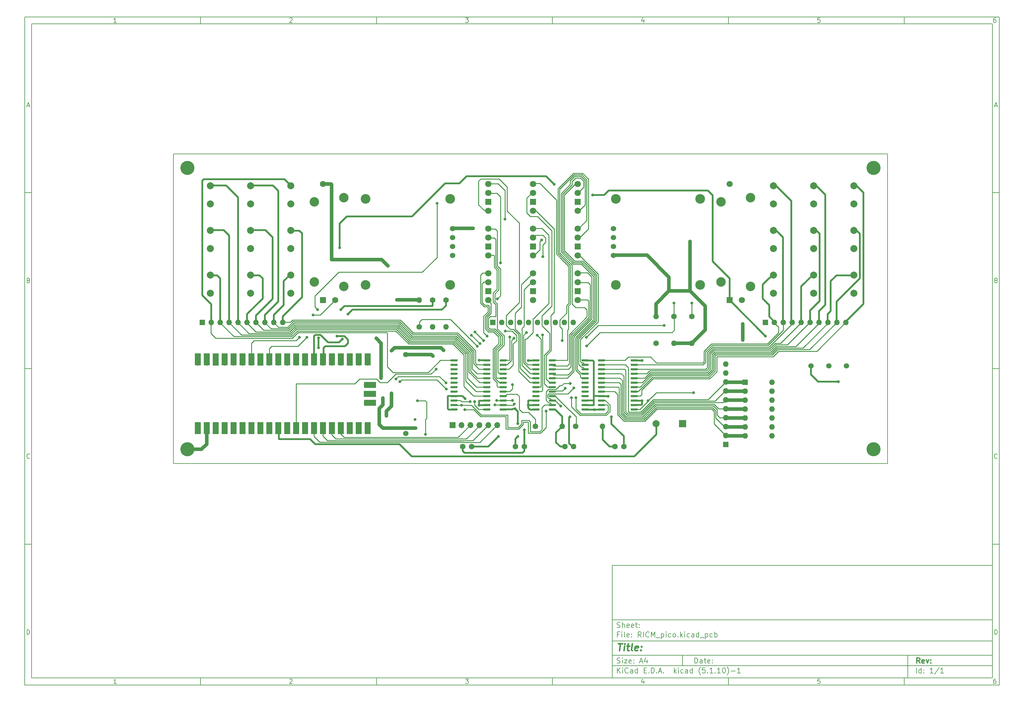
<source format=gtl>
%TF.GenerationSoftware,KiCad,Pcbnew,(5.1.10)-1*%
%TF.CreationDate,2021-07-12T12:41:50-04:00*%
%TF.ProjectId,RICM_pico,5249434d-5f70-4696-936f-2e6b69636164,rev?*%
%TF.SameCoordinates,Original*%
%TF.FileFunction,Copper,L1,Top*%
%TF.FilePolarity,Positive*%
%FSLAX46Y46*%
G04 Gerber Fmt 4.6, Leading zero omitted, Abs format (unit mm)*
G04 Created by KiCad (PCBNEW (5.1.10)-1) date 2021-07-12 12:41:50*
%MOMM*%
%LPD*%
G01*
G04 APERTURE LIST*
%ADD10C,0.100000*%
%ADD11C,0.150000*%
%ADD12C,0.300000*%
%ADD13C,0.400000*%
%TA.AperFunction,Profile*%
%ADD14C,0.150000*%
%TD*%
%TA.AperFunction,ComponentPad*%
%ADD15C,1.524000*%
%TD*%
%TA.AperFunction,ComponentPad*%
%ADD16C,1.600000*%
%TD*%
%TA.AperFunction,ComponentPad*%
%ADD17R,1.800000X1.800000*%
%TD*%
%TA.AperFunction,ComponentPad*%
%ADD18C,1.800000*%
%TD*%
%TA.AperFunction,ComponentPad*%
%ADD19O,1.600000X1.600000*%
%TD*%
%TA.AperFunction,ComponentPad*%
%ADD20R,1.600000X1.600000*%
%TD*%
%TA.AperFunction,ComponentPad*%
%ADD21R,2.000000X2.000000*%
%TD*%
%TA.AperFunction,ComponentPad*%
%ADD22C,2.000000*%
%TD*%
%TA.AperFunction,ComponentPad*%
%ADD23C,2.750000*%
%TD*%
%TA.AperFunction,ComponentPad*%
%ADD24R,1.700000X1.700000*%
%TD*%
%TA.AperFunction,ComponentPad*%
%ADD25O,1.700000X1.700000*%
%TD*%
%TA.AperFunction,SMDPad,CuDef*%
%ADD26R,1.700000X3.500000*%
%TD*%
%TA.AperFunction,SMDPad,CuDef*%
%ADD27R,3.500000X1.700000*%
%TD*%
%TA.AperFunction,ComponentPad*%
%ADD28R,1.750000X1.750000*%
%TD*%
%TA.AperFunction,ComponentPad*%
%ADD29C,1.750000*%
%TD*%
%TA.AperFunction,ComponentPad*%
%ADD30C,2.700000*%
%TD*%
%TA.AperFunction,ViaPad*%
%ADD31C,4.000000*%
%TD*%
%TA.AperFunction,ViaPad*%
%ADD32C,0.800000*%
%TD*%
%TA.AperFunction,Conductor*%
%ADD33C,1.000000*%
%TD*%
%TA.AperFunction,Conductor*%
%ADD34C,0.500000*%
%TD*%
%TA.AperFunction,Conductor*%
%ADD35C,0.250000*%
%TD*%
G04 APERTURE END LIST*
D10*
D11*
X177002200Y-166007200D02*
X177002200Y-198007200D01*
X285002200Y-198007200D01*
X285002200Y-166007200D01*
X177002200Y-166007200D01*
D10*
D11*
X10000000Y-10000000D02*
X10000000Y-200007200D01*
X287002200Y-200007200D01*
X287002200Y-10000000D01*
X10000000Y-10000000D01*
D10*
D11*
X12000000Y-12000000D02*
X12000000Y-198007200D01*
X285002200Y-198007200D01*
X285002200Y-12000000D01*
X12000000Y-12000000D01*
D10*
D11*
X60000000Y-12000000D02*
X60000000Y-10000000D01*
D10*
D11*
X110000000Y-12000000D02*
X110000000Y-10000000D01*
D10*
D11*
X160000000Y-12000000D02*
X160000000Y-10000000D01*
D10*
D11*
X210000000Y-12000000D02*
X210000000Y-10000000D01*
D10*
D11*
X260000000Y-12000000D02*
X260000000Y-10000000D01*
D10*
D11*
X36065476Y-11588095D02*
X35322619Y-11588095D01*
X35694047Y-11588095D02*
X35694047Y-10288095D01*
X35570238Y-10473809D01*
X35446428Y-10597619D01*
X35322619Y-10659523D01*
D10*
D11*
X85322619Y-10411904D02*
X85384523Y-10350000D01*
X85508333Y-10288095D01*
X85817857Y-10288095D01*
X85941666Y-10350000D01*
X86003571Y-10411904D01*
X86065476Y-10535714D01*
X86065476Y-10659523D01*
X86003571Y-10845238D01*
X85260714Y-11588095D01*
X86065476Y-11588095D01*
D10*
D11*
X135260714Y-10288095D02*
X136065476Y-10288095D01*
X135632142Y-10783333D01*
X135817857Y-10783333D01*
X135941666Y-10845238D01*
X136003571Y-10907142D01*
X136065476Y-11030952D01*
X136065476Y-11340476D01*
X136003571Y-11464285D01*
X135941666Y-11526190D01*
X135817857Y-11588095D01*
X135446428Y-11588095D01*
X135322619Y-11526190D01*
X135260714Y-11464285D01*
D10*
D11*
X185941666Y-10721428D02*
X185941666Y-11588095D01*
X185632142Y-10226190D02*
X185322619Y-11154761D01*
X186127380Y-11154761D01*
D10*
D11*
X236003571Y-10288095D02*
X235384523Y-10288095D01*
X235322619Y-10907142D01*
X235384523Y-10845238D01*
X235508333Y-10783333D01*
X235817857Y-10783333D01*
X235941666Y-10845238D01*
X236003571Y-10907142D01*
X236065476Y-11030952D01*
X236065476Y-11340476D01*
X236003571Y-11464285D01*
X235941666Y-11526190D01*
X235817857Y-11588095D01*
X235508333Y-11588095D01*
X235384523Y-11526190D01*
X235322619Y-11464285D01*
D10*
D11*
X285941666Y-10288095D02*
X285694047Y-10288095D01*
X285570238Y-10350000D01*
X285508333Y-10411904D01*
X285384523Y-10597619D01*
X285322619Y-10845238D01*
X285322619Y-11340476D01*
X285384523Y-11464285D01*
X285446428Y-11526190D01*
X285570238Y-11588095D01*
X285817857Y-11588095D01*
X285941666Y-11526190D01*
X286003571Y-11464285D01*
X286065476Y-11340476D01*
X286065476Y-11030952D01*
X286003571Y-10907142D01*
X285941666Y-10845238D01*
X285817857Y-10783333D01*
X285570238Y-10783333D01*
X285446428Y-10845238D01*
X285384523Y-10907142D01*
X285322619Y-11030952D01*
D10*
D11*
X60000000Y-198007200D02*
X60000000Y-200007200D01*
D10*
D11*
X110000000Y-198007200D02*
X110000000Y-200007200D01*
D10*
D11*
X160000000Y-198007200D02*
X160000000Y-200007200D01*
D10*
D11*
X210000000Y-198007200D02*
X210000000Y-200007200D01*
D10*
D11*
X260000000Y-198007200D02*
X260000000Y-200007200D01*
D10*
D11*
X36065476Y-199595295D02*
X35322619Y-199595295D01*
X35694047Y-199595295D02*
X35694047Y-198295295D01*
X35570238Y-198481009D01*
X35446428Y-198604819D01*
X35322619Y-198666723D01*
D10*
D11*
X85322619Y-198419104D02*
X85384523Y-198357200D01*
X85508333Y-198295295D01*
X85817857Y-198295295D01*
X85941666Y-198357200D01*
X86003571Y-198419104D01*
X86065476Y-198542914D01*
X86065476Y-198666723D01*
X86003571Y-198852438D01*
X85260714Y-199595295D01*
X86065476Y-199595295D01*
D10*
D11*
X135260714Y-198295295D02*
X136065476Y-198295295D01*
X135632142Y-198790533D01*
X135817857Y-198790533D01*
X135941666Y-198852438D01*
X136003571Y-198914342D01*
X136065476Y-199038152D01*
X136065476Y-199347676D01*
X136003571Y-199471485D01*
X135941666Y-199533390D01*
X135817857Y-199595295D01*
X135446428Y-199595295D01*
X135322619Y-199533390D01*
X135260714Y-199471485D01*
D10*
D11*
X185941666Y-198728628D02*
X185941666Y-199595295D01*
X185632142Y-198233390D02*
X185322619Y-199161961D01*
X186127380Y-199161961D01*
D10*
D11*
X236003571Y-198295295D02*
X235384523Y-198295295D01*
X235322619Y-198914342D01*
X235384523Y-198852438D01*
X235508333Y-198790533D01*
X235817857Y-198790533D01*
X235941666Y-198852438D01*
X236003571Y-198914342D01*
X236065476Y-199038152D01*
X236065476Y-199347676D01*
X236003571Y-199471485D01*
X235941666Y-199533390D01*
X235817857Y-199595295D01*
X235508333Y-199595295D01*
X235384523Y-199533390D01*
X235322619Y-199471485D01*
D10*
D11*
X285941666Y-198295295D02*
X285694047Y-198295295D01*
X285570238Y-198357200D01*
X285508333Y-198419104D01*
X285384523Y-198604819D01*
X285322619Y-198852438D01*
X285322619Y-199347676D01*
X285384523Y-199471485D01*
X285446428Y-199533390D01*
X285570238Y-199595295D01*
X285817857Y-199595295D01*
X285941666Y-199533390D01*
X286003571Y-199471485D01*
X286065476Y-199347676D01*
X286065476Y-199038152D01*
X286003571Y-198914342D01*
X285941666Y-198852438D01*
X285817857Y-198790533D01*
X285570238Y-198790533D01*
X285446428Y-198852438D01*
X285384523Y-198914342D01*
X285322619Y-199038152D01*
D10*
D11*
X10000000Y-60000000D02*
X12000000Y-60000000D01*
D10*
D11*
X10000000Y-110000000D02*
X12000000Y-110000000D01*
D10*
D11*
X10000000Y-160000000D02*
X12000000Y-160000000D01*
D10*
D11*
X10690476Y-35216666D02*
X11309523Y-35216666D01*
X10566666Y-35588095D02*
X11000000Y-34288095D01*
X11433333Y-35588095D01*
D10*
D11*
X11092857Y-84907142D02*
X11278571Y-84969047D01*
X11340476Y-85030952D01*
X11402380Y-85154761D01*
X11402380Y-85340476D01*
X11340476Y-85464285D01*
X11278571Y-85526190D01*
X11154761Y-85588095D01*
X10659523Y-85588095D01*
X10659523Y-84288095D01*
X11092857Y-84288095D01*
X11216666Y-84350000D01*
X11278571Y-84411904D01*
X11340476Y-84535714D01*
X11340476Y-84659523D01*
X11278571Y-84783333D01*
X11216666Y-84845238D01*
X11092857Y-84907142D01*
X10659523Y-84907142D01*
D10*
D11*
X11402380Y-135464285D02*
X11340476Y-135526190D01*
X11154761Y-135588095D01*
X11030952Y-135588095D01*
X10845238Y-135526190D01*
X10721428Y-135402380D01*
X10659523Y-135278571D01*
X10597619Y-135030952D01*
X10597619Y-134845238D01*
X10659523Y-134597619D01*
X10721428Y-134473809D01*
X10845238Y-134350000D01*
X11030952Y-134288095D01*
X11154761Y-134288095D01*
X11340476Y-134350000D01*
X11402380Y-134411904D01*
D10*
D11*
X10659523Y-185588095D02*
X10659523Y-184288095D01*
X10969047Y-184288095D01*
X11154761Y-184350000D01*
X11278571Y-184473809D01*
X11340476Y-184597619D01*
X11402380Y-184845238D01*
X11402380Y-185030952D01*
X11340476Y-185278571D01*
X11278571Y-185402380D01*
X11154761Y-185526190D01*
X10969047Y-185588095D01*
X10659523Y-185588095D01*
D10*
D11*
X287002200Y-60000000D02*
X285002200Y-60000000D01*
D10*
D11*
X287002200Y-110000000D02*
X285002200Y-110000000D01*
D10*
D11*
X287002200Y-160000000D02*
X285002200Y-160000000D01*
D10*
D11*
X285692676Y-35216666D02*
X286311723Y-35216666D01*
X285568866Y-35588095D02*
X286002200Y-34288095D01*
X286435533Y-35588095D01*
D10*
D11*
X286095057Y-84907142D02*
X286280771Y-84969047D01*
X286342676Y-85030952D01*
X286404580Y-85154761D01*
X286404580Y-85340476D01*
X286342676Y-85464285D01*
X286280771Y-85526190D01*
X286156961Y-85588095D01*
X285661723Y-85588095D01*
X285661723Y-84288095D01*
X286095057Y-84288095D01*
X286218866Y-84350000D01*
X286280771Y-84411904D01*
X286342676Y-84535714D01*
X286342676Y-84659523D01*
X286280771Y-84783333D01*
X286218866Y-84845238D01*
X286095057Y-84907142D01*
X285661723Y-84907142D01*
D10*
D11*
X286404580Y-135464285D02*
X286342676Y-135526190D01*
X286156961Y-135588095D01*
X286033152Y-135588095D01*
X285847438Y-135526190D01*
X285723628Y-135402380D01*
X285661723Y-135278571D01*
X285599819Y-135030952D01*
X285599819Y-134845238D01*
X285661723Y-134597619D01*
X285723628Y-134473809D01*
X285847438Y-134350000D01*
X286033152Y-134288095D01*
X286156961Y-134288095D01*
X286342676Y-134350000D01*
X286404580Y-134411904D01*
D10*
D11*
X285661723Y-185588095D02*
X285661723Y-184288095D01*
X285971247Y-184288095D01*
X286156961Y-184350000D01*
X286280771Y-184473809D01*
X286342676Y-184597619D01*
X286404580Y-184845238D01*
X286404580Y-185030952D01*
X286342676Y-185278571D01*
X286280771Y-185402380D01*
X286156961Y-185526190D01*
X285971247Y-185588095D01*
X285661723Y-185588095D01*
D10*
D11*
X200434342Y-193785771D02*
X200434342Y-192285771D01*
X200791485Y-192285771D01*
X201005771Y-192357200D01*
X201148628Y-192500057D01*
X201220057Y-192642914D01*
X201291485Y-192928628D01*
X201291485Y-193142914D01*
X201220057Y-193428628D01*
X201148628Y-193571485D01*
X201005771Y-193714342D01*
X200791485Y-193785771D01*
X200434342Y-193785771D01*
X202577200Y-193785771D02*
X202577200Y-193000057D01*
X202505771Y-192857200D01*
X202362914Y-192785771D01*
X202077200Y-192785771D01*
X201934342Y-192857200D01*
X202577200Y-193714342D02*
X202434342Y-193785771D01*
X202077200Y-193785771D01*
X201934342Y-193714342D01*
X201862914Y-193571485D01*
X201862914Y-193428628D01*
X201934342Y-193285771D01*
X202077200Y-193214342D01*
X202434342Y-193214342D01*
X202577200Y-193142914D01*
X203077200Y-192785771D02*
X203648628Y-192785771D01*
X203291485Y-192285771D02*
X203291485Y-193571485D01*
X203362914Y-193714342D01*
X203505771Y-193785771D01*
X203648628Y-193785771D01*
X204720057Y-193714342D02*
X204577200Y-193785771D01*
X204291485Y-193785771D01*
X204148628Y-193714342D01*
X204077200Y-193571485D01*
X204077200Y-193000057D01*
X204148628Y-192857200D01*
X204291485Y-192785771D01*
X204577200Y-192785771D01*
X204720057Y-192857200D01*
X204791485Y-193000057D01*
X204791485Y-193142914D01*
X204077200Y-193285771D01*
X205434342Y-193642914D02*
X205505771Y-193714342D01*
X205434342Y-193785771D01*
X205362914Y-193714342D01*
X205434342Y-193642914D01*
X205434342Y-193785771D01*
X205434342Y-192857200D02*
X205505771Y-192928628D01*
X205434342Y-193000057D01*
X205362914Y-192928628D01*
X205434342Y-192857200D01*
X205434342Y-193000057D01*
D10*
D11*
X177002200Y-194507200D02*
X285002200Y-194507200D01*
D10*
D11*
X178434342Y-196585771D02*
X178434342Y-195085771D01*
X179291485Y-196585771D02*
X178648628Y-195728628D01*
X179291485Y-195085771D02*
X178434342Y-195942914D01*
X179934342Y-196585771D02*
X179934342Y-195585771D01*
X179934342Y-195085771D02*
X179862914Y-195157200D01*
X179934342Y-195228628D01*
X180005771Y-195157200D01*
X179934342Y-195085771D01*
X179934342Y-195228628D01*
X181505771Y-196442914D02*
X181434342Y-196514342D01*
X181220057Y-196585771D01*
X181077200Y-196585771D01*
X180862914Y-196514342D01*
X180720057Y-196371485D01*
X180648628Y-196228628D01*
X180577200Y-195942914D01*
X180577200Y-195728628D01*
X180648628Y-195442914D01*
X180720057Y-195300057D01*
X180862914Y-195157200D01*
X181077200Y-195085771D01*
X181220057Y-195085771D01*
X181434342Y-195157200D01*
X181505771Y-195228628D01*
X182791485Y-196585771D02*
X182791485Y-195800057D01*
X182720057Y-195657200D01*
X182577200Y-195585771D01*
X182291485Y-195585771D01*
X182148628Y-195657200D01*
X182791485Y-196514342D02*
X182648628Y-196585771D01*
X182291485Y-196585771D01*
X182148628Y-196514342D01*
X182077200Y-196371485D01*
X182077200Y-196228628D01*
X182148628Y-196085771D01*
X182291485Y-196014342D01*
X182648628Y-196014342D01*
X182791485Y-195942914D01*
X184148628Y-196585771D02*
X184148628Y-195085771D01*
X184148628Y-196514342D02*
X184005771Y-196585771D01*
X183720057Y-196585771D01*
X183577200Y-196514342D01*
X183505771Y-196442914D01*
X183434342Y-196300057D01*
X183434342Y-195871485D01*
X183505771Y-195728628D01*
X183577200Y-195657200D01*
X183720057Y-195585771D01*
X184005771Y-195585771D01*
X184148628Y-195657200D01*
X186005771Y-195800057D02*
X186505771Y-195800057D01*
X186720057Y-196585771D02*
X186005771Y-196585771D01*
X186005771Y-195085771D01*
X186720057Y-195085771D01*
X187362914Y-196442914D02*
X187434342Y-196514342D01*
X187362914Y-196585771D01*
X187291485Y-196514342D01*
X187362914Y-196442914D01*
X187362914Y-196585771D01*
X188077200Y-196585771D02*
X188077200Y-195085771D01*
X188434342Y-195085771D01*
X188648628Y-195157200D01*
X188791485Y-195300057D01*
X188862914Y-195442914D01*
X188934342Y-195728628D01*
X188934342Y-195942914D01*
X188862914Y-196228628D01*
X188791485Y-196371485D01*
X188648628Y-196514342D01*
X188434342Y-196585771D01*
X188077200Y-196585771D01*
X189577200Y-196442914D02*
X189648628Y-196514342D01*
X189577200Y-196585771D01*
X189505771Y-196514342D01*
X189577200Y-196442914D01*
X189577200Y-196585771D01*
X190220057Y-196157200D02*
X190934342Y-196157200D01*
X190077200Y-196585771D02*
X190577200Y-195085771D01*
X191077200Y-196585771D01*
X191577200Y-196442914D02*
X191648628Y-196514342D01*
X191577200Y-196585771D01*
X191505771Y-196514342D01*
X191577200Y-196442914D01*
X191577200Y-196585771D01*
X194577200Y-196585771D02*
X194577200Y-195085771D01*
X194720057Y-196014342D02*
X195148628Y-196585771D01*
X195148628Y-195585771D02*
X194577200Y-196157200D01*
X195791485Y-196585771D02*
X195791485Y-195585771D01*
X195791485Y-195085771D02*
X195720057Y-195157200D01*
X195791485Y-195228628D01*
X195862914Y-195157200D01*
X195791485Y-195085771D01*
X195791485Y-195228628D01*
X197148628Y-196514342D02*
X197005771Y-196585771D01*
X196720057Y-196585771D01*
X196577200Y-196514342D01*
X196505771Y-196442914D01*
X196434342Y-196300057D01*
X196434342Y-195871485D01*
X196505771Y-195728628D01*
X196577200Y-195657200D01*
X196720057Y-195585771D01*
X197005771Y-195585771D01*
X197148628Y-195657200D01*
X198434342Y-196585771D02*
X198434342Y-195800057D01*
X198362914Y-195657200D01*
X198220057Y-195585771D01*
X197934342Y-195585771D01*
X197791485Y-195657200D01*
X198434342Y-196514342D02*
X198291485Y-196585771D01*
X197934342Y-196585771D01*
X197791485Y-196514342D01*
X197720057Y-196371485D01*
X197720057Y-196228628D01*
X197791485Y-196085771D01*
X197934342Y-196014342D01*
X198291485Y-196014342D01*
X198434342Y-195942914D01*
X199791485Y-196585771D02*
X199791485Y-195085771D01*
X199791485Y-196514342D02*
X199648628Y-196585771D01*
X199362914Y-196585771D01*
X199220057Y-196514342D01*
X199148628Y-196442914D01*
X199077200Y-196300057D01*
X199077200Y-195871485D01*
X199148628Y-195728628D01*
X199220057Y-195657200D01*
X199362914Y-195585771D01*
X199648628Y-195585771D01*
X199791485Y-195657200D01*
X202077200Y-197157200D02*
X202005771Y-197085771D01*
X201862914Y-196871485D01*
X201791485Y-196728628D01*
X201720057Y-196514342D01*
X201648628Y-196157200D01*
X201648628Y-195871485D01*
X201720057Y-195514342D01*
X201791485Y-195300057D01*
X201862914Y-195157200D01*
X202005771Y-194942914D01*
X202077200Y-194871485D01*
X203362914Y-195085771D02*
X202648628Y-195085771D01*
X202577200Y-195800057D01*
X202648628Y-195728628D01*
X202791485Y-195657200D01*
X203148628Y-195657200D01*
X203291485Y-195728628D01*
X203362914Y-195800057D01*
X203434342Y-195942914D01*
X203434342Y-196300057D01*
X203362914Y-196442914D01*
X203291485Y-196514342D01*
X203148628Y-196585771D01*
X202791485Y-196585771D01*
X202648628Y-196514342D01*
X202577200Y-196442914D01*
X204077200Y-196442914D02*
X204148628Y-196514342D01*
X204077200Y-196585771D01*
X204005771Y-196514342D01*
X204077200Y-196442914D01*
X204077200Y-196585771D01*
X205577200Y-196585771D02*
X204720057Y-196585771D01*
X205148628Y-196585771D02*
X205148628Y-195085771D01*
X205005771Y-195300057D01*
X204862914Y-195442914D01*
X204720057Y-195514342D01*
X206220057Y-196442914D02*
X206291485Y-196514342D01*
X206220057Y-196585771D01*
X206148628Y-196514342D01*
X206220057Y-196442914D01*
X206220057Y-196585771D01*
X207720057Y-196585771D02*
X206862914Y-196585771D01*
X207291485Y-196585771D02*
X207291485Y-195085771D01*
X207148628Y-195300057D01*
X207005771Y-195442914D01*
X206862914Y-195514342D01*
X208648628Y-195085771D02*
X208791485Y-195085771D01*
X208934342Y-195157200D01*
X209005771Y-195228628D01*
X209077200Y-195371485D01*
X209148628Y-195657200D01*
X209148628Y-196014342D01*
X209077200Y-196300057D01*
X209005771Y-196442914D01*
X208934342Y-196514342D01*
X208791485Y-196585771D01*
X208648628Y-196585771D01*
X208505771Y-196514342D01*
X208434342Y-196442914D01*
X208362914Y-196300057D01*
X208291485Y-196014342D01*
X208291485Y-195657200D01*
X208362914Y-195371485D01*
X208434342Y-195228628D01*
X208505771Y-195157200D01*
X208648628Y-195085771D01*
X209648628Y-197157200D02*
X209720057Y-197085771D01*
X209862914Y-196871485D01*
X209934342Y-196728628D01*
X210005771Y-196514342D01*
X210077200Y-196157200D01*
X210077200Y-195871485D01*
X210005771Y-195514342D01*
X209934342Y-195300057D01*
X209862914Y-195157200D01*
X209720057Y-194942914D01*
X209648628Y-194871485D01*
X210791485Y-196014342D02*
X211934342Y-196014342D01*
X213434342Y-196585771D02*
X212577200Y-196585771D01*
X213005771Y-196585771D02*
X213005771Y-195085771D01*
X212862914Y-195300057D01*
X212720057Y-195442914D01*
X212577200Y-195514342D01*
D10*
D11*
X177002200Y-191507200D02*
X285002200Y-191507200D01*
D10*
D12*
X264411485Y-193785771D02*
X263911485Y-193071485D01*
X263554342Y-193785771D02*
X263554342Y-192285771D01*
X264125771Y-192285771D01*
X264268628Y-192357200D01*
X264340057Y-192428628D01*
X264411485Y-192571485D01*
X264411485Y-192785771D01*
X264340057Y-192928628D01*
X264268628Y-193000057D01*
X264125771Y-193071485D01*
X263554342Y-193071485D01*
X265625771Y-193714342D02*
X265482914Y-193785771D01*
X265197200Y-193785771D01*
X265054342Y-193714342D01*
X264982914Y-193571485D01*
X264982914Y-193000057D01*
X265054342Y-192857200D01*
X265197200Y-192785771D01*
X265482914Y-192785771D01*
X265625771Y-192857200D01*
X265697200Y-193000057D01*
X265697200Y-193142914D01*
X264982914Y-193285771D01*
X266197200Y-192785771D02*
X266554342Y-193785771D01*
X266911485Y-192785771D01*
X267482914Y-193642914D02*
X267554342Y-193714342D01*
X267482914Y-193785771D01*
X267411485Y-193714342D01*
X267482914Y-193642914D01*
X267482914Y-193785771D01*
X267482914Y-192857200D02*
X267554342Y-192928628D01*
X267482914Y-193000057D01*
X267411485Y-192928628D01*
X267482914Y-192857200D01*
X267482914Y-193000057D01*
D10*
D11*
X178362914Y-193714342D02*
X178577200Y-193785771D01*
X178934342Y-193785771D01*
X179077200Y-193714342D01*
X179148628Y-193642914D01*
X179220057Y-193500057D01*
X179220057Y-193357200D01*
X179148628Y-193214342D01*
X179077200Y-193142914D01*
X178934342Y-193071485D01*
X178648628Y-193000057D01*
X178505771Y-192928628D01*
X178434342Y-192857200D01*
X178362914Y-192714342D01*
X178362914Y-192571485D01*
X178434342Y-192428628D01*
X178505771Y-192357200D01*
X178648628Y-192285771D01*
X179005771Y-192285771D01*
X179220057Y-192357200D01*
X179862914Y-193785771D02*
X179862914Y-192785771D01*
X179862914Y-192285771D02*
X179791485Y-192357200D01*
X179862914Y-192428628D01*
X179934342Y-192357200D01*
X179862914Y-192285771D01*
X179862914Y-192428628D01*
X180434342Y-192785771D02*
X181220057Y-192785771D01*
X180434342Y-193785771D01*
X181220057Y-193785771D01*
X182362914Y-193714342D02*
X182220057Y-193785771D01*
X181934342Y-193785771D01*
X181791485Y-193714342D01*
X181720057Y-193571485D01*
X181720057Y-193000057D01*
X181791485Y-192857200D01*
X181934342Y-192785771D01*
X182220057Y-192785771D01*
X182362914Y-192857200D01*
X182434342Y-193000057D01*
X182434342Y-193142914D01*
X181720057Y-193285771D01*
X183077200Y-193642914D02*
X183148628Y-193714342D01*
X183077200Y-193785771D01*
X183005771Y-193714342D01*
X183077200Y-193642914D01*
X183077200Y-193785771D01*
X183077200Y-192857200D02*
X183148628Y-192928628D01*
X183077200Y-193000057D01*
X183005771Y-192928628D01*
X183077200Y-192857200D01*
X183077200Y-193000057D01*
X184862914Y-193357200D02*
X185577200Y-193357200D01*
X184720057Y-193785771D02*
X185220057Y-192285771D01*
X185720057Y-193785771D01*
X186862914Y-192785771D02*
X186862914Y-193785771D01*
X186505771Y-192214342D02*
X186148628Y-193285771D01*
X187077200Y-193285771D01*
D10*
D11*
X263434342Y-196585771D02*
X263434342Y-195085771D01*
X264791485Y-196585771D02*
X264791485Y-195085771D01*
X264791485Y-196514342D02*
X264648628Y-196585771D01*
X264362914Y-196585771D01*
X264220057Y-196514342D01*
X264148628Y-196442914D01*
X264077200Y-196300057D01*
X264077200Y-195871485D01*
X264148628Y-195728628D01*
X264220057Y-195657200D01*
X264362914Y-195585771D01*
X264648628Y-195585771D01*
X264791485Y-195657200D01*
X265505771Y-196442914D02*
X265577200Y-196514342D01*
X265505771Y-196585771D01*
X265434342Y-196514342D01*
X265505771Y-196442914D01*
X265505771Y-196585771D01*
X265505771Y-195657200D02*
X265577200Y-195728628D01*
X265505771Y-195800057D01*
X265434342Y-195728628D01*
X265505771Y-195657200D01*
X265505771Y-195800057D01*
X268148628Y-196585771D02*
X267291485Y-196585771D01*
X267720057Y-196585771D02*
X267720057Y-195085771D01*
X267577200Y-195300057D01*
X267434342Y-195442914D01*
X267291485Y-195514342D01*
X269862914Y-195014342D02*
X268577200Y-196942914D01*
X271148628Y-196585771D02*
X270291485Y-196585771D01*
X270720057Y-196585771D02*
X270720057Y-195085771D01*
X270577200Y-195300057D01*
X270434342Y-195442914D01*
X270291485Y-195514342D01*
D10*
D11*
X177002200Y-187507200D02*
X285002200Y-187507200D01*
D10*
D13*
X178714580Y-188211961D02*
X179857438Y-188211961D01*
X179036009Y-190211961D02*
X179286009Y-188211961D01*
X180274104Y-190211961D02*
X180440771Y-188878628D01*
X180524104Y-188211961D02*
X180416961Y-188307200D01*
X180500295Y-188402438D01*
X180607438Y-188307200D01*
X180524104Y-188211961D01*
X180500295Y-188402438D01*
X181107438Y-188878628D02*
X181869342Y-188878628D01*
X181476485Y-188211961D02*
X181262200Y-189926247D01*
X181333628Y-190116723D01*
X181512200Y-190211961D01*
X181702676Y-190211961D01*
X182655057Y-190211961D02*
X182476485Y-190116723D01*
X182405057Y-189926247D01*
X182619342Y-188211961D01*
X184190771Y-190116723D02*
X183988390Y-190211961D01*
X183607438Y-190211961D01*
X183428866Y-190116723D01*
X183357438Y-189926247D01*
X183452676Y-189164342D01*
X183571723Y-188973866D01*
X183774104Y-188878628D01*
X184155057Y-188878628D01*
X184333628Y-188973866D01*
X184405057Y-189164342D01*
X184381247Y-189354819D01*
X183405057Y-189545295D01*
X185155057Y-190021485D02*
X185238390Y-190116723D01*
X185131247Y-190211961D01*
X185047914Y-190116723D01*
X185155057Y-190021485D01*
X185131247Y-190211961D01*
X185286009Y-188973866D02*
X185369342Y-189069104D01*
X185262200Y-189164342D01*
X185178866Y-189069104D01*
X185286009Y-188973866D01*
X185262200Y-189164342D01*
D10*
D11*
X178934342Y-185600057D02*
X178434342Y-185600057D01*
X178434342Y-186385771D02*
X178434342Y-184885771D01*
X179148628Y-184885771D01*
X179720057Y-186385771D02*
X179720057Y-185385771D01*
X179720057Y-184885771D02*
X179648628Y-184957200D01*
X179720057Y-185028628D01*
X179791485Y-184957200D01*
X179720057Y-184885771D01*
X179720057Y-185028628D01*
X180648628Y-186385771D02*
X180505771Y-186314342D01*
X180434342Y-186171485D01*
X180434342Y-184885771D01*
X181791485Y-186314342D02*
X181648628Y-186385771D01*
X181362914Y-186385771D01*
X181220057Y-186314342D01*
X181148628Y-186171485D01*
X181148628Y-185600057D01*
X181220057Y-185457200D01*
X181362914Y-185385771D01*
X181648628Y-185385771D01*
X181791485Y-185457200D01*
X181862914Y-185600057D01*
X181862914Y-185742914D01*
X181148628Y-185885771D01*
X182505771Y-186242914D02*
X182577200Y-186314342D01*
X182505771Y-186385771D01*
X182434342Y-186314342D01*
X182505771Y-186242914D01*
X182505771Y-186385771D01*
X182505771Y-185457200D02*
X182577200Y-185528628D01*
X182505771Y-185600057D01*
X182434342Y-185528628D01*
X182505771Y-185457200D01*
X182505771Y-185600057D01*
X185220057Y-186385771D02*
X184720057Y-185671485D01*
X184362914Y-186385771D02*
X184362914Y-184885771D01*
X184934342Y-184885771D01*
X185077200Y-184957200D01*
X185148628Y-185028628D01*
X185220057Y-185171485D01*
X185220057Y-185385771D01*
X185148628Y-185528628D01*
X185077200Y-185600057D01*
X184934342Y-185671485D01*
X184362914Y-185671485D01*
X185862914Y-186385771D02*
X185862914Y-184885771D01*
X187434342Y-186242914D02*
X187362914Y-186314342D01*
X187148628Y-186385771D01*
X187005771Y-186385771D01*
X186791485Y-186314342D01*
X186648628Y-186171485D01*
X186577200Y-186028628D01*
X186505771Y-185742914D01*
X186505771Y-185528628D01*
X186577200Y-185242914D01*
X186648628Y-185100057D01*
X186791485Y-184957200D01*
X187005771Y-184885771D01*
X187148628Y-184885771D01*
X187362914Y-184957200D01*
X187434342Y-185028628D01*
X188077200Y-186385771D02*
X188077200Y-184885771D01*
X188577200Y-185957200D01*
X189077200Y-184885771D01*
X189077200Y-186385771D01*
X189434342Y-186528628D02*
X190577200Y-186528628D01*
X190934342Y-185385771D02*
X190934342Y-186885771D01*
X190934342Y-185457200D02*
X191077200Y-185385771D01*
X191362914Y-185385771D01*
X191505771Y-185457200D01*
X191577200Y-185528628D01*
X191648628Y-185671485D01*
X191648628Y-186100057D01*
X191577200Y-186242914D01*
X191505771Y-186314342D01*
X191362914Y-186385771D01*
X191077200Y-186385771D01*
X190934342Y-186314342D01*
X192291485Y-186385771D02*
X192291485Y-185385771D01*
X192291485Y-184885771D02*
X192220057Y-184957200D01*
X192291485Y-185028628D01*
X192362914Y-184957200D01*
X192291485Y-184885771D01*
X192291485Y-185028628D01*
X193648628Y-186314342D02*
X193505771Y-186385771D01*
X193220057Y-186385771D01*
X193077200Y-186314342D01*
X193005771Y-186242914D01*
X192934342Y-186100057D01*
X192934342Y-185671485D01*
X193005771Y-185528628D01*
X193077200Y-185457200D01*
X193220057Y-185385771D01*
X193505771Y-185385771D01*
X193648628Y-185457200D01*
X194505771Y-186385771D02*
X194362914Y-186314342D01*
X194291485Y-186242914D01*
X194220057Y-186100057D01*
X194220057Y-185671485D01*
X194291485Y-185528628D01*
X194362914Y-185457200D01*
X194505771Y-185385771D01*
X194720057Y-185385771D01*
X194862914Y-185457200D01*
X194934342Y-185528628D01*
X195005771Y-185671485D01*
X195005771Y-186100057D01*
X194934342Y-186242914D01*
X194862914Y-186314342D01*
X194720057Y-186385771D01*
X194505771Y-186385771D01*
X195648628Y-186242914D02*
X195720057Y-186314342D01*
X195648628Y-186385771D01*
X195577200Y-186314342D01*
X195648628Y-186242914D01*
X195648628Y-186385771D01*
X196362914Y-186385771D02*
X196362914Y-184885771D01*
X196505771Y-185814342D02*
X196934342Y-186385771D01*
X196934342Y-185385771D02*
X196362914Y-185957200D01*
X197577200Y-186385771D02*
X197577200Y-185385771D01*
X197577200Y-184885771D02*
X197505771Y-184957200D01*
X197577200Y-185028628D01*
X197648628Y-184957200D01*
X197577200Y-184885771D01*
X197577200Y-185028628D01*
X198934342Y-186314342D02*
X198791485Y-186385771D01*
X198505771Y-186385771D01*
X198362914Y-186314342D01*
X198291485Y-186242914D01*
X198220057Y-186100057D01*
X198220057Y-185671485D01*
X198291485Y-185528628D01*
X198362914Y-185457200D01*
X198505771Y-185385771D01*
X198791485Y-185385771D01*
X198934342Y-185457200D01*
X200220057Y-186385771D02*
X200220057Y-185600057D01*
X200148628Y-185457200D01*
X200005771Y-185385771D01*
X199720057Y-185385771D01*
X199577200Y-185457200D01*
X200220057Y-186314342D02*
X200077200Y-186385771D01*
X199720057Y-186385771D01*
X199577200Y-186314342D01*
X199505771Y-186171485D01*
X199505771Y-186028628D01*
X199577200Y-185885771D01*
X199720057Y-185814342D01*
X200077200Y-185814342D01*
X200220057Y-185742914D01*
X201577200Y-186385771D02*
X201577200Y-184885771D01*
X201577200Y-186314342D02*
X201434342Y-186385771D01*
X201148628Y-186385771D01*
X201005771Y-186314342D01*
X200934342Y-186242914D01*
X200862914Y-186100057D01*
X200862914Y-185671485D01*
X200934342Y-185528628D01*
X201005771Y-185457200D01*
X201148628Y-185385771D01*
X201434342Y-185385771D01*
X201577200Y-185457200D01*
X201934342Y-186528628D02*
X203077200Y-186528628D01*
X203434342Y-185385771D02*
X203434342Y-186885771D01*
X203434342Y-185457200D02*
X203577200Y-185385771D01*
X203862914Y-185385771D01*
X204005771Y-185457200D01*
X204077200Y-185528628D01*
X204148628Y-185671485D01*
X204148628Y-186100057D01*
X204077200Y-186242914D01*
X204005771Y-186314342D01*
X203862914Y-186385771D01*
X203577200Y-186385771D01*
X203434342Y-186314342D01*
X205434342Y-186314342D02*
X205291485Y-186385771D01*
X205005771Y-186385771D01*
X204862914Y-186314342D01*
X204791485Y-186242914D01*
X204720057Y-186100057D01*
X204720057Y-185671485D01*
X204791485Y-185528628D01*
X204862914Y-185457200D01*
X205005771Y-185385771D01*
X205291485Y-185385771D01*
X205434342Y-185457200D01*
X206077200Y-186385771D02*
X206077200Y-184885771D01*
X206077200Y-185457200D02*
X206220057Y-185385771D01*
X206505771Y-185385771D01*
X206648628Y-185457200D01*
X206720057Y-185528628D01*
X206791485Y-185671485D01*
X206791485Y-186100057D01*
X206720057Y-186242914D01*
X206648628Y-186314342D01*
X206505771Y-186385771D01*
X206220057Y-186385771D01*
X206077200Y-186314342D01*
D10*
D11*
X177002200Y-181507200D02*
X285002200Y-181507200D01*
D10*
D11*
X178362914Y-183614342D02*
X178577200Y-183685771D01*
X178934342Y-183685771D01*
X179077200Y-183614342D01*
X179148628Y-183542914D01*
X179220057Y-183400057D01*
X179220057Y-183257200D01*
X179148628Y-183114342D01*
X179077200Y-183042914D01*
X178934342Y-182971485D01*
X178648628Y-182900057D01*
X178505771Y-182828628D01*
X178434342Y-182757200D01*
X178362914Y-182614342D01*
X178362914Y-182471485D01*
X178434342Y-182328628D01*
X178505771Y-182257200D01*
X178648628Y-182185771D01*
X179005771Y-182185771D01*
X179220057Y-182257200D01*
X179862914Y-183685771D02*
X179862914Y-182185771D01*
X180505771Y-183685771D02*
X180505771Y-182900057D01*
X180434342Y-182757200D01*
X180291485Y-182685771D01*
X180077200Y-182685771D01*
X179934342Y-182757200D01*
X179862914Y-182828628D01*
X181791485Y-183614342D02*
X181648628Y-183685771D01*
X181362914Y-183685771D01*
X181220057Y-183614342D01*
X181148628Y-183471485D01*
X181148628Y-182900057D01*
X181220057Y-182757200D01*
X181362914Y-182685771D01*
X181648628Y-182685771D01*
X181791485Y-182757200D01*
X181862914Y-182900057D01*
X181862914Y-183042914D01*
X181148628Y-183185771D01*
X183077200Y-183614342D02*
X182934342Y-183685771D01*
X182648628Y-183685771D01*
X182505771Y-183614342D01*
X182434342Y-183471485D01*
X182434342Y-182900057D01*
X182505771Y-182757200D01*
X182648628Y-182685771D01*
X182934342Y-182685771D01*
X183077200Y-182757200D01*
X183148628Y-182900057D01*
X183148628Y-183042914D01*
X182434342Y-183185771D01*
X183577200Y-182685771D02*
X184148628Y-182685771D01*
X183791485Y-182185771D02*
X183791485Y-183471485D01*
X183862914Y-183614342D01*
X184005771Y-183685771D01*
X184148628Y-183685771D01*
X184648628Y-183542914D02*
X184720057Y-183614342D01*
X184648628Y-183685771D01*
X184577200Y-183614342D01*
X184648628Y-183542914D01*
X184648628Y-183685771D01*
X184648628Y-182757200D02*
X184720057Y-182828628D01*
X184648628Y-182900057D01*
X184577200Y-182828628D01*
X184648628Y-182757200D01*
X184648628Y-182900057D01*
D10*
D11*
X197002200Y-191507200D02*
X197002200Y-194507200D01*
D10*
D11*
X261002200Y-191507200D02*
X261002200Y-198007200D01*
D14*
X255246000Y-136978000D02*
X52246000Y-136978000D01*
X255246000Y-48978000D02*
X52246000Y-48978000D01*
X255246000Y-48978000D02*
X255246000Y-136978000D01*
X52246000Y-48978000D02*
X52246000Y-136978000D01*
D15*
%TO.P,RV3,3*%
%TO.N,+3V3*%
X233496000Y-109228000D03*
%TO.P,RV3,2*%
%TO.N,Net-(RV3-Pad2)*%
X238496000Y-109228000D03*
%TO.P,RV3,1*%
%TO.N,AGND*%
X243496000Y-109228000D03*
%TD*%
%TO.P,F1,2*%
%TO.N,+3V3*%
X118339000Y-106056000D03*
%TO.P,F1,1*%
%TO.N,Net-(F1-Pad1)*%
X118339000Y-128456000D03*
%TD*%
D16*
%TO.P,C5,2*%
%TO.N,Earth*%
X180246000Y-132228000D03*
%TO.P,C5,1*%
%TO.N,+3V3*%
X177746000Y-132228000D03*
%TD*%
%TO.P,C4,2*%
%TO.N,Earth*%
X165996000Y-132228000D03*
%TO.P,C4,1*%
%TO.N,+3V3*%
X163496000Y-132228000D03*
%TD*%
%TO.P,C3,2*%
%TO.N,Earth*%
X151996000Y-132228000D03*
%TO.P,C3,1*%
%TO.N,+3V3*%
X149496000Y-132228000D03*
%TD*%
%TO.P,C2,2*%
%TO.N,Earth*%
X134496000Y-132228000D03*
%TO.P,C2,1*%
%TO.N,+3V3*%
X136996000Y-132228000D03*
%TD*%
D17*
%TO.P,D3,1*%
%TO.N,Net-(D3-Pad1)*%
X141746000Y-75268000D03*
D18*
%TO.P,D3,3*%
%TO.N,Net-(D3-Pad3)*%
X141746000Y-72728000D03*
%TO.P,D3,4*%
%TO.N,Net-(D3-Pad4)*%
X141746000Y-70188000D03*
%TO.P,D3,2*%
%TO.N,Net-(D3-Pad2)*%
X141746000Y-77808000D03*
%TD*%
D16*
%TO.P,R6,1*%
%TO.N,SDA1*%
X199566000Y-95158000D03*
D19*
%TO.P,R6,2*%
%TO.N,+3V3*%
X199566000Y-102778000D03*
%TD*%
D16*
%TO.P,R8,1*%
%TO.N,INT1*%
X122096000Y-98168000D03*
D19*
%TO.P,R8,2*%
%TO.N,+3V3*%
X122096000Y-90548000D03*
%TD*%
D20*
%TO.P,RN4,1*%
%TO.N,+5V*%
X143016000Y-96858000D03*
D19*
%TO.P,RN4,2*%
%TO.N,Net-(D2-Pad1)*%
X145556000Y-96858000D03*
%TO.P,RN4,3*%
%TO.N,Net-(D3-Pad1)*%
X148096000Y-96858000D03*
%TO.P,RN4,4*%
%TO.N,Net-(D4-Pad1)*%
X150636000Y-96858000D03*
%TO.P,RN4,5*%
%TO.N,Net-(D5-Pad1)*%
X153176000Y-96858000D03*
%TO.P,RN4,6*%
%TO.N,Net-(D6-Pad1)*%
X155716000Y-96858000D03*
%TO.P,RN4,7*%
%TO.N,Net-(D7-Pad1)*%
X158256000Y-96858000D03*
%TO.P,RN4,8*%
%TO.N,Net-(D8-Pad1)*%
X160796000Y-96858000D03*
%TO.P,RN4,9*%
%TO.N,Net-(D9-Pad1)*%
X163336000Y-96858000D03*
%TO.P,RN4,10*%
%TO.N,Net-(D10-Pad1)*%
X165876000Y-96858000D03*
%TD*%
%TO.P,U5,1*%
%TO.N,+3V3*%
%TA.AperFunction,SMDPad,CuDef*%
G36*
G01*
X170281000Y-121473000D02*
X170281000Y-121773000D01*
G75*
G02*
X170131000Y-121923000I-150000J0D01*
G01*
X168381000Y-121923000D01*
G75*
G02*
X168231000Y-121773000I0J150000D01*
G01*
X168231000Y-121473000D01*
G75*
G02*
X168381000Y-121323000I150000J0D01*
G01*
X170131000Y-121323000D01*
G75*
G02*
X170281000Y-121473000I0J-150000D01*
G01*
G37*
%TD.AperFunction*%
%TO.P,U5,2*%
%TO.N,Earth*%
%TA.AperFunction,SMDPad,CuDef*%
G36*
G01*
X170281000Y-120203000D02*
X170281000Y-120503000D01*
G75*
G02*
X170131000Y-120653000I-150000J0D01*
G01*
X168381000Y-120653000D01*
G75*
G02*
X168231000Y-120503000I0J150000D01*
G01*
X168231000Y-120203000D01*
G75*
G02*
X168381000Y-120053000I150000J0D01*
G01*
X170131000Y-120053000D01*
G75*
G02*
X170281000Y-120203000I0J-150000D01*
G01*
G37*
%TD.AperFunction*%
%TO.P,U5,3*%
%TA.AperFunction,SMDPad,CuDef*%
G36*
G01*
X170281000Y-118933000D02*
X170281000Y-119233000D01*
G75*
G02*
X170131000Y-119383000I-150000J0D01*
G01*
X168381000Y-119383000D01*
G75*
G02*
X168231000Y-119233000I0J150000D01*
G01*
X168231000Y-118933000D01*
G75*
G02*
X168381000Y-118783000I150000J0D01*
G01*
X170131000Y-118783000D01*
G75*
G02*
X170281000Y-118933000I0J-150000D01*
G01*
G37*
%TD.AperFunction*%
%TO.P,U5,4*%
%TO.N,c9*%
%TA.AperFunction,SMDPad,CuDef*%
G36*
G01*
X170281000Y-117663000D02*
X170281000Y-117963000D01*
G75*
G02*
X170131000Y-118113000I-150000J0D01*
G01*
X168381000Y-118113000D01*
G75*
G02*
X168231000Y-117963000I0J150000D01*
G01*
X168231000Y-117663000D01*
G75*
G02*
X168381000Y-117513000I150000J0D01*
G01*
X170131000Y-117513000D01*
G75*
G02*
X170281000Y-117663000I0J-150000D01*
G01*
G37*
%TD.AperFunction*%
%TO.P,U5,5*%
%TO.N,c10*%
%TA.AperFunction,SMDPad,CuDef*%
G36*
G01*
X170281000Y-116393000D02*
X170281000Y-116693000D01*
G75*
G02*
X170131000Y-116843000I-150000J0D01*
G01*
X168381000Y-116843000D01*
G75*
G02*
X168231000Y-116693000I0J150000D01*
G01*
X168231000Y-116393000D01*
G75*
G02*
X168381000Y-116243000I150000J0D01*
G01*
X170131000Y-116243000D01*
G75*
G02*
X170281000Y-116393000I0J-150000D01*
G01*
G37*
%TD.AperFunction*%
%TO.P,U5,6*%
%TO.N,c11*%
%TA.AperFunction,SMDPad,CuDef*%
G36*
G01*
X170281000Y-115123000D02*
X170281000Y-115423000D01*
G75*
G02*
X170131000Y-115573000I-150000J0D01*
G01*
X168381000Y-115573000D01*
G75*
G02*
X168231000Y-115423000I0J150000D01*
G01*
X168231000Y-115123000D01*
G75*
G02*
X168381000Y-114973000I150000J0D01*
G01*
X170131000Y-114973000D01*
G75*
G02*
X170281000Y-115123000I0J-150000D01*
G01*
G37*
%TD.AperFunction*%
%TO.P,U5,7*%
%TO.N,c12*%
%TA.AperFunction,SMDPad,CuDef*%
G36*
G01*
X170281000Y-113853000D02*
X170281000Y-114153000D01*
G75*
G02*
X170131000Y-114303000I-150000J0D01*
G01*
X168381000Y-114303000D01*
G75*
G02*
X168231000Y-114153000I0J150000D01*
G01*
X168231000Y-113853000D01*
G75*
G02*
X168381000Y-113703000I150000J0D01*
G01*
X170131000Y-113703000D01*
G75*
G02*
X170281000Y-113853000I0J-150000D01*
G01*
G37*
%TD.AperFunction*%
%TO.P,U5,8*%
%TO.N,Net-(D10-Pad2)*%
%TA.AperFunction,SMDPad,CuDef*%
G36*
G01*
X170281000Y-112583000D02*
X170281000Y-112883000D01*
G75*
G02*
X170131000Y-113033000I-150000J0D01*
G01*
X168381000Y-113033000D01*
G75*
G02*
X168231000Y-112883000I0J150000D01*
G01*
X168231000Y-112583000D01*
G75*
G02*
X168381000Y-112433000I150000J0D01*
G01*
X170131000Y-112433000D01*
G75*
G02*
X170281000Y-112583000I0J-150000D01*
G01*
G37*
%TD.AperFunction*%
%TO.P,U5,9*%
%TO.N,Net-(D10-Pad3)*%
%TA.AperFunction,SMDPad,CuDef*%
G36*
G01*
X170281000Y-111313000D02*
X170281000Y-111613000D01*
G75*
G02*
X170131000Y-111763000I-150000J0D01*
G01*
X168381000Y-111763000D01*
G75*
G02*
X168231000Y-111613000I0J150000D01*
G01*
X168231000Y-111313000D01*
G75*
G02*
X168381000Y-111163000I150000J0D01*
G01*
X170131000Y-111163000D01*
G75*
G02*
X170281000Y-111313000I0J-150000D01*
G01*
G37*
%TD.AperFunction*%
%TO.P,U5,10*%
%TO.N,Net-(D10-Pad4)*%
%TA.AperFunction,SMDPad,CuDef*%
G36*
G01*
X170281000Y-110043000D02*
X170281000Y-110343000D01*
G75*
G02*
X170131000Y-110493000I-150000J0D01*
G01*
X168381000Y-110493000D01*
G75*
G02*
X168231000Y-110343000I0J150000D01*
G01*
X168231000Y-110043000D01*
G75*
G02*
X168381000Y-109893000I150000J0D01*
G01*
X170131000Y-109893000D01*
G75*
G02*
X170281000Y-110043000I0J-150000D01*
G01*
G37*
%TD.AperFunction*%
%TO.P,U5,11*%
%TO.N,Net-(D9-Pad2)*%
%TA.AperFunction,SMDPad,CuDef*%
G36*
G01*
X170281000Y-108773000D02*
X170281000Y-109073000D01*
G75*
G02*
X170131000Y-109223000I-150000J0D01*
G01*
X168381000Y-109223000D01*
G75*
G02*
X168231000Y-109073000I0J150000D01*
G01*
X168231000Y-108773000D01*
G75*
G02*
X168381000Y-108623000I150000J0D01*
G01*
X170131000Y-108623000D01*
G75*
G02*
X170281000Y-108773000I0J-150000D01*
G01*
G37*
%TD.AperFunction*%
%TO.P,U5,12*%
%TO.N,Earth*%
%TA.AperFunction,SMDPad,CuDef*%
G36*
G01*
X170281000Y-107503000D02*
X170281000Y-107803000D01*
G75*
G02*
X170131000Y-107953000I-150000J0D01*
G01*
X168381000Y-107953000D01*
G75*
G02*
X168231000Y-107803000I0J150000D01*
G01*
X168231000Y-107503000D01*
G75*
G02*
X168381000Y-107353000I150000J0D01*
G01*
X170131000Y-107353000D01*
G75*
G02*
X170281000Y-107503000I0J-150000D01*
G01*
G37*
%TD.AperFunction*%
%TO.P,U5,13*%
%TO.N,Net-(D9-Pad3)*%
%TA.AperFunction,SMDPad,CuDef*%
G36*
G01*
X160981000Y-107503000D02*
X160981000Y-107803000D01*
G75*
G02*
X160831000Y-107953000I-150000J0D01*
G01*
X159081000Y-107953000D01*
G75*
G02*
X158931000Y-107803000I0J150000D01*
G01*
X158931000Y-107503000D01*
G75*
G02*
X159081000Y-107353000I150000J0D01*
G01*
X160831000Y-107353000D01*
G75*
G02*
X160981000Y-107503000I0J-150000D01*
G01*
G37*
%TD.AperFunction*%
%TO.P,U5,14*%
%TO.N,Net-(D9-Pad4)*%
%TA.AperFunction,SMDPad,CuDef*%
G36*
G01*
X160981000Y-108773000D02*
X160981000Y-109073000D01*
G75*
G02*
X160831000Y-109223000I-150000J0D01*
G01*
X159081000Y-109223000D01*
G75*
G02*
X158931000Y-109073000I0J150000D01*
G01*
X158931000Y-108773000D01*
G75*
G02*
X159081000Y-108623000I150000J0D01*
G01*
X160831000Y-108623000D01*
G75*
G02*
X160981000Y-108773000I0J-150000D01*
G01*
G37*
%TD.AperFunction*%
%TO.P,U5,15*%
%TO.N,Net-(D8-Pad2)*%
%TA.AperFunction,SMDPad,CuDef*%
G36*
G01*
X160981000Y-110043000D02*
X160981000Y-110343000D01*
G75*
G02*
X160831000Y-110493000I-150000J0D01*
G01*
X159081000Y-110493000D01*
G75*
G02*
X158931000Y-110343000I0J150000D01*
G01*
X158931000Y-110043000D01*
G75*
G02*
X159081000Y-109893000I150000J0D01*
G01*
X160831000Y-109893000D01*
G75*
G02*
X160981000Y-110043000I0J-150000D01*
G01*
G37*
%TD.AperFunction*%
%TO.P,U5,16*%
%TO.N,Net-(D8-Pad3)*%
%TA.AperFunction,SMDPad,CuDef*%
G36*
G01*
X160981000Y-111313000D02*
X160981000Y-111613000D01*
G75*
G02*
X160831000Y-111763000I-150000J0D01*
G01*
X159081000Y-111763000D01*
G75*
G02*
X158931000Y-111613000I0J150000D01*
G01*
X158931000Y-111313000D01*
G75*
G02*
X159081000Y-111163000I150000J0D01*
G01*
X160831000Y-111163000D01*
G75*
G02*
X160981000Y-111313000I0J-150000D01*
G01*
G37*
%TD.AperFunction*%
%TO.P,U5,17*%
%TO.N,Net-(D8-Pad4)*%
%TA.AperFunction,SMDPad,CuDef*%
G36*
G01*
X160981000Y-112583000D02*
X160981000Y-112883000D01*
G75*
G02*
X160831000Y-113033000I-150000J0D01*
G01*
X159081000Y-113033000D01*
G75*
G02*
X158931000Y-112883000I0J150000D01*
G01*
X158931000Y-112583000D01*
G75*
G02*
X159081000Y-112433000I150000J0D01*
G01*
X160831000Y-112433000D01*
G75*
G02*
X160981000Y-112583000I0J-150000D01*
G01*
G37*
%TD.AperFunction*%
%TO.P,U5,18*%
%TO.N,Net-(D7-Pad2)*%
%TA.AperFunction,SMDPad,CuDef*%
G36*
G01*
X160981000Y-113853000D02*
X160981000Y-114153000D01*
G75*
G02*
X160831000Y-114303000I-150000J0D01*
G01*
X159081000Y-114303000D01*
G75*
G02*
X158931000Y-114153000I0J150000D01*
G01*
X158931000Y-113853000D01*
G75*
G02*
X159081000Y-113703000I150000J0D01*
G01*
X160831000Y-113703000D01*
G75*
G02*
X160981000Y-113853000I0J-150000D01*
G01*
G37*
%TD.AperFunction*%
%TO.P,U5,19*%
%TO.N,Net-(D7-Pad3)*%
%TA.AperFunction,SMDPad,CuDef*%
G36*
G01*
X160981000Y-115123000D02*
X160981000Y-115423000D01*
G75*
G02*
X160831000Y-115573000I-150000J0D01*
G01*
X159081000Y-115573000D01*
G75*
G02*
X158931000Y-115423000I0J150000D01*
G01*
X158931000Y-115123000D01*
G75*
G02*
X159081000Y-114973000I150000J0D01*
G01*
X160831000Y-114973000D01*
G75*
G02*
X160981000Y-115123000I0J-150000D01*
G01*
G37*
%TD.AperFunction*%
%TO.P,U5,20*%
%TO.N,Net-(D7-Pad4)*%
%TA.AperFunction,SMDPad,CuDef*%
G36*
G01*
X160981000Y-116393000D02*
X160981000Y-116693000D01*
G75*
G02*
X160831000Y-116843000I-150000J0D01*
G01*
X159081000Y-116843000D01*
G75*
G02*
X158931000Y-116693000I0J150000D01*
G01*
X158931000Y-116393000D01*
G75*
G02*
X159081000Y-116243000I150000J0D01*
G01*
X160831000Y-116243000D01*
G75*
G02*
X160981000Y-116393000I0J-150000D01*
G01*
G37*
%TD.AperFunction*%
%TO.P,U5,21*%
%TO.N,Net-(R2-Pad1)*%
%TA.AperFunction,SMDPad,CuDef*%
G36*
G01*
X160981000Y-117663000D02*
X160981000Y-117963000D01*
G75*
G02*
X160831000Y-118113000I-150000J0D01*
G01*
X159081000Y-118113000D01*
G75*
G02*
X158931000Y-117963000I0J150000D01*
G01*
X158931000Y-117663000D01*
G75*
G02*
X159081000Y-117513000I150000J0D01*
G01*
X160831000Y-117513000D01*
G75*
G02*
X160981000Y-117663000I0J-150000D01*
G01*
G37*
%TD.AperFunction*%
%TO.P,U5,22*%
%TO.N,SCL1*%
%TA.AperFunction,SMDPad,CuDef*%
G36*
G01*
X160981000Y-118933000D02*
X160981000Y-119233000D01*
G75*
G02*
X160831000Y-119383000I-150000J0D01*
G01*
X159081000Y-119383000D01*
G75*
G02*
X158931000Y-119233000I0J150000D01*
G01*
X158931000Y-118933000D01*
G75*
G02*
X159081000Y-118783000I150000J0D01*
G01*
X160831000Y-118783000D01*
G75*
G02*
X160981000Y-118933000I0J-150000D01*
G01*
G37*
%TD.AperFunction*%
%TO.P,U5,23*%
%TO.N,SDA1*%
%TA.AperFunction,SMDPad,CuDef*%
G36*
G01*
X160981000Y-120203000D02*
X160981000Y-120503000D01*
G75*
G02*
X160831000Y-120653000I-150000J0D01*
G01*
X159081000Y-120653000D01*
G75*
G02*
X158931000Y-120503000I0J150000D01*
G01*
X158931000Y-120203000D01*
G75*
G02*
X159081000Y-120053000I150000J0D01*
G01*
X160831000Y-120053000D01*
G75*
G02*
X160981000Y-120203000I0J-150000D01*
G01*
G37*
%TD.AperFunction*%
%TO.P,U5,24*%
%TO.N,+3V3*%
%TA.AperFunction,SMDPad,CuDef*%
G36*
G01*
X160981000Y-121473000D02*
X160981000Y-121773000D01*
G75*
G02*
X160831000Y-121923000I-150000J0D01*
G01*
X159081000Y-121923000D01*
G75*
G02*
X158931000Y-121773000I0J150000D01*
G01*
X158931000Y-121473000D01*
G75*
G02*
X159081000Y-121323000I150000J0D01*
G01*
X160831000Y-121323000D01*
G75*
G02*
X160981000Y-121473000I0J-150000D01*
G01*
G37*
%TD.AperFunction*%
%TD*%
%TO.P,U4,1*%
%TO.N,Earth*%
%TA.AperFunction,SMDPad,CuDef*%
G36*
G01*
X156311000Y-121473000D02*
X156311000Y-121773000D01*
G75*
G02*
X156161000Y-121923000I-150000J0D01*
G01*
X154411000Y-121923000D01*
G75*
G02*
X154261000Y-121773000I0J150000D01*
G01*
X154261000Y-121473000D01*
G75*
G02*
X154411000Y-121323000I150000J0D01*
G01*
X156161000Y-121323000D01*
G75*
G02*
X156311000Y-121473000I0J-150000D01*
G01*
G37*
%TD.AperFunction*%
%TO.P,U4,2*%
%TA.AperFunction,SMDPad,CuDef*%
G36*
G01*
X156311000Y-120203000D02*
X156311000Y-120503000D01*
G75*
G02*
X156161000Y-120653000I-150000J0D01*
G01*
X154411000Y-120653000D01*
G75*
G02*
X154261000Y-120503000I0J150000D01*
G01*
X154261000Y-120203000D01*
G75*
G02*
X154411000Y-120053000I150000J0D01*
G01*
X156161000Y-120053000D01*
G75*
G02*
X156311000Y-120203000I0J-150000D01*
G01*
G37*
%TD.AperFunction*%
%TO.P,U4,3*%
%TA.AperFunction,SMDPad,CuDef*%
G36*
G01*
X156311000Y-118933000D02*
X156311000Y-119233000D01*
G75*
G02*
X156161000Y-119383000I-150000J0D01*
G01*
X154411000Y-119383000D01*
G75*
G02*
X154261000Y-119233000I0J150000D01*
G01*
X154261000Y-118933000D01*
G75*
G02*
X154411000Y-118783000I150000J0D01*
G01*
X156161000Y-118783000D01*
G75*
G02*
X156311000Y-118933000I0J-150000D01*
G01*
G37*
%TD.AperFunction*%
%TO.P,U4,4*%
%TO.N,c8*%
%TA.AperFunction,SMDPad,CuDef*%
G36*
G01*
X156311000Y-117663000D02*
X156311000Y-117963000D01*
G75*
G02*
X156161000Y-118113000I-150000J0D01*
G01*
X154411000Y-118113000D01*
G75*
G02*
X154261000Y-117963000I0J150000D01*
G01*
X154261000Y-117663000D01*
G75*
G02*
X154411000Y-117513000I150000J0D01*
G01*
X156161000Y-117513000D01*
G75*
G02*
X156311000Y-117663000I0J-150000D01*
G01*
G37*
%TD.AperFunction*%
%TO.P,U4,5*%
%TO.N,Net-(D6-Pad2)*%
%TA.AperFunction,SMDPad,CuDef*%
G36*
G01*
X156311000Y-116393000D02*
X156311000Y-116693000D01*
G75*
G02*
X156161000Y-116843000I-150000J0D01*
G01*
X154411000Y-116843000D01*
G75*
G02*
X154261000Y-116693000I0J150000D01*
G01*
X154261000Y-116393000D01*
G75*
G02*
X154411000Y-116243000I150000J0D01*
G01*
X156161000Y-116243000D01*
G75*
G02*
X156311000Y-116393000I0J-150000D01*
G01*
G37*
%TD.AperFunction*%
%TO.P,U4,6*%
%TO.N,Net-(D6-Pad3)*%
%TA.AperFunction,SMDPad,CuDef*%
G36*
G01*
X156311000Y-115123000D02*
X156311000Y-115423000D01*
G75*
G02*
X156161000Y-115573000I-150000J0D01*
G01*
X154411000Y-115573000D01*
G75*
G02*
X154261000Y-115423000I0J150000D01*
G01*
X154261000Y-115123000D01*
G75*
G02*
X154411000Y-114973000I150000J0D01*
G01*
X156161000Y-114973000D01*
G75*
G02*
X156311000Y-115123000I0J-150000D01*
G01*
G37*
%TD.AperFunction*%
%TO.P,U4,7*%
%TO.N,42*%
%TA.AperFunction,SMDPad,CuDef*%
G36*
G01*
X156311000Y-113853000D02*
X156311000Y-114153000D01*
G75*
G02*
X156161000Y-114303000I-150000J0D01*
G01*
X154411000Y-114303000D01*
G75*
G02*
X154261000Y-114153000I0J150000D01*
G01*
X154261000Y-113853000D01*
G75*
G02*
X154411000Y-113703000I150000J0D01*
G01*
X156161000Y-113703000D01*
G75*
G02*
X156311000Y-113853000I0J-150000D01*
G01*
G37*
%TD.AperFunction*%
%TO.P,U4,8*%
%TO.N,54*%
%TA.AperFunction,SMDPad,CuDef*%
G36*
G01*
X156311000Y-112583000D02*
X156311000Y-112883000D01*
G75*
G02*
X156161000Y-113033000I-150000J0D01*
G01*
X154411000Y-113033000D01*
G75*
G02*
X154261000Y-112883000I0J150000D01*
G01*
X154261000Y-112583000D01*
G75*
G02*
X154411000Y-112433000I150000J0D01*
G01*
X156161000Y-112433000D01*
G75*
G02*
X156311000Y-112583000I0J-150000D01*
G01*
G37*
%TD.AperFunction*%
%TO.P,U4,9*%
%TO.N,Net-(D5-Pad3)*%
%TA.AperFunction,SMDPad,CuDef*%
G36*
G01*
X156311000Y-111313000D02*
X156311000Y-111613000D01*
G75*
G02*
X156161000Y-111763000I-150000J0D01*
G01*
X154411000Y-111763000D01*
G75*
G02*
X154261000Y-111613000I0J150000D01*
G01*
X154261000Y-111313000D01*
G75*
G02*
X154411000Y-111163000I150000J0D01*
G01*
X156161000Y-111163000D01*
G75*
G02*
X156311000Y-111313000I0J-150000D01*
G01*
G37*
%TD.AperFunction*%
%TO.P,U4,10*%
%TO.N,52*%
%TA.AperFunction,SMDPad,CuDef*%
G36*
G01*
X156311000Y-110043000D02*
X156311000Y-110343000D01*
G75*
G02*
X156161000Y-110493000I-150000J0D01*
G01*
X154411000Y-110493000D01*
G75*
G02*
X154261000Y-110343000I0J150000D01*
G01*
X154261000Y-110043000D01*
G75*
G02*
X154411000Y-109893000I150000J0D01*
G01*
X156161000Y-109893000D01*
G75*
G02*
X156311000Y-110043000I0J-150000D01*
G01*
G37*
%TD.AperFunction*%
%TO.P,U4,11*%
%TO.N,64*%
%TA.AperFunction,SMDPad,CuDef*%
G36*
G01*
X156311000Y-108773000D02*
X156311000Y-109073000D01*
G75*
G02*
X156161000Y-109223000I-150000J0D01*
G01*
X154411000Y-109223000D01*
G75*
G02*
X154261000Y-109073000I0J150000D01*
G01*
X154261000Y-108773000D01*
G75*
G02*
X154411000Y-108623000I150000J0D01*
G01*
X156161000Y-108623000D01*
G75*
G02*
X156311000Y-108773000I0J-150000D01*
G01*
G37*
%TD.AperFunction*%
%TO.P,U4,12*%
%TO.N,Earth*%
%TA.AperFunction,SMDPad,CuDef*%
G36*
G01*
X156311000Y-107503000D02*
X156311000Y-107803000D01*
G75*
G02*
X156161000Y-107953000I-150000J0D01*
G01*
X154411000Y-107953000D01*
G75*
G02*
X154261000Y-107803000I0J150000D01*
G01*
X154261000Y-107503000D01*
G75*
G02*
X154411000Y-107353000I150000J0D01*
G01*
X156161000Y-107353000D01*
G75*
G02*
X156311000Y-107503000I0J-150000D01*
G01*
G37*
%TD.AperFunction*%
%TO.P,U4,13*%
%TO.N,Net-(D4-Pad3)*%
%TA.AperFunction,SMDPad,CuDef*%
G36*
G01*
X147011000Y-107503000D02*
X147011000Y-107803000D01*
G75*
G02*
X146861000Y-107953000I-150000J0D01*
G01*
X145111000Y-107953000D01*
G75*
G02*
X144961000Y-107803000I0J150000D01*
G01*
X144961000Y-107503000D01*
G75*
G02*
X145111000Y-107353000I150000J0D01*
G01*
X146861000Y-107353000D01*
G75*
G02*
X147011000Y-107503000I0J-150000D01*
G01*
G37*
%TD.AperFunction*%
%TO.P,U4,14*%
%TO.N,Net-(D4-Pad4)*%
%TA.AperFunction,SMDPad,CuDef*%
G36*
G01*
X147011000Y-108773000D02*
X147011000Y-109073000D01*
G75*
G02*
X146861000Y-109223000I-150000J0D01*
G01*
X145111000Y-109223000D01*
G75*
G02*
X144961000Y-109073000I0J150000D01*
G01*
X144961000Y-108773000D01*
G75*
G02*
X145111000Y-108623000I150000J0D01*
G01*
X146861000Y-108623000D01*
G75*
G02*
X147011000Y-108773000I0J-150000D01*
G01*
G37*
%TD.AperFunction*%
%TO.P,U4,15*%
%TO.N,Net-(D3-Pad4)*%
%TA.AperFunction,SMDPad,CuDef*%
G36*
G01*
X147011000Y-110043000D02*
X147011000Y-110343000D01*
G75*
G02*
X146861000Y-110493000I-150000J0D01*
G01*
X145111000Y-110493000D01*
G75*
G02*
X144961000Y-110343000I0J150000D01*
G01*
X144961000Y-110043000D01*
G75*
G02*
X145111000Y-109893000I150000J0D01*
G01*
X146861000Y-109893000D01*
G75*
G02*
X147011000Y-110043000I0J-150000D01*
G01*
G37*
%TD.AperFunction*%
%TO.P,U4,16*%
%TO.N,Net-(D3-Pad3)*%
%TA.AperFunction,SMDPad,CuDef*%
G36*
G01*
X147011000Y-111313000D02*
X147011000Y-111613000D01*
G75*
G02*
X146861000Y-111763000I-150000J0D01*
G01*
X145111000Y-111763000D01*
G75*
G02*
X144961000Y-111613000I0J150000D01*
G01*
X144961000Y-111313000D01*
G75*
G02*
X145111000Y-111163000I150000J0D01*
G01*
X146861000Y-111163000D01*
G75*
G02*
X147011000Y-111313000I0J-150000D01*
G01*
G37*
%TD.AperFunction*%
%TO.P,U4,17*%
%TO.N,Net-(D3-Pad2)*%
%TA.AperFunction,SMDPad,CuDef*%
G36*
G01*
X147011000Y-112583000D02*
X147011000Y-112883000D01*
G75*
G02*
X146861000Y-113033000I-150000J0D01*
G01*
X145111000Y-113033000D01*
G75*
G02*
X144961000Y-112883000I0J150000D01*
G01*
X144961000Y-112583000D01*
G75*
G02*
X145111000Y-112433000I150000J0D01*
G01*
X146861000Y-112433000D01*
G75*
G02*
X147011000Y-112583000I0J-150000D01*
G01*
G37*
%TD.AperFunction*%
%TO.P,U4,18*%
%TO.N,Net-(D2-Pad2)*%
%TA.AperFunction,SMDPad,CuDef*%
G36*
G01*
X147011000Y-113853000D02*
X147011000Y-114153000D01*
G75*
G02*
X146861000Y-114303000I-150000J0D01*
G01*
X145111000Y-114303000D01*
G75*
G02*
X144961000Y-114153000I0J150000D01*
G01*
X144961000Y-113853000D01*
G75*
G02*
X145111000Y-113703000I150000J0D01*
G01*
X146861000Y-113703000D01*
G75*
G02*
X147011000Y-113853000I0J-150000D01*
G01*
G37*
%TD.AperFunction*%
%TO.P,U4,19*%
%TO.N,Net-(D2-Pad3)*%
%TA.AperFunction,SMDPad,CuDef*%
G36*
G01*
X147011000Y-115123000D02*
X147011000Y-115423000D01*
G75*
G02*
X146861000Y-115573000I-150000J0D01*
G01*
X145111000Y-115573000D01*
G75*
G02*
X144961000Y-115423000I0J150000D01*
G01*
X144961000Y-115123000D01*
G75*
G02*
X145111000Y-114973000I150000J0D01*
G01*
X146861000Y-114973000D01*
G75*
G02*
X147011000Y-115123000I0J-150000D01*
G01*
G37*
%TD.AperFunction*%
%TO.P,U4,20*%
%TO.N,Net-(D2-Pad4)*%
%TA.AperFunction,SMDPad,CuDef*%
G36*
G01*
X147011000Y-116393000D02*
X147011000Y-116693000D01*
G75*
G02*
X146861000Y-116843000I-150000J0D01*
G01*
X145111000Y-116843000D01*
G75*
G02*
X144961000Y-116693000I0J150000D01*
G01*
X144961000Y-116393000D01*
G75*
G02*
X145111000Y-116243000I150000J0D01*
G01*
X146861000Y-116243000D01*
G75*
G02*
X147011000Y-116393000I0J-150000D01*
G01*
G37*
%TD.AperFunction*%
%TO.P,U4,21*%
%TO.N,Net-(R1-Pad1)*%
%TA.AperFunction,SMDPad,CuDef*%
G36*
G01*
X147011000Y-117663000D02*
X147011000Y-117963000D01*
G75*
G02*
X146861000Y-118113000I-150000J0D01*
G01*
X145111000Y-118113000D01*
G75*
G02*
X144961000Y-117963000I0J150000D01*
G01*
X144961000Y-117663000D01*
G75*
G02*
X145111000Y-117513000I150000J0D01*
G01*
X146861000Y-117513000D01*
G75*
G02*
X147011000Y-117663000I0J-150000D01*
G01*
G37*
%TD.AperFunction*%
%TO.P,U4,22*%
%TO.N,SCL0*%
%TA.AperFunction,SMDPad,CuDef*%
G36*
G01*
X147011000Y-118933000D02*
X147011000Y-119233000D01*
G75*
G02*
X146861000Y-119383000I-150000J0D01*
G01*
X145111000Y-119383000D01*
G75*
G02*
X144961000Y-119233000I0J150000D01*
G01*
X144961000Y-118933000D01*
G75*
G02*
X145111000Y-118783000I150000J0D01*
G01*
X146861000Y-118783000D01*
G75*
G02*
X147011000Y-118933000I0J-150000D01*
G01*
G37*
%TD.AperFunction*%
%TO.P,U4,23*%
%TO.N,SDA0*%
%TA.AperFunction,SMDPad,CuDef*%
G36*
G01*
X147011000Y-120203000D02*
X147011000Y-120503000D01*
G75*
G02*
X146861000Y-120653000I-150000J0D01*
G01*
X145111000Y-120653000D01*
G75*
G02*
X144961000Y-120503000I0J150000D01*
G01*
X144961000Y-120203000D01*
G75*
G02*
X145111000Y-120053000I150000J0D01*
G01*
X146861000Y-120053000D01*
G75*
G02*
X147011000Y-120203000I0J-150000D01*
G01*
G37*
%TD.AperFunction*%
%TO.P,U4,24*%
%TO.N,+3V3*%
%TA.AperFunction,SMDPad,CuDef*%
G36*
G01*
X147011000Y-121473000D02*
X147011000Y-121773000D01*
G75*
G02*
X146861000Y-121923000I-150000J0D01*
G01*
X145111000Y-121923000D01*
G75*
G02*
X144961000Y-121773000I0J150000D01*
G01*
X144961000Y-121473000D01*
G75*
G02*
X145111000Y-121323000I150000J0D01*
G01*
X146861000Y-121323000D01*
G75*
G02*
X147011000Y-121473000I0J-150000D01*
G01*
G37*
%TD.AperFunction*%
%TD*%
D21*
%TO.P,LS1,1*%
%TO.N,Earth*%
X197006000Y-125638000D03*
D22*
%TO.P,LS1,2*%
%TO.N,Net-(LS1-Pad2)*%
X189406000Y-125638000D03*
%TD*%
D15*
%TO.P,DS2,1*%
%TO.N,+3V3*%
X177306000Y-77808000D03*
%TO.P,DS2,2*%
%TO.N,Earth*%
X177306000Y-75268000D03*
%TO.P,DS2,3*%
%TO.N,SCL1*%
X177306000Y-72728000D03*
%TO.P,DS2,4*%
%TO.N,SDA1*%
X177306000Y-70188000D03*
D23*
%TO.P,DS2,*%
%TO.N,*%
X177976000Y-61748000D03*
X177976000Y-86248000D03*
X201976000Y-86248000D03*
X201976000Y-61748000D03*
%TD*%
D15*
%TO.P,DS1,1*%
%TO.N,+3V3*%
X131586000Y-70188000D03*
%TO.P,DS1,2*%
%TO.N,Earth*%
X131586000Y-72728000D03*
%TO.P,DS1,3*%
%TO.N,SCL0*%
X131586000Y-75268000D03*
%TO.P,DS1,4*%
%TO.N,SDA0*%
X131586000Y-77808000D03*
D23*
%TO.P,DS1,*%
%TO.N,*%
X130916000Y-86248000D03*
X130916000Y-61748000D03*
X106916000Y-61748000D03*
X106916000Y-86248000D03*
%TD*%
D16*
%TO.P,R7,1*%
%TO.N,INT0*%
X189406000Y-102778000D03*
D19*
%TO.P,R7,2*%
%TO.N,+3V3*%
X189406000Y-95158000D03*
%TD*%
D16*
%TO.P,R5,1*%
%TO.N,SCL1*%
X194486000Y-95158000D03*
D19*
%TO.P,R5,2*%
%TO.N,+3V3*%
X194486000Y-102778000D03*
%TD*%
D16*
%TO.P,R4,1*%
%TO.N,SDA0*%
X125906000Y-90548000D03*
D19*
%TO.P,R4,2*%
%TO.N,+3V3*%
X125906000Y-98168000D03*
%TD*%
D16*
%TO.P,R3,1*%
%TO.N,SCL0*%
X129716000Y-90548000D03*
D19*
%TO.P,R3,2*%
%TO.N,+3V3*%
X129716000Y-98168000D03*
%TD*%
D17*
%TO.P,D10,1*%
%TO.N,Net-(D10-Pad1)*%
X167146000Y-62568000D03*
D18*
%TO.P,D10,3*%
%TO.N,Net-(D10-Pad3)*%
X167146000Y-60028000D03*
%TO.P,D10,4*%
%TO.N,Net-(D10-Pad4)*%
X167146000Y-57488000D03*
%TO.P,D10,2*%
%TO.N,Net-(D10-Pad2)*%
X167146000Y-65108000D03*
%TD*%
D17*
%TO.P,D9,1*%
%TO.N,Net-(D9-Pad1)*%
X167146000Y-75268000D03*
D18*
%TO.P,D9,3*%
%TO.N,Net-(D9-Pad3)*%
X167146000Y-72728000D03*
%TO.P,D9,4*%
%TO.N,Net-(D9-Pad4)*%
X167146000Y-70188000D03*
%TO.P,D9,2*%
%TO.N,Net-(D9-Pad2)*%
X167146000Y-77808000D03*
%TD*%
D17*
%TO.P,D8,1*%
%TO.N,Net-(D8-Pad1)*%
X167146000Y-87968000D03*
D18*
%TO.P,D8,3*%
%TO.N,Net-(D8-Pad3)*%
X167146000Y-85428000D03*
%TO.P,D8,4*%
%TO.N,Net-(D8-Pad4)*%
X167146000Y-82888000D03*
%TO.P,D8,2*%
%TO.N,Net-(D8-Pad2)*%
X167146000Y-90508000D03*
%TD*%
D17*
%TO.P,D7,1*%
%TO.N,Net-(D7-Pad1)*%
X154446000Y-62568000D03*
D18*
%TO.P,D7,3*%
%TO.N,Net-(D7-Pad3)*%
X154446000Y-60028000D03*
%TO.P,D7,4*%
%TO.N,Net-(D7-Pad4)*%
X154446000Y-57488000D03*
%TO.P,D7,2*%
%TO.N,Net-(D7-Pad2)*%
X154446000Y-65108000D03*
%TD*%
D17*
%TO.P,D6,1*%
%TO.N,Net-(D6-Pad1)*%
X154446000Y-75268000D03*
D18*
%TO.P,D6,3*%
%TO.N,Net-(D6-Pad3)*%
X154446000Y-72728000D03*
%TO.P,D6,4*%
%TO.N,64*%
X154446000Y-70188000D03*
%TO.P,D6,2*%
%TO.N,Net-(D6-Pad2)*%
X154446000Y-77808000D03*
%TD*%
D17*
%TO.P,D5,1*%
%TO.N,Net-(D5-Pad1)*%
X154446000Y-87968000D03*
D18*
%TO.P,D5,3*%
%TO.N,Net-(D5-Pad3)*%
X154446000Y-85428000D03*
%TO.P,D5,4*%
%TO.N,54*%
X154446000Y-82888000D03*
%TO.P,D5,2*%
%TO.N,52*%
X154446000Y-90508000D03*
%TD*%
D17*
%TO.P,D4,1*%
%TO.N,Net-(D4-Pad1)*%
X141746000Y-62568000D03*
D18*
%TO.P,D4,3*%
%TO.N,Net-(D4-Pad3)*%
X141746000Y-60028000D03*
%TO.P,D4,4*%
%TO.N,Net-(D4-Pad4)*%
X141746000Y-57488000D03*
%TO.P,D4,2*%
%TO.N,42*%
X141746000Y-65108000D03*
%TD*%
D17*
%TO.P,D2,1*%
%TO.N,Net-(D2-Pad1)*%
X141746000Y-87968000D03*
D18*
%TO.P,D2,3*%
%TO.N,Net-(D2-Pad3)*%
X141746000Y-85428000D03*
%TO.P,D2,4*%
%TO.N,Net-(D2-Pad4)*%
X141746000Y-82888000D03*
%TO.P,D2,2*%
%TO.N,Net-(D2-Pad2)*%
X141746000Y-90508000D03*
%TD*%
D16*
%TO.P,R2,1*%
%TO.N,Net-(R2-Pad1)*%
X166566000Y-126468000D03*
D19*
%TO.P,R2,2*%
%TO.N,+3V3*%
X174186000Y-126468000D03*
%TD*%
D24*
%TO.P,J2,1*%
%TO.N,Earth*%
X131586000Y-126068000D03*
D25*
%TO.P,J2,2*%
%TO.N,Net-(F1-Pad1)*%
X134126000Y-126068000D03*
%TO.P,J2,3*%
%TO.N,GPIO13*%
X136666000Y-126068000D03*
%TO.P,J2,4*%
%TO.N,GPIO12*%
X139206000Y-126068000D03*
%TO.P,J2,5*%
%TO.N,GPIO11*%
X141746000Y-126068000D03*
%TO.P,J2,6*%
%TO.N,GPIO10*%
X144286000Y-126068000D03*
%TD*%
%TO.P,U3,1*%
%TO.N,INT1*%
%TA.AperFunction,SMDPad,CuDef*%
G36*
G01*
X142341000Y-121473000D02*
X142341000Y-121773000D01*
G75*
G02*
X142191000Y-121923000I-150000J0D01*
G01*
X140441000Y-121923000D01*
G75*
G02*
X140291000Y-121773000I0J150000D01*
G01*
X140291000Y-121473000D01*
G75*
G02*
X140441000Y-121323000I150000J0D01*
G01*
X142191000Y-121323000D01*
G75*
G02*
X142341000Y-121473000I0J-150000D01*
G01*
G37*
%TD.AperFunction*%
%TO.P,U3,2*%
%TO.N,Earth*%
%TA.AperFunction,SMDPad,CuDef*%
G36*
G01*
X142341000Y-120203000D02*
X142341000Y-120503000D01*
G75*
G02*
X142191000Y-120653000I-150000J0D01*
G01*
X140441000Y-120653000D01*
G75*
G02*
X140291000Y-120503000I0J150000D01*
G01*
X140291000Y-120203000D01*
G75*
G02*
X140441000Y-120053000I150000J0D01*
G01*
X142191000Y-120053000D01*
G75*
G02*
X142341000Y-120203000I0J-150000D01*
G01*
G37*
%TD.AperFunction*%
%TO.P,U3,3*%
%TA.AperFunction,SMDPad,CuDef*%
G36*
G01*
X142341000Y-118933000D02*
X142341000Y-119233000D01*
G75*
G02*
X142191000Y-119383000I-150000J0D01*
G01*
X140441000Y-119383000D01*
G75*
G02*
X140291000Y-119233000I0J150000D01*
G01*
X140291000Y-118933000D01*
G75*
G02*
X140441000Y-118783000I150000J0D01*
G01*
X142191000Y-118783000D01*
G75*
G02*
X142341000Y-118933000I0J-150000D01*
G01*
G37*
%TD.AperFunction*%
%TO.P,U3,4*%
%TO.N,sw10*%
%TA.AperFunction,SMDPad,CuDef*%
G36*
G01*
X142341000Y-117663000D02*
X142341000Y-117963000D01*
G75*
G02*
X142191000Y-118113000I-150000J0D01*
G01*
X140441000Y-118113000D01*
G75*
G02*
X140291000Y-117963000I0J150000D01*
G01*
X140291000Y-117663000D01*
G75*
G02*
X140441000Y-117513000I150000J0D01*
G01*
X142191000Y-117513000D01*
G75*
G02*
X142341000Y-117663000I0J-150000D01*
G01*
G37*
%TD.AperFunction*%
%TO.P,U3,5*%
%TO.N,sw11*%
%TA.AperFunction,SMDPad,CuDef*%
G36*
G01*
X142341000Y-116393000D02*
X142341000Y-116693000D01*
G75*
G02*
X142191000Y-116843000I-150000J0D01*
G01*
X140441000Y-116843000D01*
G75*
G02*
X140291000Y-116693000I0J150000D01*
G01*
X140291000Y-116393000D01*
G75*
G02*
X140441000Y-116243000I150000J0D01*
G01*
X142191000Y-116243000D01*
G75*
G02*
X142341000Y-116393000I0J-150000D01*
G01*
G37*
%TD.AperFunction*%
%TO.P,U3,6*%
%TO.N,sw12*%
%TA.AperFunction,SMDPad,CuDef*%
G36*
G01*
X142341000Y-115123000D02*
X142341000Y-115423000D01*
G75*
G02*
X142191000Y-115573000I-150000J0D01*
G01*
X140441000Y-115573000D01*
G75*
G02*
X140291000Y-115423000I0J150000D01*
G01*
X140291000Y-115123000D01*
G75*
G02*
X140441000Y-114973000I150000J0D01*
G01*
X142191000Y-114973000D01*
G75*
G02*
X142341000Y-115123000I0J-150000D01*
G01*
G37*
%TD.AperFunction*%
%TO.P,U3,7*%
%TO.N,sw13*%
%TA.AperFunction,SMDPad,CuDef*%
G36*
G01*
X142341000Y-113853000D02*
X142341000Y-114153000D01*
G75*
G02*
X142191000Y-114303000I-150000J0D01*
G01*
X140441000Y-114303000D01*
G75*
G02*
X140291000Y-114153000I0J150000D01*
G01*
X140291000Y-113853000D01*
G75*
G02*
X140441000Y-113703000I150000J0D01*
G01*
X142191000Y-113703000D01*
G75*
G02*
X142341000Y-113853000I0J-150000D01*
G01*
G37*
%TD.AperFunction*%
%TO.P,U3,8*%
%TO.N,sw14*%
%TA.AperFunction,SMDPad,CuDef*%
G36*
G01*
X142341000Y-112583000D02*
X142341000Y-112883000D01*
G75*
G02*
X142191000Y-113033000I-150000J0D01*
G01*
X140441000Y-113033000D01*
G75*
G02*
X140291000Y-112883000I0J150000D01*
G01*
X140291000Y-112583000D01*
G75*
G02*
X140441000Y-112433000I150000J0D01*
G01*
X142191000Y-112433000D01*
G75*
G02*
X142341000Y-112583000I0J-150000D01*
G01*
G37*
%TD.AperFunction*%
%TO.P,U3,9*%
%TO.N,sw15*%
%TA.AperFunction,SMDPad,CuDef*%
G36*
G01*
X142341000Y-111313000D02*
X142341000Y-111613000D01*
G75*
G02*
X142191000Y-111763000I-150000J0D01*
G01*
X140441000Y-111763000D01*
G75*
G02*
X140291000Y-111613000I0J150000D01*
G01*
X140291000Y-111313000D01*
G75*
G02*
X140441000Y-111163000I150000J0D01*
G01*
X142191000Y-111163000D01*
G75*
G02*
X142341000Y-111313000I0J-150000D01*
G01*
G37*
%TD.AperFunction*%
%TO.P,U3,10*%
%TO.N,sw16*%
%TA.AperFunction,SMDPad,CuDef*%
G36*
G01*
X142341000Y-110043000D02*
X142341000Y-110343000D01*
G75*
G02*
X142191000Y-110493000I-150000J0D01*
G01*
X140441000Y-110493000D01*
G75*
G02*
X140291000Y-110343000I0J150000D01*
G01*
X140291000Y-110043000D01*
G75*
G02*
X140441000Y-109893000I150000J0D01*
G01*
X142191000Y-109893000D01*
G75*
G02*
X142341000Y-110043000I0J-150000D01*
G01*
G37*
%TD.AperFunction*%
%TO.P,U3,11*%
%TO.N,sw17*%
%TA.AperFunction,SMDPad,CuDef*%
G36*
G01*
X142341000Y-108773000D02*
X142341000Y-109073000D01*
G75*
G02*
X142191000Y-109223000I-150000J0D01*
G01*
X140441000Y-109223000D01*
G75*
G02*
X140291000Y-109073000I0J150000D01*
G01*
X140291000Y-108773000D01*
G75*
G02*
X140441000Y-108623000I150000J0D01*
G01*
X142191000Y-108623000D01*
G75*
G02*
X142341000Y-108773000I0J-150000D01*
G01*
G37*
%TD.AperFunction*%
%TO.P,U3,12*%
%TO.N,Earth*%
%TA.AperFunction,SMDPad,CuDef*%
G36*
G01*
X142341000Y-107503000D02*
X142341000Y-107803000D01*
G75*
G02*
X142191000Y-107953000I-150000J0D01*
G01*
X140441000Y-107953000D01*
G75*
G02*
X140291000Y-107803000I0J150000D01*
G01*
X140291000Y-107503000D01*
G75*
G02*
X140441000Y-107353000I150000J0D01*
G01*
X142191000Y-107353000D01*
G75*
G02*
X142341000Y-107503000I0J-150000D01*
G01*
G37*
%TD.AperFunction*%
%TO.P,U3,13*%
%TO.N,sw18*%
%TA.AperFunction,SMDPad,CuDef*%
G36*
G01*
X133041000Y-107503000D02*
X133041000Y-107803000D01*
G75*
G02*
X132891000Y-107953000I-150000J0D01*
G01*
X131141000Y-107953000D01*
G75*
G02*
X130991000Y-107803000I0J150000D01*
G01*
X130991000Y-107503000D01*
G75*
G02*
X131141000Y-107353000I150000J0D01*
G01*
X132891000Y-107353000D01*
G75*
G02*
X133041000Y-107503000I0J-150000D01*
G01*
G37*
%TD.AperFunction*%
%TO.P,U3,14*%
%TO.N,c1*%
%TA.AperFunction,SMDPad,CuDef*%
G36*
G01*
X133041000Y-108773000D02*
X133041000Y-109073000D01*
G75*
G02*
X132891000Y-109223000I-150000J0D01*
G01*
X131141000Y-109223000D01*
G75*
G02*
X130991000Y-109073000I0J150000D01*
G01*
X130991000Y-108773000D01*
G75*
G02*
X131141000Y-108623000I150000J0D01*
G01*
X132891000Y-108623000D01*
G75*
G02*
X133041000Y-108773000I0J-150000D01*
G01*
G37*
%TD.AperFunction*%
%TO.P,U3,15*%
%TO.N,c2*%
%TA.AperFunction,SMDPad,CuDef*%
G36*
G01*
X133041000Y-110043000D02*
X133041000Y-110343000D01*
G75*
G02*
X132891000Y-110493000I-150000J0D01*
G01*
X131141000Y-110493000D01*
G75*
G02*
X130991000Y-110343000I0J150000D01*
G01*
X130991000Y-110043000D01*
G75*
G02*
X131141000Y-109893000I150000J0D01*
G01*
X132891000Y-109893000D01*
G75*
G02*
X133041000Y-110043000I0J-150000D01*
G01*
G37*
%TD.AperFunction*%
%TO.P,U3,16*%
%TO.N,c3*%
%TA.AperFunction,SMDPad,CuDef*%
G36*
G01*
X133041000Y-111313000D02*
X133041000Y-111613000D01*
G75*
G02*
X132891000Y-111763000I-150000J0D01*
G01*
X131141000Y-111763000D01*
G75*
G02*
X130991000Y-111613000I0J150000D01*
G01*
X130991000Y-111313000D01*
G75*
G02*
X131141000Y-111163000I150000J0D01*
G01*
X132891000Y-111163000D01*
G75*
G02*
X133041000Y-111313000I0J-150000D01*
G01*
G37*
%TD.AperFunction*%
%TO.P,U3,17*%
%TO.N,c4*%
%TA.AperFunction,SMDPad,CuDef*%
G36*
G01*
X133041000Y-112583000D02*
X133041000Y-112883000D01*
G75*
G02*
X132891000Y-113033000I-150000J0D01*
G01*
X131141000Y-113033000D01*
G75*
G02*
X130991000Y-112883000I0J150000D01*
G01*
X130991000Y-112583000D01*
G75*
G02*
X131141000Y-112433000I150000J0D01*
G01*
X132891000Y-112433000D01*
G75*
G02*
X133041000Y-112583000I0J-150000D01*
G01*
G37*
%TD.AperFunction*%
%TO.P,U3,18*%
%TO.N,c5*%
%TA.AperFunction,SMDPad,CuDef*%
G36*
G01*
X133041000Y-113853000D02*
X133041000Y-114153000D01*
G75*
G02*
X132891000Y-114303000I-150000J0D01*
G01*
X131141000Y-114303000D01*
G75*
G02*
X130991000Y-114153000I0J150000D01*
G01*
X130991000Y-113853000D01*
G75*
G02*
X131141000Y-113703000I150000J0D01*
G01*
X132891000Y-113703000D01*
G75*
G02*
X133041000Y-113853000I0J-150000D01*
G01*
G37*
%TD.AperFunction*%
%TO.P,U3,19*%
%TO.N,c6*%
%TA.AperFunction,SMDPad,CuDef*%
G36*
G01*
X133041000Y-115123000D02*
X133041000Y-115423000D01*
G75*
G02*
X132891000Y-115573000I-150000J0D01*
G01*
X131141000Y-115573000D01*
G75*
G02*
X130991000Y-115423000I0J150000D01*
G01*
X130991000Y-115123000D01*
G75*
G02*
X131141000Y-114973000I150000J0D01*
G01*
X132891000Y-114973000D01*
G75*
G02*
X133041000Y-115123000I0J-150000D01*
G01*
G37*
%TD.AperFunction*%
%TO.P,U3,20*%
%TO.N,c7*%
%TA.AperFunction,SMDPad,CuDef*%
G36*
G01*
X133041000Y-116393000D02*
X133041000Y-116693000D01*
G75*
G02*
X132891000Y-116843000I-150000J0D01*
G01*
X131141000Y-116843000D01*
G75*
G02*
X130991000Y-116693000I0J150000D01*
G01*
X130991000Y-116393000D01*
G75*
G02*
X131141000Y-116243000I150000J0D01*
G01*
X132891000Y-116243000D01*
G75*
G02*
X133041000Y-116393000I0J-150000D01*
G01*
G37*
%TD.AperFunction*%
%TO.P,U3,21*%
%TO.N,+3V3*%
%TA.AperFunction,SMDPad,CuDef*%
G36*
G01*
X133041000Y-117663000D02*
X133041000Y-117963000D01*
G75*
G02*
X132891000Y-118113000I-150000J0D01*
G01*
X131141000Y-118113000D01*
G75*
G02*
X130991000Y-117963000I0J150000D01*
G01*
X130991000Y-117663000D01*
G75*
G02*
X131141000Y-117513000I150000J0D01*
G01*
X132891000Y-117513000D01*
G75*
G02*
X133041000Y-117663000I0J-150000D01*
G01*
G37*
%TD.AperFunction*%
%TO.P,U3,22*%
%TO.N,SCL1*%
%TA.AperFunction,SMDPad,CuDef*%
G36*
G01*
X133041000Y-118933000D02*
X133041000Y-119233000D01*
G75*
G02*
X132891000Y-119383000I-150000J0D01*
G01*
X131141000Y-119383000D01*
G75*
G02*
X130991000Y-119233000I0J150000D01*
G01*
X130991000Y-118933000D01*
G75*
G02*
X131141000Y-118783000I150000J0D01*
G01*
X132891000Y-118783000D01*
G75*
G02*
X133041000Y-118933000I0J-150000D01*
G01*
G37*
%TD.AperFunction*%
%TO.P,U3,23*%
%TO.N,SDA1*%
%TA.AperFunction,SMDPad,CuDef*%
G36*
G01*
X133041000Y-120203000D02*
X133041000Y-120503000D01*
G75*
G02*
X132891000Y-120653000I-150000J0D01*
G01*
X131141000Y-120653000D01*
G75*
G02*
X130991000Y-120503000I0J150000D01*
G01*
X130991000Y-120203000D01*
G75*
G02*
X131141000Y-120053000I150000J0D01*
G01*
X132891000Y-120053000D01*
G75*
G02*
X133041000Y-120203000I0J-150000D01*
G01*
G37*
%TD.AperFunction*%
%TO.P,U3,24*%
%TO.N,+3V3*%
%TA.AperFunction,SMDPad,CuDef*%
G36*
G01*
X133041000Y-121473000D02*
X133041000Y-121773000D01*
G75*
G02*
X132891000Y-121923000I-150000J0D01*
G01*
X131141000Y-121923000D01*
G75*
G02*
X130991000Y-121773000I0J150000D01*
G01*
X130991000Y-121473000D01*
G75*
G02*
X131141000Y-121323000I150000J0D01*
G01*
X132891000Y-121323000D01*
G75*
G02*
X133041000Y-121473000I0J-150000D01*
G01*
G37*
%TD.AperFunction*%
%TD*%
D20*
%TO.P,SW19,1*%
%TO.N,sw19*%
X214757000Y-113919000D03*
D19*
%TO.P,SW19,8*%
%TO.N,Earth*%
X222377000Y-129159000D03*
%TO.P,SW19,2*%
%TO.N,sw20*%
X214757000Y-116459000D03*
%TO.P,SW19,9*%
%TO.N,Earth*%
X222377000Y-126619000D03*
%TO.P,SW19,3*%
%TO.N,sw21*%
X214757000Y-118999000D03*
%TO.P,SW19,10*%
%TO.N,Earth*%
X222377000Y-124079000D03*
%TO.P,SW19,4*%
%TO.N,sw22*%
X214757000Y-121539000D03*
%TO.P,SW19,11*%
%TO.N,Earth*%
X222377000Y-121539000D03*
%TO.P,SW19,5*%
%TO.N,sw23*%
X214757000Y-124079000D03*
%TO.P,SW19,12*%
%TO.N,Earth*%
X222377000Y-118999000D03*
%TO.P,SW19,6*%
%TO.N,sw24*%
X214757000Y-126619000D03*
%TO.P,SW19,13*%
%TO.N,Earth*%
X222377000Y-116459000D03*
%TO.P,SW19,7*%
%TO.N,sw25*%
X214757000Y-129159000D03*
%TO.P,SW19,14*%
%TO.N,Earth*%
X222377000Y-113919000D03*
%TD*%
D22*
%TO.P,SW18,2*%
%TO.N,Earth*%
X85612000Y-63177600D03*
%TO.P,SW18,1*%
%TO.N,sw18*%
X85612000Y-58021400D03*
%TD*%
%TO.P,SW17,2*%
%TO.N,Earth*%
X85612000Y-75877600D03*
%TO.P,SW17,1*%
%TO.N,sw17*%
X85612000Y-70721400D03*
%TD*%
%TO.P,SW16,2*%
%TO.N,Earth*%
X85612000Y-88577600D03*
%TO.P,SW16,1*%
%TO.N,sw16*%
X85612000Y-83421400D03*
%TD*%
%TO.P,SW15,2*%
%TO.N,Earth*%
X74182000Y-63177600D03*
%TO.P,SW15,1*%
%TO.N,sw15*%
X74182000Y-58021400D03*
%TD*%
%TO.P,SW14,2*%
%TO.N,Earth*%
X74182000Y-75877600D03*
%TO.P,SW14,1*%
%TO.N,sw14*%
X74182000Y-70721400D03*
%TD*%
%TO.P,SW13,2*%
%TO.N,Earth*%
X74182000Y-88577600D03*
%TO.P,SW13,1*%
%TO.N,sw13*%
X74182000Y-83421400D03*
%TD*%
%TO.P,SW12,2*%
%TO.N,Earth*%
X62752000Y-63177600D03*
%TO.P,SW12,1*%
%TO.N,sw12*%
X62752000Y-58021400D03*
%TD*%
%TO.P,SW11,2*%
%TO.N,Earth*%
X62752000Y-75877600D03*
%TO.P,SW11,1*%
%TO.N,sw11*%
X62752000Y-70721400D03*
%TD*%
%TO.P,SW10,2*%
%TO.N,Earth*%
X62752000Y-88577600D03*
%TO.P,SW10,1*%
%TO.N,sw10*%
X62752000Y-83421400D03*
%TD*%
D20*
%TO.P,RN3,1*%
%TO.N,+5V*%
X209218000Y-131607000D03*
D19*
%TO.P,RN3,2*%
%TO.N,sw25*%
X209218000Y-129067000D03*
%TO.P,RN3,3*%
%TO.N,sw24*%
X209218000Y-126527000D03*
%TO.P,RN3,4*%
%TO.N,sw23*%
X209218000Y-123987000D03*
%TO.P,RN3,5*%
%TO.N,sw22*%
X209218000Y-121447000D03*
%TO.P,RN3,6*%
%TO.N,sw21*%
X209218000Y-118907000D03*
%TO.P,RN3,7*%
%TO.N,sw20*%
X209218000Y-116367000D03*
%TO.P,RN3,8*%
%TO.N,sw19*%
X209218000Y-113827000D03*
%TO.P,RN3,9*%
%TO.N,Net-(RN3-Pad9)*%
X209218000Y-111287000D03*
%TO.P,RN3,10*%
%TO.N,Net-(RN3-Pad10)*%
X209218000Y-108747000D03*
%TD*%
D20*
%TO.P,RN2,1*%
%TO.N,+5V*%
X60466000Y-96858000D03*
D19*
%TO.P,RN2,2*%
%TO.N,sw18*%
X63006000Y-96858000D03*
%TO.P,RN2,3*%
%TO.N,sw10*%
X65546000Y-96858000D03*
%TO.P,RN2,4*%
%TO.N,sw11*%
X68086000Y-96858000D03*
%TO.P,RN2,5*%
%TO.N,sw12*%
X70626000Y-96858000D03*
%TO.P,RN2,6*%
%TO.N,sw13*%
X73166000Y-96858000D03*
%TO.P,RN2,7*%
%TO.N,sw14*%
X75706000Y-96858000D03*
%TO.P,RN2,8*%
%TO.N,sw15*%
X78246000Y-96858000D03*
%TO.P,RN2,9*%
%TO.N,sw16*%
X80786000Y-96858000D03*
%TO.P,RN2,10*%
%TO.N,sw17*%
X83326000Y-96858000D03*
%TD*%
D16*
%TO.P,R1,1*%
%TO.N,Net-(R1-Pad1)*%
X155136000Y-126468000D03*
D19*
%TO.P,R1,2*%
%TO.N,+3V3*%
X162756000Y-126468000D03*
%TD*%
%TO.P,U2,1*%
%TO.N,INT0*%
%TA.AperFunction,SMDPad,CuDef*%
G36*
G01*
X184251000Y-121473000D02*
X184251000Y-121773000D01*
G75*
G02*
X184101000Y-121923000I-150000J0D01*
G01*
X182351000Y-121923000D01*
G75*
G02*
X182201000Y-121773000I0J150000D01*
G01*
X182201000Y-121473000D01*
G75*
G02*
X182351000Y-121323000I150000J0D01*
G01*
X184101000Y-121323000D01*
G75*
G02*
X184251000Y-121473000I0J-150000D01*
G01*
G37*
%TD.AperFunction*%
%TO.P,U2,2*%
%TO.N,Earth*%
%TA.AperFunction,SMDPad,CuDef*%
G36*
G01*
X184251000Y-120203000D02*
X184251000Y-120503000D01*
G75*
G02*
X184101000Y-120653000I-150000J0D01*
G01*
X182351000Y-120653000D01*
G75*
G02*
X182201000Y-120503000I0J150000D01*
G01*
X182201000Y-120203000D01*
G75*
G02*
X182351000Y-120053000I150000J0D01*
G01*
X184101000Y-120053000D01*
G75*
G02*
X184251000Y-120203000I0J-150000D01*
G01*
G37*
%TD.AperFunction*%
%TO.P,U2,3*%
%TA.AperFunction,SMDPad,CuDef*%
G36*
G01*
X184251000Y-118933000D02*
X184251000Y-119233000D01*
G75*
G02*
X184101000Y-119383000I-150000J0D01*
G01*
X182351000Y-119383000D01*
G75*
G02*
X182201000Y-119233000I0J150000D01*
G01*
X182201000Y-118933000D01*
G75*
G02*
X182351000Y-118783000I150000J0D01*
G01*
X184101000Y-118783000D01*
G75*
G02*
X184251000Y-118933000I0J-150000D01*
G01*
G37*
%TD.AperFunction*%
%TO.P,U2,4*%
%TO.N,sw9*%
%TA.AperFunction,SMDPad,CuDef*%
G36*
G01*
X184251000Y-117663000D02*
X184251000Y-117963000D01*
G75*
G02*
X184101000Y-118113000I-150000J0D01*
G01*
X182351000Y-118113000D01*
G75*
G02*
X182201000Y-117963000I0J150000D01*
G01*
X182201000Y-117663000D01*
G75*
G02*
X182351000Y-117513000I150000J0D01*
G01*
X184101000Y-117513000D01*
G75*
G02*
X184251000Y-117663000I0J-150000D01*
G01*
G37*
%TD.AperFunction*%
%TO.P,U2,5*%
%TO.N,sw8*%
%TA.AperFunction,SMDPad,CuDef*%
G36*
G01*
X184251000Y-116393000D02*
X184251000Y-116693000D01*
G75*
G02*
X184101000Y-116843000I-150000J0D01*
G01*
X182351000Y-116843000D01*
G75*
G02*
X182201000Y-116693000I0J150000D01*
G01*
X182201000Y-116393000D01*
G75*
G02*
X182351000Y-116243000I150000J0D01*
G01*
X184101000Y-116243000D01*
G75*
G02*
X184251000Y-116393000I0J-150000D01*
G01*
G37*
%TD.AperFunction*%
%TO.P,U2,6*%
%TO.N,sw7*%
%TA.AperFunction,SMDPad,CuDef*%
G36*
G01*
X184251000Y-115123000D02*
X184251000Y-115423000D01*
G75*
G02*
X184101000Y-115573000I-150000J0D01*
G01*
X182351000Y-115573000D01*
G75*
G02*
X182201000Y-115423000I0J150000D01*
G01*
X182201000Y-115123000D01*
G75*
G02*
X182351000Y-114973000I150000J0D01*
G01*
X184101000Y-114973000D01*
G75*
G02*
X184251000Y-115123000I0J-150000D01*
G01*
G37*
%TD.AperFunction*%
%TO.P,U2,7*%
%TO.N,sw6*%
%TA.AperFunction,SMDPad,CuDef*%
G36*
G01*
X184251000Y-113853000D02*
X184251000Y-114153000D01*
G75*
G02*
X184101000Y-114303000I-150000J0D01*
G01*
X182351000Y-114303000D01*
G75*
G02*
X182201000Y-114153000I0J150000D01*
G01*
X182201000Y-113853000D01*
G75*
G02*
X182351000Y-113703000I150000J0D01*
G01*
X184101000Y-113703000D01*
G75*
G02*
X184251000Y-113853000I0J-150000D01*
G01*
G37*
%TD.AperFunction*%
%TO.P,U2,8*%
%TO.N,sw5*%
%TA.AperFunction,SMDPad,CuDef*%
G36*
G01*
X184251000Y-112583000D02*
X184251000Y-112883000D01*
G75*
G02*
X184101000Y-113033000I-150000J0D01*
G01*
X182351000Y-113033000D01*
G75*
G02*
X182201000Y-112883000I0J150000D01*
G01*
X182201000Y-112583000D01*
G75*
G02*
X182351000Y-112433000I150000J0D01*
G01*
X184101000Y-112433000D01*
G75*
G02*
X184251000Y-112583000I0J-150000D01*
G01*
G37*
%TD.AperFunction*%
%TO.P,U2,9*%
%TO.N,sw4*%
%TA.AperFunction,SMDPad,CuDef*%
G36*
G01*
X184251000Y-111313000D02*
X184251000Y-111613000D01*
G75*
G02*
X184101000Y-111763000I-150000J0D01*
G01*
X182351000Y-111763000D01*
G75*
G02*
X182201000Y-111613000I0J150000D01*
G01*
X182201000Y-111313000D01*
G75*
G02*
X182351000Y-111163000I150000J0D01*
G01*
X184101000Y-111163000D01*
G75*
G02*
X184251000Y-111313000I0J-150000D01*
G01*
G37*
%TD.AperFunction*%
%TO.P,U2,10*%
%TO.N,sw3*%
%TA.AperFunction,SMDPad,CuDef*%
G36*
G01*
X184251000Y-110043000D02*
X184251000Y-110343000D01*
G75*
G02*
X184101000Y-110493000I-150000J0D01*
G01*
X182351000Y-110493000D01*
G75*
G02*
X182201000Y-110343000I0J150000D01*
G01*
X182201000Y-110043000D01*
G75*
G02*
X182351000Y-109893000I150000J0D01*
G01*
X184101000Y-109893000D01*
G75*
G02*
X184251000Y-110043000I0J-150000D01*
G01*
G37*
%TD.AperFunction*%
%TO.P,U2,11*%
%TO.N,sw2*%
%TA.AperFunction,SMDPad,CuDef*%
G36*
G01*
X184251000Y-108773000D02*
X184251000Y-109073000D01*
G75*
G02*
X184101000Y-109223000I-150000J0D01*
G01*
X182351000Y-109223000D01*
G75*
G02*
X182201000Y-109073000I0J150000D01*
G01*
X182201000Y-108773000D01*
G75*
G02*
X182351000Y-108623000I150000J0D01*
G01*
X184101000Y-108623000D01*
G75*
G02*
X184251000Y-108773000I0J-150000D01*
G01*
G37*
%TD.AperFunction*%
%TO.P,U2,12*%
%TO.N,Earth*%
%TA.AperFunction,SMDPad,CuDef*%
G36*
G01*
X184251000Y-107503000D02*
X184251000Y-107803000D01*
G75*
G02*
X184101000Y-107953000I-150000J0D01*
G01*
X182351000Y-107953000D01*
G75*
G02*
X182201000Y-107803000I0J150000D01*
G01*
X182201000Y-107503000D01*
G75*
G02*
X182351000Y-107353000I150000J0D01*
G01*
X184101000Y-107353000D01*
G75*
G02*
X184251000Y-107503000I0J-150000D01*
G01*
G37*
%TD.AperFunction*%
%TO.P,U2,13*%
%TO.N,sw1*%
%TA.AperFunction,SMDPad,CuDef*%
G36*
G01*
X174951000Y-107503000D02*
X174951000Y-107803000D01*
G75*
G02*
X174801000Y-107953000I-150000J0D01*
G01*
X173051000Y-107953000D01*
G75*
G02*
X172901000Y-107803000I0J150000D01*
G01*
X172901000Y-107503000D01*
G75*
G02*
X173051000Y-107353000I150000J0D01*
G01*
X174801000Y-107353000D01*
G75*
G02*
X174951000Y-107503000I0J-150000D01*
G01*
G37*
%TD.AperFunction*%
%TO.P,U2,14*%
%TO.N,sw19*%
%TA.AperFunction,SMDPad,CuDef*%
G36*
G01*
X174951000Y-108773000D02*
X174951000Y-109073000D01*
G75*
G02*
X174801000Y-109223000I-150000J0D01*
G01*
X173051000Y-109223000D01*
G75*
G02*
X172901000Y-109073000I0J150000D01*
G01*
X172901000Y-108773000D01*
G75*
G02*
X173051000Y-108623000I150000J0D01*
G01*
X174801000Y-108623000D01*
G75*
G02*
X174951000Y-108773000I0J-150000D01*
G01*
G37*
%TD.AperFunction*%
%TO.P,U2,15*%
%TO.N,sw20*%
%TA.AperFunction,SMDPad,CuDef*%
G36*
G01*
X174951000Y-110043000D02*
X174951000Y-110343000D01*
G75*
G02*
X174801000Y-110493000I-150000J0D01*
G01*
X173051000Y-110493000D01*
G75*
G02*
X172901000Y-110343000I0J150000D01*
G01*
X172901000Y-110043000D01*
G75*
G02*
X173051000Y-109893000I150000J0D01*
G01*
X174801000Y-109893000D01*
G75*
G02*
X174951000Y-110043000I0J-150000D01*
G01*
G37*
%TD.AperFunction*%
%TO.P,U2,16*%
%TO.N,sw21*%
%TA.AperFunction,SMDPad,CuDef*%
G36*
G01*
X174951000Y-111313000D02*
X174951000Y-111613000D01*
G75*
G02*
X174801000Y-111763000I-150000J0D01*
G01*
X173051000Y-111763000D01*
G75*
G02*
X172901000Y-111613000I0J150000D01*
G01*
X172901000Y-111313000D01*
G75*
G02*
X173051000Y-111163000I150000J0D01*
G01*
X174801000Y-111163000D01*
G75*
G02*
X174951000Y-111313000I0J-150000D01*
G01*
G37*
%TD.AperFunction*%
%TO.P,U2,17*%
%TO.N,sw22*%
%TA.AperFunction,SMDPad,CuDef*%
G36*
G01*
X174951000Y-112583000D02*
X174951000Y-112883000D01*
G75*
G02*
X174801000Y-113033000I-150000J0D01*
G01*
X173051000Y-113033000D01*
G75*
G02*
X172901000Y-112883000I0J150000D01*
G01*
X172901000Y-112583000D01*
G75*
G02*
X173051000Y-112433000I150000J0D01*
G01*
X174801000Y-112433000D01*
G75*
G02*
X174951000Y-112583000I0J-150000D01*
G01*
G37*
%TD.AperFunction*%
%TO.P,U2,18*%
%TO.N,sw23*%
%TA.AperFunction,SMDPad,CuDef*%
G36*
G01*
X174951000Y-113853000D02*
X174951000Y-114153000D01*
G75*
G02*
X174801000Y-114303000I-150000J0D01*
G01*
X173051000Y-114303000D01*
G75*
G02*
X172901000Y-114153000I0J150000D01*
G01*
X172901000Y-113853000D01*
G75*
G02*
X173051000Y-113703000I150000J0D01*
G01*
X174801000Y-113703000D01*
G75*
G02*
X174951000Y-113853000I0J-150000D01*
G01*
G37*
%TD.AperFunction*%
%TO.P,U2,19*%
%TO.N,sw24*%
%TA.AperFunction,SMDPad,CuDef*%
G36*
G01*
X174951000Y-115123000D02*
X174951000Y-115423000D01*
G75*
G02*
X174801000Y-115573000I-150000J0D01*
G01*
X173051000Y-115573000D01*
G75*
G02*
X172901000Y-115423000I0J150000D01*
G01*
X172901000Y-115123000D01*
G75*
G02*
X173051000Y-114973000I150000J0D01*
G01*
X174801000Y-114973000D01*
G75*
G02*
X174951000Y-115123000I0J-150000D01*
G01*
G37*
%TD.AperFunction*%
%TO.P,U2,20*%
%TO.N,sw25*%
%TA.AperFunction,SMDPad,CuDef*%
G36*
G01*
X174951000Y-116393000D02*
X174951000Y-116693000D01*
G75*
G02*
X174801000Y-116843000I-150000J0D01*
G01*
X173051000Y-116843000D01*
G75*
G02*
X172901000Y-116693000I0J150000D01*
G01*
X172901000Y-116393000D01*
G75*
G02*
X173051000Y-116243000I150000J0D01*
G01*
X174801000Y-116243000D01*
G75*
G02*
X174951000Y-116393000I0J-150000D01*
G01*
G37*
%TD.AperFunction*%
%TO.P,U2,21*%
%TO.N,Earth*%
%TA.AperFunction,SMDPad,CuDef*%
G36*
G01*
X174951000Y-117663000D02*
X174951000Y-117963000D01*
G75*
G02*
X174801000Y-118113000I-150000J0D01*
G01*
X173051000Y-118113000D01*
G75*
G02*
X172901000Y-117963000I0J150000D01*
G01*
X172901000Y-117663000D01*
G75*
G02*
X173051000Y-117513000I150000J0D01*
G01*
X174801000Y-117513000D01*
G75*
G02*
X174951000Y-117663000I0J-150000D01*
G01*
G37*
%TD.AperFunction*%
%TO.P,U2,22*%
%TO.N,SCL0*%
%TA.AperFunction,SMDPad,CuDef*%
G36*
G01*
X174951000Y-118933000D02*
X174951000Y-119233000D01*
G75*
G02*
X174801000Y-119383000I-150000J0D01*
G01*
X173051000Y-119383000D01*
G75*
G02*
X172901000Y-119233000I0J150000D01*
G01*
X172901000Y-118933000D01*
G75*
G02*
X173051000Y-118783000I150000J0D01*
G01*
X174801000Y-118783000D01*
G75*
G02*
X174951000Y-118933000I0J-150000D01*
G01*
G37*
%TD.AperFunction*%
%TO.P,U2,23*%
%TO.N,SDA0*%
%TA.AperFunction,SMDPad,CuDef*%
G36*
G01*
X174951000Y-120203000D02*
X174951000Y-120503000D01*
G75*
G02*
X174801000Y-120653000I-150000J0D01*
G01*
X173051000Y-120653000D01*
G75*
G02*
X172901000Y-120503000I0J150000D01*
G01*
X172901000Y-120203000D01*
G75*
G02*
X173051000Y-120053000I150000J0D01*
G01*
X174801000Y-120053000D01*
G75*
G02*
X174951000Y-120203000I0J-150000D01*
G01*
G37*
%TD.AperFunction*%
%TO.P,U2,24*%
%TO.N,+3V3*%
%TA.AperFunction,SMDPad,CuDef*%
G36*
G01*
X174951000Y-121473000D02*
X174951000Y-121773000D01*
G75*
G02*
X174801000Y-121923000I-150000J0D01*
G01*
X173051000Y-121923000D01*
G75*
G02*
X172901000Y-121773000I0J150000D01*
G01*
X172901000Y-121473000D01*
G75*
G02*
X173051000Y-121323000I150000J0D01*
G01*
X174801000Y-121323000D01*
G75*
G02*
X174951000Y-121473000I0J-150000D01*
G01*
G37*
%TD.AperFunction*%
%TD*%
D25*
%TO.P,U1,1*%
%TO.N,Net-(U1-Pad1)*%
X59196000Y-126068000D03*
%TO.P,U1,2*%
%TO.N,Net-(U1-Pad2)*%
X61736000Y-126068000D03*
D24*
%TO.P,U1,3*%
%TO.N,Net-(U1-Pad3)*%
X64276000Y-126068000D03*
D25*
%TO.P,U1,4*%
%TO.N,Net-(U1-Pad4)*%
X66816000Y-126068000D03*
%TO.P,U1,5*%
%TO.N,Net-(U1-Pad5)*%
X69356000Y-126068000D03*
%TO.P,U1,6*%
%TO.N,Net-(U1-Pad6)*%
X71896000Y-126068000D03*
%TO.P,U1,7*%
%TO.N,Net-(U1-Pad7)*%
X74436000Y-126068000D03*
D24*
%TO.P,U1,8*%
%TO.N,Net-(U1-Pad8)*%
X76976000Y-126068000D03*
D25*
%TO.P,U1,9*%
%TO.N,Net-(U1-Pad9)*%
X79516000Y-126068000D03*
%TO.P,U1,10*%
%TO.N,Net-(LS1-Pad2)*%
X82056000Y-126068000D03*
%TO.P,U1,11*%
%TO.N,INT0*%
X84596000Y-126068000D03*
%TO.P,U1,12*%
%TO.N,INT1*%
X87136000Y-126068000D03*
D24*
%TO.P,U1,13*%
%TO.N,Net-(U1-Pad13)*%
X89676000Y-126068000D03*
D25*
%TO.P,U1,14*%
%TO.N,GPIO10*%
X92216000Y-126068000D03*
%TO.P,U1,15*%
%TO.N,GPIO11*%
X94756000Y-126068000D03*
%TO.P,U1,16*%
%TO.N,GPIO12*%
X97296000Y-126068000D03*
%TO.P,U1,17*%
%TO.N,GPIO13*%
X99836000Y-126068000D03*
D24*
%TO.P,U1,18*%
%TO.N,Earth*%
X102376000Y-126068000D03*
D25*
%TO.P,U1,19*%
%TO.N,Net-(U1-Pad19)*%
X104916000Y-126068000D03*
%TO.P,U1,20*%
%TO.N,Net-(U1-Pad20)*%
X107456000Y-126068000D03*
%TO.P,U1,21*%
%TO.N,Net-(U1-Pad21)*%
X107456000Y-108288000D03*
%TO.P,U1,22*%
%TO.N,Net-(U1-Pad22)*%
X104916000Y-108288000D03*
D24*
%TO.P,U1,23*%
%TO.N,Net-(U1-Pad23)*%
X102376000Y-108288000D03*
D25*
%TO.P,U1,24*%
%TO.N,SDA1*%
X99836000Y-108288000D03*
%TO.P,U1,25*%
%TO.N,SCL1*%
X97296000Y-108288000D03*
%TO.P,U1,26*%
%TO.N,SDA0*%
X94756000Y-108288000D03*
%TO.P,U1,27*%
%TO.N,SCL0*%
X92216000Y-108288000D03*
D24*
%TO.P,U1,28*%
%TO.N,Net-(U1-Pad28)*%
X89676000Y-108288000D03*
D25*
%TO.P,U1,29*%
%TO.N,Net-(U1-Pad29)*%
X87136000Y-108288000D03*
%TO.P,U1,30*%
%TO.N,Net-(U1-Pad30)*%
X84596000Y-108288000D03*
%TO.P,U1,31*%
%TO.N,Net-(RV3-Pad2)*%
X82056000Y-108288000D03*
%TO.P,U1,32*%
%TO.N,Net-(RV2-Pad2)*%
X79516000Y-108288000D03*
D24*
%TO.P,U1,33*%
%TO.N,AGND*%
X76976000Y-108288000D03*
D25*
%TO.P,U1,34*%
%TO.N,Net-(RV1-Pad2)*%
X74436000Y-108288000D03*
%TO.P,U1,35*%
%TO.N,Net-(U1-Pad35)*%
X71896000Y-108288000D03*
%TO.P,U1,36*%
%TO.N,+3V3*%
X69356000Y-108288000D03*
%TO.P,U1,37*%
%TO.N,Net-(U1-Pad37)*%
X66816000Y-108288000D03*
D24*
%TO.P,U1,38*%
%TO.N,Net-(U1-Pad38)*%
X64276000Y-108288000D03*
D25*
%TO.P,U1,39*%
%TO.N,Net-(U1-Pad39)*%
X61736000Y-108288000D03*
%TO.P,U1,40*%
%TO.N,+5V*%
X59196000Y-108288000D03*
D26*
%TO.P,U1,1*%
%TO.N,Net-(U1-Pad1)*%
X59196000Y-126968000D03*
%TO.P,U1,2*%
%TO.N,Net-(U1-Pad2)*%
X61736000Y-126968000D03*
%TO.P,U1,3*%
%TO.N,Net-(U1-Pad3)*%
X64276000Y-126968000D03*
%TO.P,U1,4*%
%TO.N,Net-(U1-Pad4)*%
X66816000Y-126968000D03*
%TO.P,U1,5*%
%TO.N,Net-(U1-Pad5)*%
X69356000Y-126968000D03*
%TO.P,U1,6*%
%TO.N,Net-(U1-Pad6)*%
X71896000Y-126968000D03*
%TO.P,U1,7*%
%TO.N,Net-(U1-Pad7)*%
X74436000Y-126968000D03*
%TO.P,U1,8*%
%TO.N,Net-(U1-Pad8)*%
X76976000Y-126968000D03*
%TO.P,U1,9*%
%TO.N,Net-(U1-Pad9)*%
X79516000Y-126968000D03*
%TO.P,U1,10*%
%TO.N,Net-(LS1-Pad2)*%
X82056000Y-126968000D03*
%TO.P,U1,11*%
%TO.N,INT0*%
X84596000Y-126968000D03*
%TO.P,U1,12*%
%TO.N,INT1*%
X87136000Y-126968000D03*
%TO.P,U1,13*%
%TO.N,Net-(U1-Pad13)*%
X89676000Y-126968000D03*
%TO.P,U1,14*%
%TO.N,GPIO10*%
X92216000Y-126968000D03*
%TO.P,U1,15*%
%TO.N,GPIO11*%
X94756000Y-126968000D03*
%TO.P,U1,16*%
%TO.N,GPIO12*%
X97296000Y-126968000D03*
%TO.P,U1,17*%
%TO.N,GPIO13*%
X99836000Y-126968000D03*
%TO.P,U1,18*%
%TO.N,Earth*%
X102376000Y-126968000D03*
%TO.P,U1,19*%
%TO.N,Net-(U1-Pad19)*%
X104916000Y-126968000D03*
%TO.P,U1,20*%
%TO.N,Net-(U1-Pad20)*%
X107456000Y-126968000D03*
%TO.P,U1,40*%
%TO.N,+5V*%
X59196000Y-107388000D03*
%TO.P,U1,39*%
%TO.N,Net-(U1-Pad39)*%
X61736000Y-107388000D03*
%TO.P,U1,38*%
%TO.N,Net-(U1-Pad38)*%
X64276000Y-107388000D03*
%TO.P,U1,37*%
%TO.N,Net-(U1-Pad37)*%
X66816000Y-107388000D03*
%TO.P,U1,36*%
%TO.N,+3V3*%
X69356000Y-107388000D03*
%TO.P,U1,35*%
%TO.N,Net-(U1-Pad35)*%
X71896000Y-107388000D03*
%TO.P,U1,34*%
%TO.N,Net-(RV1-Pad2)*%
X74436000Y-107388000D03*
%TO.P,U1,33*%
%TO.N,AGND*%
X76976000Y-107388000D03*
%TO.P,U1,32*%
%TO.N,Net-(RV2-Pad2)*%
X79516000Y-107388000D03*
%TO.P,U1,31*%
%TO.N,Net-(RV3-Pad2)*%
X82056000Y-107388000D03*
%TO.P,U1,30*%
%TO.N,Net-(U1-Pad30)*%
X84596000Y-107388000D03*
%TO.P,U1,29*%
%TO.N,Net-(U1-Pad29)*%
X87136000Y-107388000D03*
%TO.P,U1,28*%
%TO.N,Net-(U1-Pad28)*%
X89676000Y-107388000D03*
%TO.P,U1,27*%
%TO.N,SCL0*%
X92216000Y-107388000D03*
%TO.P,U1,26*%
%TO.N,SDA0*%
X94756000Y-107388000D03*
%TO.P,U1,25*%
%TO.N,SCL1*%
X97296000Y-107388000D03*
%TO.P,U1,24*%
%TO.N,SDA1*%
X99836000Y-107388000D03*
%TO.P,U1,23*%
%TO.N,Net-(U1-Pad23)*%
X102376000Y-107388000D03*
%TO.P,U1,22*%
%TO.N,Net-(U1-Pad22)*%
X104916000Y-107388000D03*
%TO.P,U1,21*%
%TO.N,Net-(U1-Pad21)*%
X107456000Y-107388000D03*
D27*
%TO.P,U1,41*%
%TO.N,Net-(U1-Pad41)*%
X108126000Y-119718000D03*
D25*
X107226000Y-119718000D03*
D27*
%TO.P,U1,42*%
%TO.N,Net-(U1-Pad42)*%
X108126000Y-117178000D03*
D24*
X107226000Y-117178000D03*
D27*
%TO.P,U1,43*%
%TO.N,Net-(U1-Pad43)*%
X108126000Y-114638000D03*
D25*
X107226000Y-114638000D03*
%TD*%
D22*
%TO.P,SW9,2*%
%TO.N,Earth*%
X245632000Y-63177600D03*
%TO.P,SW9,1*%
%TO.N,sw9*%
X245632000Y-58021400D03*
%TD*%
%TO.P,SW8,2*%
%TO.N,Earth*%
X245632000Y-75877600D03*
%TO.P,SW8,1*%
%TO.N,sw8*%
X245632000Y-70721400D03*
%TD*%
%TO.P,SW7,2*%
%TO.N,Earth*%
X245632000Y-88577600D03*
%TO.P,SW7,1*%
%TO.N,sw7*%
X245632000Y-83421400D03*
%TD*%
%TO.P,SW6,2*%
%TO.N,Earth*%
X234202000Y-63177600D03*
%TO.P,SW6,1*%
%TO.N,sw6*%
X234202000Y-58021400D03*
%TD*%
%TO.P,SW5,2*%
%TO.N,Earth*%
X234202000Y-75877600D03*
%TO.P,SW5,1*%
%TO.N,sw5*%
X234202000Y-70721400D03*
%TD*%
%TO.P,SW4,2*%
%TO.N,Earth*%
X234202000Y-88577600D03*
%TO.P,SW4,1*%
%TO.N,sw4*%
X234202000Y-83421400D03*
%TD*%
%TO.P,SW3,2*%
%TO.N,Earth*%
X222772000Y-63177600D03*
%TO.P,SW3,1*%
%TO.N,sw3*%
X222772000Y-58021400D03*
%TD*%
%TO.P,SW2,2*%
%TO.N,Earth*%
X222772000Y-75877600D03*
%TO.P,SW2,1*%
%TO.N,sw2*%
X222772000Y-70721400D03*
%TD*%
%TO.P,SW1,2*%
%TO.N,Earth*%
X222772000Y-88577600D03*
%TO.P,SW1,1*%
%TO.N,sw1*%
X222772000Y-83421400D03*
%TD*%
D28*
%TO.P,RV2,1*%
%TO.N,AGND*%
X210326000Y-90508000D03*
D29*
%TO.P,RV2,2*%
%TO.N,Net-(RV2-Pad2)*%
X213826000Y-90508000D03*
%TO.P,RV2,3*%
%TO.N,+3V3*%
X210326000Y-57508000D03*
D30*
%TO.P,RV2,MP*%
%TO.N,N/C*%
X207876000Y-85408000D03*
X207876000Y-62608000D03*
X216276000Y-86608000D03*
X216276000Y-61408000D03*
%TD*%
D28*
%TO.P,RV1,1*%
%TO.N,AGND*%
X94756000Y-90508000D03*
D29*
%TO.P,RV1,2*%
%TO.N,Net-(RV1-Pad2)*%
X98256000Y-90508000D03*
%TO.P,RV1,3*%
%TO.N,+3V3*%
X94756000Y-57508000D03*
D30*
%TO.P,RV1,MP*%
%TO.N,N/C*%
X92306000Y-85408000D03*
X92306000Y-62608000D03*
X100706000Y-86608000D03*
X100706000Y-61408000D03*
%TD*%
D20*
%TO.P,RN1,1*%
%TO.N,+5V*%
X220486000Y-96858000D03*
D19*
%TO.P,RN1,2*%
%TO.N,sw1*%
X223026000Y-96858000D03*
%TO.P,RN1,3*%
%TO.N,sw2*%
X225566000Y-96858000D03*
%TO.P,RN1,4*%
%TO.N,sw3*%
X228106000Y-96858000D03*
%TO.P,RN1,5*%
%TO.N,sw4*%
X230646000Y-96858000D03*
%TO.P,RN1,6*%
%TO.N,sw5*%
X233186000Y-96858000D03*
%TO.P,RN1,7*%
%TO.N,sw6*%
X235726000Y-96858000D03*
%TO.P,RN1,8*%
%TO.N,sw7*%
X238266000Y-96858000D03*
%TO.P,RN1,9*%
%TO.N,sw8*%
X240806000Y-96858000D03*
%TO.P,RN1,10*%
%TO.N,sw9*%
X243346000Y-96858000D03*
%TD*%
D31*
%TO.N,*%
X56246000Y-52978000D03*
X251246000Y-52978000D03*
X251246000Y-132978000D03*
D32*
%TO.N,+5V*%
X129081000Y-104810000D03*
X114222000Y-104937000D03*
X112825000Y-123479000D03*
X114222000Y-117002000D03*
%TO.N,Earth*%
X139114000Y-107604000D03*
X139114000Y-120431000D03*
X185469000Y-107731000D03*
X185469000Y-119161000D03*
X214044000Y-101889000D03*
X214044000Y-97317000D03*
X175817000Y-117891000D03*
X153084000Y-120431000D03*
X153084000Y-107731000D03*
X164991000Y-123733000D03*
X151996000Y-127478000D03*
X176741000Y-123733000D03*
%TO.N,Net-(RV1-Pad2)*%
X91997000Y-94777000D03*
X88060000Y-101127000D03*
%TO.N,Net-(RV2-Pad2)*%
X90219000Y-101127000D03*
X93267000Y-93253000D03*
X127176000Y-63027000D03*
D31*
%TO.N,Net-(U1-Pad2)*%
X56246000Y-132978000D03*
D32*
%TO.N,Net-(D2-Pad4)*%
X148639000Y-114589000D03*
X141400000Y-100746000D03*
%TO.N,Net-(D3-Pad4)*%
X146607000Y-99349000D03*
X144321000Y-90205000D03*
%TO.N,Net-(D4-Pad4)*%
X149020000Y-101381000D03*
X146480000Y-67472000D03*
%TO.N,Net-(D4-Pad3)*%
X145210000Y-79918000D03*
X147877000Y-101000000D03*
%TO.N,Net-(D6-Pad3)*%
X155624000Y-100492000D03*
X157275000Y-78140000D03*
%TO.N,Net-(D6-Pad2)*%
X157205990Y-100422990D03*
X156894000Y-73441000D03*
%TO.N,Net-(D7-Pad4)*%
X163625000Y-115605000D03*
X162736000Y-102016000D03*
%TO.N,SDA0*%
X166673000Y-118272000D03*
X149147000Y-120050000D03*
X139368000Y-102905000D03*
X136955000Y-100492000D03*
X99871000Y-93253000D03*
X98728000Y-100746000D03*
X143608000Y-120353000D03*
%TO.N,SCL0*%
X165403000Y-118272000D03*
X148639000Y-119034000D03*
X144116000Y-119083000D03*
X140384000Y-102016000D03*
X137971000Y-99603000D03*
X101903000Y-94523000D03*
X100252000Y-101635000D03*
%TO.N,SDA1*%
X199566000Y-91348000D03*
X191692000Y-97698000D03*
X169594000Y-101127000D03*
X165022000Y-114208000D03*
X134161000Y-120431000D03*
X129716000Y-114081000D03*
X115492000Y-112938000D03*
%TO.N,SCL1*%
X194486000Y-91348000D03*
X169721000Y-103540000D03*
X166038000Y-115478000D03*
X162355000Y-120685000D03*
X158164000Y-122082000D03*
X135050000Y-121701000D03*
X136574000Y-119415000D03*
X129843000Y-115859000D03*
X116635000Y-113700000D03*
%TO.N,INT0*%
X187120000Y-119161000D03*
X200074000Y-116875000D03*
%TO.N,INT1*%
X137844000Y-119415000D03*
X138606000Y-103667000D03*
X126922000Y-110144000D03*
%TO.N,AGND*%
X93521000Y-101254000D03*
X93521000Y-104048000D03*
X99490000Y-75600000D03*
X160450000Y-57566000D03*
X171372000Y-60614000D03*
X220521000Y-100746000D03*
%TO.N,+3V3*%
X121080000Y-126908000D03*
X135177000Y-118526000D03*
X171880000Y-121701000D03*
X149401000Y-121447000D03*
X137463000Y-70139000D03*
X97204000Y-79029000D03*
X199058000Y-73822000D03*
X113206000Y-80807000D03*
X115746000Y-90459000D03*
X111809000Y-118399000D03*
X111301000Y-112684000D03*
X109904000Y-101381000D03*
X150163000Y-125638000D03*
X126033000Y-106461000D03*
X150163000Y-129311000D03*
X144653000Y-129321000D03*
X241246000Y-113728000D03*
%TO.N,Net-(RV3-Pad2)*%
X123874000Y-128686000D03*
X121588000Y-119161000D03*
%TO.N,52*%
X152576000Y-99730000D03*
%TO.N,Net-(F1-Pad1)*%
X120953000Y-124495000D03*
%TD*%
D33*
%TO.N,+5V*%
X112825000Y-123479000D02*
X112825000Y-122082000D01*
X112825000Y-122082000D02*
X114222000Y-120685000D01*
X114222000Y-120685000D02*
X114222000Y-117002000D01*
X114222000Y-117002000D02*
X114222000Y-117002000D01*
X129081000Y-104810000D02*
X128319000Y-104048000D01*
X115111000Y-104048000D02*
X114222000Y-104937000D01*
X128319000Y-104048000D02*
X115111000Y-104048000D01*
D34*
%TO.N,Earth*%
X139114000Y-120431000D02*
X140892000Y-120431000D01*
X140892000Y-119161000D02*
X141400000Y-119161000D01*
X139114000Y-107604000D02*
X140892000Y-107604000D01*
X185469000Y-119161000D02*
X183564000Y-119161000D01*
X183226000Y-120353000D02*
X185293000Y-120353000D01*
X185469000Y-120177000D02*
X185469000Y-119161000D01*
X185293000Y-120353000D02*
X185469000Y-120177000D01*
X185469000Y-107731000D02*
X183945000Y-107731000D01*
X139114000Y-120431000D02*
X139114000Y-119161000D01*
X139114000Y-119161000D02*
X140765000Y-119161000D01*
D33*
X214044000Y-101889000D02*
X214044000Y-97317000D01*
X214044000Y-97317000D02*
X214044000Y-97317000D01*
D34*
X175817000Y-117891000D02*
X174293000Y-117891000D01*
X173926000Y-117813000D02*
X171831000Y-117813000D01*
X171831000Y-117813000D02*
X171753000Y-117891000D01*
X171753000Y-120431000D02*
X169467000Y-120431000D01*
X171753000Y-119034000D02*
X169467000Y-119034000D01*
X171753000Y-117891000D02*
X171753000Y-119034000D01*
X171753000Y-119034000D02*
X171753000Y-120431000D01*
X171753000Y-117891000D02*
X171753000Y-107985000D01*
X171753000Y-107985000D02*
X171499000Y-107731000D01*
X171499000Y-107731000D02*
X169594000Y-107731000D01*
X153084000Y-107731000D02*
X154862000Y-107731000D01*
X153084000Y-120431000D02*
X154608000Y-120431000D01*
X153084000Y-120431000D02*
X153084000Y-119034000D01*
X153084000Y-119034000D02*
X154608000Y-119034000D01*
X153084000Y-120431000D02*
X153084000Y-121193000D01*
X153084000Y-121193000D02*
X153592000Y-121701000D01*
X153592000Y-121701000D02*
X154481000Y-121701000D01*
X164746000Y-123978000D02*
X164991000Y-123733000D01*
X164746000Y-130728000D02*
X164746000Y-123978000D01*
X151996000Y-131978000D02*
X151996000Y-127478000D01*
X151996000Y-127478000D02*
X151996000Y-127478000D01*
X180246000Y-131978000D02*
X180246000Y-129228000D01*
X180246000Y-129228000D02*
X176746000Y-125728000D01*
X176746000Y-125728000D02*
X176746000Y-123728000D01*
X164746000Y-130728000D02*
X164746000Y-131228000D01*
X164746000Y-131228000D02*
X165746000Y-132228000D01*
X134496000Y-132228000D02*
X134496000Y-133478000D01*
X134496000Y-133478000D02*
X134996000Y-133978000D01*
X134996000Y-133978000D02*
X151496000Y-133978000D01*
X151496000Y-133978000D02*
X151996000Y-133478000D01*
X151996000Y-133478000D02*
X151996000Y-132228000D01*
%TO.N,Net-(LS1-Pad2)*%
X189496000Y-128728000D02*
X189496000Y-125728000D01*
X183246000Y-134978000D02*
X189496000Y-128728000D01*
X119996000Y-134978000D02*
X183246000Y-134978000D01*
X116565010Y-131547010D02*
X119996000Y-134978000D01*
X92572010Y-131547010D02*
X116565010Y-131547010D01*
X91108000Y-130083000D02*
X92572010Y-131547010D01*
X82218000Y-130083000D02*
X91108000Y-130083000D01*
X82218000Y-126527000D02*
X82218000Y-130083000D01*
D35*
%TO.N,Net-(RV1-Pad2)*%
X98256000Y-90508000D02*
X95638000Y-93126000D01*
X95638000Y-93126000D02*
X95638000Y-93168000D01*
X95638000Y-93168000D02*
X94029000Y-94777000D01*
X94029000Y-94777000D02*
X91997000Y-94777000D01*
D34*
X91997000Y-94777000D02*
X91997000Y-94777000D01*
D35*
X88060000Y-101127000D02*
X87255924Y-101931076D01*
X87255924Y-101931076D02*
X87171000Y-102016000D01*
X87171000Y-102016000D02*
X84250000Y-102016000D01*
X84250000Y-102016000D02*
X75233000Y-102016000D01*
X75233000Y-102016000D02*
X74471000Y-102778000D01*
X74471000Y-102778000D02*
X74471000Y-108493000D01*
%TO.N,Net-(RV2-Pad2)*%
X79516000Y-108288000D02*
X79516000Y-104337000D01*
X79516000Y-104337000D02*
X80186000Y-103667000D01*
X80186000Y-103667000D02*
X87679000Y-103667000D01*
X87679000Y-103667000D02*
X90219000Y-101127000D01*
X90219000Y-101127000D02*
X90219000Y-101127000D01*
X93267000Y-93253000D02*
X92632000Y-92618000D01*
X92632000Y-92618000D02*
X92505000Y-92491000D01*
X92505000Y-92491000D02*
X92505000Y-89316000D01*
X92505000Y-89316000D02*
X99236000Y-82585000D01*
X99236000Y-82585000D02*
X122985000Y-82585000D01*
X122985000Y-82585000D02*
X127176000Y-78394000D01*
X127176000Y-78394000D02*
X127176000Y-63027000D01*
X127176000Y-63027000D02*
X127176000Y-63027000D01*
D33*
%TO.N,Net-(U1-Pad2)*%
X61736000Y-126068000D02*
X61736000Y-131488000D01*
X60246000Y-132978000D02*
X56246000Y-132978000D01*
X61736000Y-131488000D02*
X60246000Y-132978000D01*
D35*
%TO.N,Net-(D2-Pad4)*%
X145986000Y-116543000D02*
X147828000Y-116543000D01*
X147828000Y-116543000D02*
X148639000Y-115732000D01*
X148639000Y-115732000D02*
X148639000Y-114589000D01*
X148639000Y-114589000D02*
X148639000Y-114589000D01*
X140430972Y-99776972D02*
X140430973Y-95106797D01*
X141400000Y-100746000D02*
X140430972Y-99776972D01*
X141642980Y-93894790D02*
X141642980Y-92608390D01*
X140430973Y-95106797D02*
X141642980Y-93894790D01*
X140578599Y-92433009D02*
X139552990Y-91407400D01*
X141467600Y-92433010D02*
X140578599Y-92433009D01*
X141642980Y-92608390D02*
X141467600Y-92433010D01*
X139552990Y-91407400D02*
X139552990Y-83416010D01*
X139552990Y-83416010D02*
X140130000Y-82839000D01*
X140130000Y-82839000D02*
X141654000Y-82839000D01*
%TO.N,Net-(D2-Pad3)*%
X145986000Y-115273000D02*
X144497000Y-115273000D01*
X144194000Y-113956820D02*
X143097972Y-112860790D01*
X144194000Y-114970000D02*
X144194000Y-113956820D01*
X144497000Y-115273000D02*
X144194000Y-114970000D01*
X143097972Y-112860790D02*
X143097973Y-104504797D01*
X143097973Y-104504797D02*
X144194000Y-103408770D01*
X144759990Y-102842780D02*
X144759990Y-101062220D01*
X144194000Y-103408770D02*
X144759990Y-102842780D01*
X141789198Y-99614018D02*
X140880981Y-98705799D01*
X140880981Y-98705799D02*
X140880982Y-95293198D01*
X143311789Y-99614019D02*
X141789198Y-99614018D01*
X144759990Y-101062220D02*
X143311789Y-99614019D01*
X140880982Y-95293198D02*
X142092990Y-94081190D01*
X142092990Y-94081190D02*
X142092990Y-92618000D01*
X142092990Y-92618000D02*
X142092990Y-92421990D01*
X142092990Y-92421990D02*
X141654000Y-91983000D01*
X141654000Y-91983000D02*
X140765000Y-91983000D01*
X140765000Y-91983000D02*
X140003000Y-91221000D01*
X140003000Y-91221000D02*
X140003000Y-86395000D01*
X140003000Y-86395000D02*
X140003000Y-85887000D01*
X140003000Y-85887000D02*
X140511000Y-85379000D01*
X140511000Y-85379000D02*
X141400000Y-85379000D01*
%TO.N,Net-(D2-Pad2)*%
X144876590Y-114003000D02*
X143547981Y-112674391D01*
X145986000Y-114003000D02*
X144876590Y-114003000D01*
X143547981Y-112674391D02*
X143547982Y-104691198D01*
X145210000Y-103029180D02*
X145210000Y-100875820D01*
X143547982Y-104691198D02*
X145210000Y-103029180D01*
X141975599Y-99164009D02*
X141330990Y-98519400D01*
X143498190Y-99164010D02*
X141975599Y-99164009D01*
X145210000Y-100875820D02*
X143498190Y-99164010D01*
X141330991Y-95479599D02*
X142543000Y-94267590D01*
X141330990Y-98519400D02*
X141330991Y-95479599D01*
X142543000Y-94267590D02*
X142543000Y-91475000D01*
X142543000Y-91475000D02*
X141781000Y-90713000D01*
%TO.N,Net-(D3-Pad4)*%
X148766000Y-107860820D02*
X148777020Y-107849800D01*
X148766000Y-109001000D02*
X148766000Y-107860820D01*
X147574000Y-110193000D02*
X148766000Y-109001000D01*
X148777020Y-107849800D02*
X148777020Y-103020980D01*
X149782000Y-102016000D02*
X149782000Y-100619000D01*
X148777020Y-103020980D02*
X149782000Y-102016000D01*
X149782000Y-100619000D02*
X148512000Y-99349000D01*
X148512000Y-99349000D02*
X146607000Y-99349000D01*
X146607000Y-99349000D02*
X146607000Y-99349000D01*
X144829000Y-89697000D02*
X145210000Y-89316000D01*
X145210000Y-89316000D02*
X145210000Y-81696000D01*
X145210000Y-81696000D02*
X144321000Y-80807000D01*
X144321000Y-80807000D02*
X144321000Y-70901000D01*
X144321000Y-70901000D02*
X143686000Y-70266000D01*
X144829000Y-89697000D02*
X144321000Y-90205000D01*
X143686000Y-70266000D02*
X142416000Y-70266000D01*
X147574000Y-110193000D02*
X146177000Y-110193000D01*
%TO.N,Net-(D3-Pad3)*%
X145986000Y-111463000D02*
X144878000Y-111463000D01*
X144878000Y-111463000D02*
X144448000Y-111033000D01*
X144448000Y-111033000D02*
X144448000Y-105953000D01*
X144448000Y-105953000D02*
X144448000Y-105064000D01*
X144448000Y-105064000D02*
X146226000Y-103286000D01*
X146226000Y-103286000D02*
X146226000Y-100619000D01*
X146226000Y-100619000D02*
X144321000Y-98714000D01*
X144321000Y-98714000D02*
X144321000Y-91983000D01*
X144321000Y-91983000D02*
X144321000Y-91602000D01*
X143595999Y-90876999D02*
X143595999Y-88717999D01*
X144321000Y-91602000D02*
X143595999Y-90876999D01*
X143595999Y-88717999D02*
X144759990Y-87554008D01*
X144759990Y-81882400D02*
X143870990Y-80993400D01*
X144759990Y-87554008D02*
X144759990Y-81882400D01*
X143870990Y-80993400D02*
X143870990Y-73244990D01*
X143870990Y-73244990D02*
X143432000Y-72806000D01*
X143432000Y-72806000D02*
X142162000Y-72806000D01*
%TO.N,Net-(D3-Pad2)*%
X143997991Y-104877599D02*
X143997991Y-112487991D01*
X145718000Y-103157590D02*
X143997991Y-104877599D01*
X145718000Y-100747410D02*
X145718000Y-103157590D01*
X144751000Y-112733000D02*
X145986000Y-112733000D01*
X144243000Y-112733000D02*
X144751000Y-112733000D01*
X143684590Y-98714000D02*
X145718000Y-100747410D01*
X142162000Y-98714000D02*
X143684590Y-98714000D01*
X141781000Y-98333000D02*
X142162000Y-98714000D01*
X142289000Y-77759000D02*
X143305000Y-77759000D01*
X144194000Y-87483588D02*
X143145990Y-88531598D01*
X143997991Y-112487991D02*
X144243000Y-112733000D01*
X143305000Y-77759000D02*
X143420980Y-77874980D01*
X143420980Y-77874980D02*
X143420980Y-81179800D01*
X143420980Y-81179800D02*
X144194000Y-81952820D01*
X144194000Y-81952820D02*
X144194000Y-87483588D01*
X143813000Y-95158000D02*
X142289000Y-95158000D01*
X143145990Y-88531598D02*
X143145989Y-91063399D01*
X143145989Y-91063399D02*
X143870990Y-91788400D01*
X142289000Y-95158000D02*
X141781000Y-95666000D01*
X143870990Y-91788400D02*
X143870990Y-95100010D01*
X143870990Y-95100010D02*
X143813000Y-95158000D01*
X141781000Y-95666000D02*
X141781000Y-98333000D01*
%TO.N,Net-(D4-Pad4)*%
X149020000Y-101381000D02*
X149020000Y-101381000D01*
X146480000Y-67472000D02*
X146480000Y-59344000D01*
X146480000Y-59344000D02*
X144575000Y-57439000D01*
X144575000Y-57439000D02*
X142035000Y-57439000D01*
X147067410Y-108923000D02*
X148327010Y-107663400D01*
X145986000Y-108923000D02*
X147067410Y-108923000D01*
X148327010Y-102073990D02*
X149020000Y-101381000D01*
X148327010Y-107663400D02*
X148327010Y-102073990D01*
%TO.N,Net-(D4-Pad3)*%
X145986000Y-107653000D02*
X147701000Y-107653000D01*
X147701000Y-107653000D02*
X147877000Y-107477000D01*
X147877000Y-107477000D02*
X147877000Y-101000000D01*
X145210000Y-79918000D02*
X145210000Y-61122000D01*
X145210000Y-61122000D02*
X144194000Y-60106000D01*
X144194000Y-60106000D02*
X142035000Y-60106000D01*
X147877000Y-101000000D02*
X147877000Y-101000000D01*
%TO.N,Net-(D5-Pad3)*%
X155286000Y-111463000D02*
X153670000Y-111463000D01*
X151294980Y-109087980D02*
X151294980Y-108484800D01*
X153670000Y-111463000D02*
X151294980Y-109087980D01*
X151294980Y-108484800D02*
X151294980Y-106207000D01*
X151294980Y-106207000D02*
X151294980Y-98598020D01*
X151294980Y-98598020D02*
X151941000Y-97952000D01*
X151941000Y-97952000D02*
X151941000Y-92872000D01*
X151941000Y-92872000D02*
X151941000Y-87538000D01*
X151941000Y-87538000D02*
X154227000Y-85252000D01*
%TO.N,Net-(D6-Pad3)*%
X155286000Y-115273000D02*
X156579980Y-115273000D01*
X156579980Y-115273000D02*
X156755980Y-115097000D01*
X156755980Y-115097000D02*
X156755980Y-103667000D01*
X156755980Y-103667000D02*
X156755980Y-102639980D01*
X156755980Y-102639980D02*
X156755980Y-101623980D01*
X156755980Y-101623980D02*
X155624000Y-100492000D01*
X155624000Y-100492000D02*
X155624000Y-100492000D01*
X157275000Y-78140000D02*
X157275000Y-74838000D01*
X157275000Y-74838000D02*
X158037000Y-74076000D01*
X158037000Y-74076000D02*
X158037000Y-72806000D01*
X158037000Y-72806000D02*
X157275000Y-72044000D01*
X157275000Y-72044000D02*
X155243000Y-72044000D01*
X155243000Y-72044000D02*
X154735000Y-72552000D01*
%TO.N,Net-(D6-Pad2)*%
X155286000Y-116543000D02*
X156845000Y-116543000D01*
X156845000Y-116543000D02*
X157205990Y-116182010D01*
X157205990Y-103736010D02*
X157205990Y-100422990D01*
X157205990Y-116182010D02*
X157205990Y-103736010D01*
X157205990Y-103736010D02*
X157205990Y-103609010D01*
X157205990Y-100422990D02*
X157205990Y-100422990D01*
X156894000Y-73441000D02*
X156386000Y-73949000D01*
X156386000Y-73949000D02*
X156386000Y-76235000D01*
X156386000Y-76235000D02*
X154862000Y-77759000D01*
%TO.N,Net-(D7-Pad4)*%
X160830000Y-116368000D02*
X162862000Y-116368000D01*
X160655000Y-116543000D02*
X160830000Y-116368000D01*
X159956000Y-116543000D02*
X160655000Y-116543000D01*
X162862000Y-116368000D02*
X163625000Y-115605000D01*
X163625000Y-115605000D02*
X163625000Y-115605000D01*
X162736000Y-102016000D02*
X162736000Y-98714000D01*
X162736000Y-98714000D02*
X162101000Y-98079000D01*
X162101000Y-98079000D02*
X162101000Y-96174000D01*
X162101000Y-96174000D02*
X164063990Y-94211010D01*
X164063990Y-94211010D02*
X164063991Y-92050599D01*
X164063991Y-92050599D02*
X164629980Y-91484610D01*
X164629980Y-91484610D02*
X164629980Y-80930028D01*
X164629980Y-80930028D02*
X162351477Y-78651523D01*
X162351477Y-78651523D02*
X161120953Y-77420997D01*
X161120953Y-77420997D02*
X161120953Y-62646000D01*
X161120953Y-62646000D02*
X161120953Y-62046953D01*
X161120953Y-62046953D02*
X156386000Y-57312000D01*
X156386000Y-57312000D02*
X154862000Y-57312000D01*
%TO.N,Net-(D7-Pad3)*%
X159956000Y-115273000D02*
X158975000Y-115273000D01*
X159956000Y-115273000D02*
X158594000Y-115273000D01*
X158594000Y-115273000D02*
X157656000Y-114335000D01*
X157656000Y-114335000D02*
X157656000Y-106207000D01*
X157713990Y-106149010D02*
X157713991Y-106147599D01*
X157656000Y-106207000D02*
X157713990Y-106149010D01*
X157656000Y-106205590D02*
X157656000Y-106207000D01*
X159180000Y-99984000D02*
X159180000Y-104681590D01*
X157021000Y-95031000D02*
X157021000Y-97825000D01*
X159815000Y-92237000D02*
X157021000Y-95031000D01*
X159815000Y-70774000D02*
X159815000Y-92237000D01*
X155751000Y-66710000D02*
X159815000Y-70774000D01*
X153719000Y-66710000D02*
X155751000Y-66710000D01*
X152703000Y-65694000D02*
X153719000Y-66710000D01*
X159180000Y-104681590D02*
X157656000Y-106205590D01*
X152703000Y-61503000D02*
X152703000Y-65694000D01*
X154100000Y-60106000D02*
X152703000Y-61503000D01*
X157021000Y-97825000D02*
X159180000Y-99984000D01*
%TO.N,Net-(D7-Pad2)*%
X159956000Y-114003000D02*
X159229000Y-114003000D01*
X159229000Y-114003000D02*
X158164000Y-112938000D01*
X158164000Y-112938000D02*
X158164000Y-106334000D01*
X158164000Y-106334000D02*
X159670999Y-104827001D01*
X160450000Y-94015000D02*
X160450000Y-70266000D01*
X160450000Y-70266000D02*
X155370000Y-65186000D01*
X155370000Y-65186000D02*
X154989000Y-65186000D01*
X159670999Y-104827001D02*
X159670999Y-98061999D01*
X159670999Y-98061999D02*
X159561000Y-97952000D01*
X159561000Y-94904000D02*
X160450000Y-94015000D01*
X159561000Y-97952000D02*
X159561000Y-94904000D01*
%TO.N,Net-(D8-Pad4)*%
X159956000Y-112733000D02*
X164211000Y-112733000D01*
X166105800Y-110838200D02*
X166105800Y-100932200D01*
X164211000Y-112733000D02*
X166105800Y-110838200D01*
X166105800Y-100932200D02*
X171165958Y-95872042D01*
X171165958Y-95872042D02*
X171165958Y-83908598D01*
X171165958Y-83908598D02*
X169969360Y-82712000D01*
X169969360Y-82712000D02*
X167689000Y-82712000D01*
%TO.N,Net-(D8-Pad3)*%
X165530000Y-110652000D02*
X165655590Y-110652000D01*
X164419000Y-111763000D02*
X165530000Y-110652000D01*
X160256000Y-111763000D02*
X164419000Y-111763000D01*
X159956000Y-111463000D02*
X160256000Y-111763000D01*
X165655790Y-110651800D02*
X165655791Y-100745799D01*
X165655590Y-110652000D02*
X165655790Y-110651800D01*
X165655791Y-100745799D02*
X170715948Y-95685642D01*
X170715948Y-95685642D02*
X170715948Y-87411000D01*
X170715948Y-87411000D02*
X170715948Y-86119948D01*
X170715948Y-86119948D02*
X170102000Y-85506000D01*
X170102000Y-85506000D02*
X167435000Y-85506000D01*
%TO.N,Net-(D8-Pad2)*%
X159956000Y-110193000D02*
X164521781Y-110193000D01*
X165205781Y-109509000D02*
X165205782Y-100559398D01*
X164521781Y-110193000D02*
X165205781Y-109509000D01*
X165205782Y-100559398D02*
X170265938Y-95499242D01*
X170265938Y-95499242D02*
X170265938Y-92146938D01*
X170265938Y-92146938D02*
X170265938Y-91094000D01*
X170265938Y-91094000D02*
X170265938Y-90749938D01*
X170265938Y-90749938D02*
X169975000Y-90459000D01*
X169975000Y-90459000D02*
X167816000Y-90459000D01*
%TO.N,Net-(D9-Pad4)*%
X164165000Y-109223000D02*
X164755772Y-108632228D01*
X160256000Y-109223000D02*
X164165000Y-109223000D01*
X159956000Y-108923000D02*
X160256000Y-109223000D01*
X164755772Y-108632228D02*
X164755773Y-100372997D01*
X164755773Y-100372997D02*
X169815928Y-95312842D01*
X169815928Y-95312842D02*
X169815928Y-93347928D01*
X169815928Y-93347928D02*
X169086000Y-92618000D01*
X169086000Y-92618000D02*
X166546000Y-92618000D01*
X165530000Y-91602000D02*
X165530000Y-80557230D01*
X166546000Y-92618000D02*
X165530000Y-91602000D01*
X165530000Y-80557230D02*
X162020972Y-77048198D01*
X166173201Y-54887981D02*
X168315802Y-54887982D01*
X169732020Y-56304200D02*
X169732020Y-64158980D01*
X168315802Y-54887982D02*
X169732020Y-56304200D01*
X162020972Y-59040208D02*
X166173201Y-54887981D01*
X162020972Y-77048198D02*
X162020972Y-59040208D01*
X169732020Y-64158980D02*
X169721000Y-64170000D01*
X169721000Y-64170000D02*
X169721000Y-67853000D01*
X169721000Y-67853000D02*
X167562000Y-70012000D01*
%TO.N,Net-(D9-Pad3)*%
X159956000Y-107653000D02*
X164256763Y-107653000D01*
X164305763Y-107604000D02*
X164305763Y-99049237D01*
X164256763Y-107653000D02*
X164305763Y-107604000D01*
X164305763Y-99049237D02*
X164514000Y-98841000D01*
X164514000Y-92237000D02*
X165079990Y-91671010D01*
X164514000Y-98841000D02*
X164514000Y-92237000D01*
X165079990Y-80743629D02*
X161570962Y-77234598D01*
X165079990Y-91671010D02*
X165079990Y-80743629D01*
X170182030Y-56117800D02*
X170182030Y-70312970D01*
X168502203Y-54437973D02*
X170182030Y-56117800D01*
X165986802Y-54437972D02*
X168502203Y-54437973D01*
X161570963Y-58853807D02*
X165986802Y-54437972D01*
X161570962Y-77234598D02*
X161570963Y-58853807D01*
X170182030Y-70312970D02*
X167689000Y-72806000D01*
%TO.N,Net-(D9-Pad2)*%
X167905990Y-101742008D02*
X172965998Y-96682000D01*
X167905990Y-107999758D02*
X167905990Y-101742008D01*
X168184242Y-108278010D02*
X167905990Y-107999758D01*
X168611010Y-108278010D02*
X168184242Y-108278010D01*
X169256000Y-108923000D02*
X168611010Y-108278010D01*
X172965998Y-96682000D02*
X172965998Y-83162998D01*
X172965998Y-83162998D02*
X167562000Y-77759000D01*
%TO.N,Net-(D10-Pad4)*%
X163371000Y-60614000D02*
X166927000Y-57058000D01*
X166292000Y-79410000D02*
X163371000Y-76489000D01*
X168576590Y-79410000D02*
X166292000Y-79410000D01*
X172515988Y-83349398D02*
X168576590Y-79410000D01*
X172515988Y-96495600D02*
X172515988Y-83349398D01*
X167455857Y-108819620D02*
X167455981Y-101555607D01*
X167455981Y-101555607D02*
X172515988Y-96495600D01*
X168184242Y-109548010D02*
X167455857Y-108819620D01*
X168611010Y-109548010D02*
X168184242Y-109548010D01*
X163371000Y-76489000D02*
X163371000Y-60614000D01*
X169256000Y-110193000D02*
X168611010Y-109548010D01*
%TO.N,Net-(D10-Pad3)*%
X167005972Y-101937028D02*
X167005972Y-101369206D01*
X167005819Y-110237818D02*
X167005819Y-101937181D01*
X168231000Y-111463000D02*
X167005819Y-110237818D01*
X167005819Y-101937181D02*
X167005972Y-101937028D01*
X169256000Y-111463000D02*
X168231000Y-111463000D01*
X167005972Y-101369206D02*
X172065978Y-96309200D01*
X172065978Y-96309200D02*
X172065978Y-83535798D01*
X172065978Y-83535798D02*
X168390190Y-79860010D01*
X168390190Y-79860010D02*
X166105599Y-79860009D01*
X162920990Y-76675400D02*
X162920991Y-60427599D01*
X166105599Y-79860009D02*
X162920990Y-76675400D01*
X162920991Y-60427599D02*
X165465795Y-57882795D01*
X165465795Y-57882795D02*
X165530000Y-57818590D01*
X165530000Y-57818590D02*
X165530000Y-56804000D01*
X165530000Y-56804000D02*
X166546000Y-55788000D01*
X166546000Y-55788000D02*
X167943000Y-55788000D01*
X167943000Y-55788000D02*
X168832000Y-56677000D01*
X168832000Y-56677000D02*
X168832000Y-58455000D01*
X168832000Y-58455000D02*
X167689000Y-59598000D01*
%TO.N,Net-(D10-Pad2)*%
X166555811Y-101182957D02*
X171615968Y-96122800D01*
X166555809Y-110424218D02*
X166555811Y-101182957D01*
X167905990Y-111774400D02*
X166555809Y-110424218D01*
X167905990Y-112407990D02*
X167905990Y-111774400D01*
X168231000Y-112733000D02*
X167905990Y-112407990D01*
X169256000Y-112733000D02*
X168231000Y-112733000D01*
X171615968Y-96122800D02*
X171615968Y-90078000D01*
X171615968Y-90078000D02*
X171615968Y-84098968D01*
X171615968Y-84098968D02*
X171615968Y-83722198D01*
X171615968Y-83722198D02*
X168203789Y-80310019D01*
X165919198Y-80310018D02*
X162470981Y-76861799D01*
X168203789Y-80310019D02*
X165919198Y-80310018D01*
X162470981Y-76861799D02*
X162470982Y-60241198D01*
X168129401Y-55337991D02*
X169282010Y-56490600D01*
X166359600Y-55337990D02*
X168129401Y-55337991D01*
X165079991Y-56617599D02*
X166359600Y-55337990D01*
X165079990Y-57632190D02*
X165079991Y-56617599D01*
X162470982Y-60241198D02*
X165079990Y-57632190D01*
X169282010Y-56490600D02*
X169282010Y-63465990D01*
X169282010Y-63465990D02*
X167689000Y-65059000D01*
%TO.N,Net-(R1-Pad1)*%
X155136000Y-124439186D02*
X153159814Y-122463000D01*
X155136000Y-126468000D02*
X155136000Y-124439186D01*
X153159814Y-122463000D02*
X151433000Y-122463000D01*
X151433000Y-122463000D02*
X150544000Y-121574000D01*
X150544000Y-117891000D02*
X149909000Y-117256000D01*
X149909000Y-117256000D02*
X147496000Y-117256000D01*
X147496000Y-117256000D02*
X147115000Y-117256000D01*
X147115000Y-117256000D02*
X146607000Y-117764000D01*
X150544000Y-121574000D02*
X150544000Y-117891000D01*
%TO.N,Net-(R2-Pad1)*%
X164952990Y-122012990D02*
X160704000Y-117764000D01*
X164952990Y-122012990D02*
X165030990Y-122012990D01*
X165030990Y-122012990D02*
X166746000Y-123728000D01*
X166746000Y-123728000D02*
X166746000Y-126478000D01*
D34*
%TO.N,sw1*%
X223026000Y-82888000D02*
X221575999Y-84338001D01*
X221575999Y-95196999D02*
X223061000Y-96682000D01*
D35*
X173926000Y-107653000D02*
X180594000Y-107653000D01*
X180594000Y-107653000D02*
X181532000Y-106715000D01*
X181532000Y-106715000D02*
X187628000Y-106715000D01*
X187882000Y-106715000D02*
X189533000Y-108366000D01*
X187628000Y-106715000D02*
X187882000Y-106715000D01*
X189533000Y-108366000D02*
X202764523Y-108366000D01*
X203077925Y-105096795D02*
X205211730Y-102962990D01*
X203077924Y-108052599D02*
X203077925Y-105096795D01*
X202764523Y-108366000D02*
X203077924Y-108052599D01*
X205211730Y-102962990D02*
X208456000Y-102962990D01*
X208456000Y-102962990D02*
X217034010Y-102962990D01*
X217034010Y-102962990D02*
X221096600Y-102962990D01*
X221096600Y-102962990D02*
X224203295Y-99856295D01*
X224203295Y-99856295D02*
X224204000Y-99855590D01*
X224204000Y-99855590D02*
X224204000Y-98333000D01*
X224204000Y-98333000D02*
X224204000Y-98206000D01*
X224204000Y-98206000D02*
X223188000Y-97190000D01*
X221575999Y-84338001D02*
X221561999Y-84338001D01*
D34*
X221561999Y-84338001D02*
X219759000Y-86141000D01*
X219759000Y-90127002D02*
X221575999Y-91944001D01*
X219759000Y-86141000D02*
X219759000Y-90127002D01*
X221575999Y-91944001D02*
X221575999Y-95196999D01*
D35*
%TO.N,SDA0*%
X173926000Y-120353000D02*
X175612000Y-120353000D01*
X175612000Y-120353000D02*
X175817000Y-120558000D01*
X175817000Y-120558000D02*
X175817000Y-122082000D01*
X175817000Y-122082000D02*
X175055000Y-122844000D01*
X175055000Y-122844000D02*
X168197000Y-122844000D01*
X168197000Y-122844000D02*
X168070000Y-122844000D01*
X168070000Y-122844000D02*
X166673000Y-121447000D01*
X166673000Y-121447000D02*
X166673000Y-118272000D01*
X166673000Y-118272000D02*
X166673000Y-118272000D01*
X149147000Y-120050000D02*
X149147000Y-120177000D01*
X149147000Y-120177000D02*
X148893000Y-120431000D01*
X148893000Y-120431000D02*
X146607000Y-120431000D01*
X139368000Y-102905000D02*
X136955000Y-100492000D01*
X136955000Y-100492000D02*
X136955000Y-100492000D01*
D34*
X125906000Y-92185814D02*
X125854814Y-92237000D01*
X125906000Y-90548000D02*
X125906000Y-92185814D01*
X125854814Y-92237000D02*
X100887000Y-92237000D01*
X100887000Y-92237000D02*
X99871000Y-93253000D01*
X99871000Y-93253000D02*
X99871000Y-93253000D01*
X98728000Y-100746000D02*
X100887000Y-100746000D01*
X100887000Y-100746000D02*
X101903000Y-101762000D01*
X101903000Y-101762000D02*
X101903000Y-102778000D01*
X101903000Y-102778000D02*
X101014000Y-103667000D01*
X101014000Y-103667000D02*
X95426000Y-103667000D01*
X95426000Y-103667000D02*
X94918000Y-104175000D01*
X94918000Y-104175000D02*
X94918000Y-107223000D01*
D35*
X145986000Y-120353000D02*
X143862000Y-120353000D01*
X143608000Y-120353000D02*
X143608000Y-120353000D01*
X143862000Y-120353000D02*
X143608000Y-120353000D01*
%TO.N,SCL0*%
X167883599Y-123294009D02*
X165403000Y-120813410D01*
X175241400Y-123294010D02*
X167883599Y-123294009D01*
X176267009Y-122268401D02*
X175241400Y-123294010D01*
X176267010Y-120371600D02*
X176267009Y-122268401D01*
X174978410Y-119083000D02*
X176267010Y-120371600D01*
X173926000Y-119083000D02*
X174978410Y-119083000D01*
X165403000Y-120813410D02*
X165403000Y-118272000D01*
X165403000Y-118272000D02*
X165403000Y-118272000D01*
X148639000Y-119034000D02*
X146607000Y-119034000D01*
X145986000Y-119083000D02*
X144370000Y-119083000D01*
X144370000Y-119083000D02*
X144116000Y-119083000D01*
X144116000Y-119083000D02*
X144116000Y-119083000D01*
X140384000Y-102016000D02*
X137971000Y-99603000D01*
X137971000Y-99603000D02*
X137971000Y-99603000D01*
D34*
X129716000Y-90548000D02*
X129716000Y-92110000D01*
X129716000Y-92110000D02*
X128573000Y-93253000D01*
X128573000Y-93253000D02*
X103173000Y-93253000D01*
X103173000Y-93253000D02*
X101903000Y-94523000D01*
X101903000Y-94523000D02*
X101903000Y-94523000D01*
X100252000Y-101635000D02*
X99363000Y-102524000D01*
X99363000Y-102524000D02*
X96188000Y-102524000D01*
X94067999Y-100403999D02*
X92593001Y-100403999D01*
X96188000Y-102524000D02*
X94067999Y-100403999D01*
X92593001Y-100403999D02*
X92251000Y-100746000D01*
X92251000Y-100746000D02*
X92251000Y-106842000D01*
D35*
%TO.N,SDA1*%
X158155980Y-118979748D02*
X158155980Y-116646252D01*
X158155980Y-116646252D02*
X158884242Y-115917990D01*
X158884242Y-119708010D02*
X158155980Y-118979748D01*
X159311010Y-119708010D02*
X158884242Y-119708010D01*
X159956000Y-120353000D02*
X159311010Y-119708010D01*
X175688590Y-97698000D02*
X185977000Y-97698000D01*
X185977000Y-97698000D02*
X191692000Y-97698000D01*
X191692000Y-97698000D02*
X191692000Y-97698000D01*
X175688590Y-97698000D02*
X173023000Y-97698000D01*
X173023000Y-97698000D02*
X169594000Y-101127000D01*
X169594000Y-101127000D02*
X169594000Y-101127000D01*
X163244000Y-114208000D02*
X165022000Y-114208000D01*
X165022000Y-114208000D02*
X165022000Y-114208000D01*
X161007778Y-115917990D02*
X162082768Y-114843000D01*
X158884242Y-115917990D02*
X161007778Y-115917990D01*
X162609000Y-114843000D02*
X163244000Y-114208000D01*
X162082768Y-114843000D02*
X162609000Y-114843000D01*
X132891000Y-120431000D02*
X132764000Y-120431000D01*
X134161000Y-120431000D02*
X132891000Y-120431000D01*
X129716000Y-114081000D02*
X128700000Y-113065000D01*
X128700000Y-113065000D02*
X128319000Y-112684000D01*
X128319000Y-112684000D02*
X127938000Y-112303000D01*
X127938000Y-112303000D02*
X117143000Y-112303000D01*
X117143000Y-112303000D02*
X116127000Y-112303000D01*
X116127000Y-112303000D02*
X115492000Y-112938000D01*
X115492000Y-112938000D02*
X115492000Y-112938000D01*
X199566000Y-91348000D02*
X199566000Y-94904000D01*
X147242000Y-123225000D02*
X147242000Y-126781000D01*
X139749000Y-123225000D02*
X147242000Y-123225000D01*
X134161000Y-120431000D02*
X136955000Y-120431000D01*
X136955000Y-120431000D02*
X139749000Y-123225000D01*
X157021000Y-121066000D02*
X157734000Y-120353000D01*
X156386000Y-127924000D02*
X157021000Y-127289000D01*
X157021000Y-127289000D02*
X157021000Y-121066000D01*
X157734000Y-120353000D02*
X159956000Y-120353000D01*
X147242000Y-126781000D02*
X150193000Y-126781000D01*
X150193000Y-126781000D02*
X151246000Y-125728000D01*
X151246000Y-125728000D02*
X151246000Y-124728000D01*
X151246000Y-124728000D02*
X153246000Y-124728000D01*
X153692000Y-125174000D02*
X153692000Y-127924000D01*
X153246000Y-124728000D02*
X153692000Y-125174000D01*
X153692000Y-127924000D02*
X156386000Y-127924000D01*
%TO.N,SCL1*%
X193597000Y-99730000D02*
X193978000Y-99730000D01*
X193978000Y-99730000D02*
X194613000Y-99095000D01*
X194613000Y-99095000D02*
X194613000Y-95285000D01*
X174420000Y-99730000D02*
X174039000Y-99730000D01*
X174293000Y-99730000D02*
X174420000Y-99730000D01*
X174420000Y-99730000D02*
X193597000Y-99730000D01*
X174039000Y-99730000D02*
X173531000Y-99730000D01*
X173531000Y-99730000D02*
X169721000Y-103540000D01*
X169721000Y-103540000D02*
X169721000Y-103540000D01*
X166038000Y-115478000D02*
X166038000Y-115478000D01*
X164347990Y-117168010D02*
X166038000Y-115478000D01*
X158886990Y-117168010D02*
X164347990Y-117168010D01*
X158605990Y-117449010D02*
X158886990Y-117168010D01*
X158605990Y-118159758D02*
X158605990Y-117449010D01*
X158884242Y-118438010D02*
X158605990Y-118159758D01*
X159311010Y-118438010D02*
X158884242Y-118438010D01*
X159956000Y-119083000D02*
X159311010Y-118438010D01*
X159956000Y-119083000D02*
X160753000Y-119083000D01*
X160753000Y-119083000D02*
X162355000Y-120685000D01*
X162355000Y-120685000D02*
X162355000Y-120685000D01*
X135050000Y-121701000D02*
X135050000Y-121701000D01*
X136574000Y-119415000D02*
X134161000Y-119415000D01*
X134161000Y-119415000D02*
X133780000Y-119034000D01*
X133780000Y-119034000D02*
X132256000Y-119034000D01*
X129843000Y-115859000D02*
X127938000Y-113954000D01*
X127938000Y-113954000D02*
X127430000Y-113446000D01*
X127430000Y-113446000D02*
X127176000Y-113192000D01*
X127176000Y-113192000D02*
X117143000Y-113192000D01*
X117143000Y-113192000D02*
X116635000Y-113700000D01*
X116635000Y-113700000D02*
X116635000Y-113700000D01*
X194486000Y-95158000D02*
X194486000Y-91348000D01*
X156572400Y-128374010D02*
X158164000Y-126782410D01*
X158164000Y-126782410D02*
X158164000Y-122082000D01*
X137588590Y-121701000D02*
X139562599Y-123675009D01*
X135050000Y-121701000D02*
X137588590Y-121701000D01*
X146791990Y-123675010D02*
X146791990Y-127219990D01*
X139562599Y-123675009D02*
X146791990Y-123675010D01*
X150379401Y-127231009D02*
X151696010Y-125914400D01*
X147055600Y-127231010D02*
X150379401Y-127231009D01*
X147044580Y-127219990D02*
X147055600Y-127231010D01*
X146791990Y-127219990D02*
X147044580Y-127219990D01*
X152996000Y-125228000D02*
X153142010Y-125374010D01*
X151746000Y-125228000D02*
X152996000Y-125228000D01*
X153142010Y-125374010D02*
X153142010Y-128374010D01*
X151696010Y-125277990D02*
X151746000Y-125228000D01*
X151696010Y-125914400D02*
X151696010Y-125277990D01*
X153142010Y-128374010D02*
X156572400Y-128374010D01*
%TO.N,INT0*%
X184836186Y-121623000D02*
X187120000Y-119339186D01*
X183226000Y-121623000D02*
X184836186Y-121623000D01*
X187120000Y-119339186D02*
X187120000Y-119161000D01*
X187120000Y-119161000D02*
X187120000Y-119161000D01*
X187951010Y-118329990D02*
X188078010Y-118329990D01*
X187120000Y-119161000D02*
X187951010Y-118329990D01*
X188078010Y-118329990D02*
X189533000Y-116875000D01*
X189533000Y-116875000D02*
X199058000Y-116875000D01*
X199058000Y-116875000D02*
X200074000Y-116875000D01*
X200074000Y-116875000D02*
X200074000Y-116875000D01*
%TO.N,INT1*%
X141316000Y-121623000D02*
X139036000Y-121623000D01*
X139036000Y-121623000D02*
X137844000Y-120431000D01*
X137844000Y-102905000D02*
X130986000Y-96047000D01*
X130986000Y-96047000D02*
X123493000Y-96047000D01*
X123493000Y-96047000D02*
X122858000Y-96047000D01*
X122858000Y-96047000D02*
X122223000Y-96682000D01*
X122223000Y-96682000D02*
X122223000Y-97952000D01*
X137844000Y-120431000D02*
X137844000Y-119415000D01*
X137844000Y-119415000D02*
X137844000Y-119415000D01*
X137844000Y-102905000D02*
X138606000Y-103667000D01*
X138606000Y-103667000D02*
X138606000Y-103667000D01*
X87171000Y-114335000D02*
X87171000Y-125511000D01*
X103808000Y-114335000D02*
X87171000Y-114335000D01*
X110031000Y-112938000D02*
X105205000Y-112938000D01*
X111047000Y-113954000D02*
X110031000Y-112938000D01*
X105205000Y-112938000D02*
X103808000Y-114335000D01*
X113079000Y-113954000D02*
X111047000Y-113954000D01*
X115365000Y-111668000D02*
X113079000Y-113954000D01*
X115365000Y-111541000D02*
X115365000Y-111668000D01*
X125525000Y-111541000D02*
X115365000Y-111541000D01*
X126922000Y-110144000D02*
X125525000Y-111541000D01*
D34*
%TO.N,sw2*%
X223026000Y-70188000D02*
X225474000Y-72636000D01*
X225474000Y-72636000D02*
X225474000Y-96936000D01*
D35*
X183226000Y-108923000D02*
X202843933Y-108923000D01*
X203527934Y-105283196D02*
X205398130Y-103413000D01*
X203527933Y-108239000D02*
X203527934Y-105283196D01*
X202843933Y-108923000D02*
X203527933Y-108239000D01*
X205398130Y-103413000D02*
X219378000Y-103413000D01*
X219378000Y-103413000D02*
X221283000Y-103413000D01*
X221283000Y-103413000D02*
X225601000Y-99095000D01*
X225601000Y-99095000D02*
X225601000Y-96936000D01*
D34*
%TO.N,sw3*%
X223026000Y-57488000D02*
X227887000Y-62349000D01*
X227887000Y-62349000D02*
X227887000Y-96809000D01*
D35*
X183226000Y-110193000D02*
X190246000Y-110193000D01*
X203581000Y-110193000D02*
X203977942Y-109796058D01*
X190246000Y-110193000D02*
X203581000Y-110193000D01*
X203977943Y-105469597D02*
X205559599Y-103887941D01*
X203977942Y-109796058D02*
X203977943Y-105469597D01*
X221561599Y-103887941D02*
X228141000Y-97308540D01*
X205559599Y-103887941D02*
X221561599Y-103887941D01*
D34*
%TO.N,sw4*%
X234456000Y-82888000D02*
X230681000Y-86663000D01*
X230681000Y-86663000D02*
X230681000Y-96809000D01*
D35*
X204427952Y-105655998D02*
X205745999Y-104337951D01*
X221747999Y-104337951D02*
X223307950Y-102778000D01*
X205745999Y-104337951D02*
X221747999Y-104337951D01*
X223307950Y-102778000D02*
X224839000Y-102778000D01*
X224839000Y-102778000D02*
X230808000Y-96809000D01*
X183226000Y-111463000D02*
X186808010Y-111463000D01*
X204427952Y-109982458D02*
X204427952Y-105655998D01*
X203767401Y-110643009D02*
X204427952Y-109982458D01*
X187628000Y-110643010D02*
X203767401Y-110643009D01*
X186808010Y-111463000D02*
X187628000Y-110643010D01*
D34*
%TO.N,sw5*%
X235906001Y-71638001D02*
X235906001Y-90821999D01*
X234456000Y-70188000D02*
X235906001Y-71638001D01*
X235906001Y-90821999D02*
X233729000Y-92999000D01*
X233729000Y-92999000D02*
X233221000Y-93507000D01*
X233221000Y-93507000D02*
X233221000Y-96682000D01*
D35*
X204877963Y-105842397D02*
X205932399Y-104787961D01*
X204877962Y-105953000D02*
X204877963Y-105842397D01*
X205932399Y-104787961D02*
X205932400Y-104787960D01*
X205932399Y-104787961D02*
X212923039Y-104787961D01*
X212923039Y-104787961D02*
X221934399Y-104787961D01*
X221934399Y-104787961D02*
X222423180Y-104299180D01*
X222423180Y-104299180D02*
X223458400Y-103263960D01*
X223458400Y-103263960D02*
X226766040Y-103263960D01*
X226766040Y-103263960D02*
X233221000Y-96809000D01*
X204877962Y-110168858D02*
X204877962Y-107245038D01*
X203953802Y-111093018D02*
X204877962Y-110168858D01*
X187814402Y-111093018D02*
X203953802Y-111093018D01*
X186174420Y-112733000D02*
X187814402Y-111093018D01*
X183226000Y-112733000D02*
X186174420Y-112733000D01*
X204877962Y-107245038D02*
X204877962Y-105953000D01*
X204877962Y-107350000D02*
X204877962Y-107245038D01*
D34*
%TO.N,sw6*%
X234456000Y-57488000D02*
X237539000Y-60571000D01*
X237539000Y-60571000D02*
X237539000Y-91856000D01*
X237539000Y-91856000D02*
X235761000Y-93634000D01*
X235761000Y-93634000D02*
X235761000Y-96555000D01*
D35*
X205327972Y-106028798D02*
X206118800Y-105237970D01*
X222120800Y-105237970D02*
X223644800Y-103713970D01*
X206118800Y-105237970D02*
X222120800Y-105237970D01*
X223644800Y-103713970D02*
X229110030Y-103713970D01*
X229110030Y-103713970D02*
X235634000Y-97190000D01*
X185540830Y-114003000D02*
X188000802Y-111543028D01*
X183226000Y-114003000D02*
X185540830Y-114003000D01*
X205327972Y-110355258D02*
X205327972Y-106028798D01*
X204140203Y-111543027D02*
X205327972Y-110355258D01*
X188000802Y-111543028D02*
X204140203Y-111543027D01*
D34*
%TO.N,sw7*%
X239063000Y-86141000D02*
X239063000Y-93634000D01*
X239063000Y-93634000D02*
X238174000Y-94523000D01*
X238174000Y-94523000D02*
X238174000Y-96936000D01*
D35*
X231200020Y-104163980D02*
X238682000Y-96682000D01*
X223831200Y-104163980D02*
X231200020Y-104163980D01*
X205777981Y-106215199D02*
X206305200Y-105687980D01*
X222307200Y-105687980D02*
X223831200Y-104163980D01*
X205777981Y-110541659D02*
X205777981Y-106215199D01*
X204326604Y-111993036D02*
X205777981Y-110541659D01*
X188187204Y-111993036D02*
X204326604Y-111993036D01*
X184907240Y-115273000D02*
X188187204Y-111993036D01*
X206305200Y-105687980D02*
X222307200Y-105687980D01*
X183226000Y-115273000D02*
X184907240Y-115273000D01*
X239063000Y-86141000D02*
X239063000Y-85887000D01*
D34*
X239063000Y-86141000D02*
X239063000Y-85125000D01*
X239063000Y-85125000D02*
X240714000Y-83474000D01*
X240714000Y-83474000D02*
X245413000Y-83474000D01*
%TO.N,sw8*%
X247336001Y-71638001D02*
X247336001Y-84344999D01*
X245886000Y-70188000D02*
X247336001Y-71638001D01*
X247336001Y-84344999D02*
X242873000Y-88808000D01*
X242873000Y-88808000D02*
X241222000Y-90459000D01*
X241222000Y-90459000D02*
X240714000Y-90967000D01*
X240714000Y-90967000D02*
X240714000Y-96428000D01*
D35*
X233036010Y-104613990D02*
X240714000Y-96936000D01*
X206491600Y-106137990D02*
X222493600Y-106137990D01*
X222493600Y-106137990D02*
X224017600Y-104613990D01*
X206227990Y-106401600D02*
X206491600Y-106137990D01*
X206227991Y-110728059D02*
X206227990Y-106401600D01*
X224017600Y-104613990D02*
X233036010Y-104613990D01*
X204513004Y-112443046D02*
X206227991Y-110728059D01*
X188373604Y-112443046D02*
X204513004Y-112443046D01*
X184322650Y-116494000D02*
X188373604Y-112443046D01*
X183691000Y-116494000D02*
X184322650Y-116494000D01*
D34*
%TO.N,sw9*%
X245886000Y-57488000D02*
X248334000Y-59936000D01*
X248334000Y-59936000D02*
X248334000Y-91602000D01*
X248334000Y-91602000D02*
X243508000Y-96428000D01*
D35*
X206678000Y-106588000D02*
X222680000Y-106588000D01*
X206678000Y-110914458D02*
X206678000Y-106588000D01*
X224204000Y-105064000D02*
X235126000Y-105064000D01*
X204699405Y-112893055D02*
X206678000Y-110914458D01*
X188560004Y-112893056D02*
X204699405Y-112893055D01*
X185342000Y-116111060D02*
X188560004Y-112893056D01*
X235126000Y-105064000D02*
X243635000Y-96555000D01*
X185342000Y-117383000D02*
X185342000Y-116111060D01*
X184912000Y-117813000D02*
X185342000Y-117383000D01*
X222680000Y-106588000D02*
X224204000Y-105064000D01*
X183226000Y-117813000D02*
X184912000Y-117813000D01*
%TO.N,sw10*%
X141316000Y-117813000D02*
X137512000Y-117813000D01*
X137512000Y-117813000D02*
X134796000Y-115097000D01*
X134796000Y-115097000D02*
X134796000Y-106089870D01*
X134796000Y-106089870D02*
X131713194Y-103007064D01*
X131713194Y-103007064D02*
X119140195Y-103007063D01*
X119140195Y-103007063D02*
X115457202Y-99324070D01*
X85877810Y-100906058D02*
X69424058Y-100906058D01*
X87459799Y-99324070D02*
X85877810Y-100906058D01*
X115457202Y-99324070D02*
X87459799Y-99324070D01*
X69424058Y-100906058D02*
X65581000Y-97063000D01*
D34*
X65546000Y-96858000D02*
X65546000Y-85668000D01*
X65546000Y-85668000D02*
X65546000Y-84328000D01*
X65546000Y-84328000D02*
X64692000Y-83474000D01*
X64692000Y-83474000D02*
X63041000Y-83474000D01*
D35*
%TO.N,sw11*%
X141316000Y-116543000D02*
X138274000Y-116543000D01*
X138274000Y-116543000D02*
X135304000Y-113573000D01*
X135304000Y-113573000D02*
X135304000Y-105961460D01*
X135304000Y-105961460D02*
X131899595Y-102557055D01*
X131899595Y-102557055D02*
X119326596Y-102557054D01*
X119326596Y-102557054D02*
X115643602Y-98874060D01*
X115643602Y-98874060D02*
X88407940Y-98874060D01*
X87273399Y-98874060D02*
X85691410Y-100456048D01*
X88407940Y-98874060D02*
X87273399Y-98874060D01*
X85691410Y-100456048D02*
X71641048Y-100456048D01*
X71641048Y-100456048D02*
X68121000Y-96936000D01*
D34*
X68086000Y-96858000D02*
X68086000Y-72136000D01*
X68086000Y-72136000D02*
X66597000Y-70647000D01*
X66597000Y-70647000D02*
X62787000Y-70647000D01*
D35*
%TO.N,sw12*%
X141316000Y-115273000D02*
X138401000Y-115273000D01*
X138401000Y-115273000D02*
X135812000Y-112684000D01*
X135812000Y-112684000D02*
X135812000Y-105833050D01*
X135812000Y-105833050D02*
X132085996Y-102107046D01*
X132085996Y-102107046D02*
X119512997Y-102107045D01*
X119512997Y-102107045D02*
X115830002Y-98424050D01*
X115830002Y-98424050D02*
X87171000Y-98424050D01*
X87086999Y-98424050D02*
X85505010Y-100006038D01*
X87171000Y-98424050D02*
X87086999Y-98424050D01*
X85505010Y-100006038D02*
X73731038Y-100006038D01*
X73731038Y-100006038D02*
X70534000Y-96809000D01*
D34*
X70626000Y-96858000D02*
X70626000Y-61341000D01*
X70626000Y-61341000D02*
X67232000Y-57947000D01*
X67232000Y-57947000D02*
X62660000Y-57947000D01*
D35*
%TO.N,sw13*%
X139288590Y-114003000D02*
X136297960Y-111012370D01*
X141316000Y-114003000D02*
X139288590Y-114003000D01*
X136297960Y-111012370D02*
X136297960Y-105682600D01*
X136297960Y-105682600D02*
X132272397Y-101657037D01*
X132272397Y-101657037D02*
X119699398Y-101657036D01*
X119699398Y-101657036D02*
X116016402Y-97974040D01*
X86900600Y-97974040D02*
X85318610Y-99556028D01*
X116016402Y-97974040D02*
X86900600Y-97974040D01*
X85318610Y-99556028D02*
X75694028Y-99556028D01*
X75694028Y-99556028D02*
X73074000Y-96936000D01*
D34*
X73166000Y-96858000D02*
X73166000Y-94558000D01*
X73166000Y-94558000D02*
X77646000Y-90078000D01*
X77646000Y-90078000D02*
X77646000Y-84363000D01*
X77646000Y-84363000D02*
X76757000Y-83474000D01*
X76757000Y-83474000D02*
X74217000Y-83474000D01*
D35*
%TO.N,sw14*%
X138655000Y-112733000D02*
X141316000Y-112733000D01*
X136747970Y-110825970D02*
X138655000Y-112733000D01*
X136747970Y-105496200D02*
X136747970Y-110825970D01*
X132458797Y-101207027D02*
X136747970Y-105496200D01*
X86714200Y-97524030D02*
X116202800Y-97524030D01*
X116202800Y-97524030D02*
X119885799Y-101207027D01*
X85132211Y-99106019D02*
X86714200Y-97524030D01*
X77954020Y-99106020D02*
X85132211Y-99106019D01*
X119885799Y-101207027D02*
X132458797Y-101207027D01*
X75706000Y-96858000D02*
X77954020Y-99106020D01*
D34*
X75706000Y-96858000D02*
X75706000Y-94939000D01*
X75706000Y-94939000D02*
X80440000Y-90205000D01*
X80440000Y-90205000D02*
X80440000Y-72679000D01*
X80440000Y-72679000D02*
X78408000Y-70647000D01*
X78408000Y-70647000D02*
X74471000Y-70647000D01*
D35*
%TO.N,sw15*%
X141316000Y-111463000D02*
X138528000Y-111463000D01*
X137197980Y-105309800D02*
X136826590Y-104938410D01*
X137197980Y-110132980D02*
X137197980Y-105309800D01*
X138528000Y-111463000D02*
X137197980Y-110132980D01*
X136826590Y-104938410D02*
X132645200Y-100757020D01*
X132645200Y-100757020D02*
X120072198Y-100757018D01*
X120072198Y-100757018D02*
X116389200Y-97074020D01*
X116389200Y-97074020D02*
X93199400Y-97074020D01*
X84945810Y-98656010D02*
X80001010Y-98656010D01*
X86527800Y-97074020D02*
X84945810Y-98656010D01*
X93199400Y-97074020D02*
X86527800Y-97074020D01*
X80001010Y-98656010D02*
X78281000Y-96936000D01*
D34*
X78246000Y-96858000D02*
X78246000Y-94812000D01*
X78246000Y-94812000D02*
X82091000Y-90967000D01*
X82091000Y-90967000D02*
X82091000Y-59471000D01*
X82091000Y-59471000D02*
X80821000Y-58201000D01*
X80821000Y-58201000D02*
X80567000Y-57947000D01*
X80567000Y-57947000D02*
X74344000Y-57947000D01*
D35*
%TO.N,sw16*%
X139161590Y-110193000D02*
X137647990Y-108679400D01*
X141316000Y-110193000D02*
X139161590Y-110193000D01*
X137647990Y-105123400D02*
X132831600Y-100307010D01*
X137647990Y-108679400D02*
X137647990Y-105123400D01*
X132831600Y-100307010D02*
X121588000Y-100307010D01*
X120258599Y-100307009D02*
X116575600Y-96624010D01*
X121588000Y-100307010D02*
X120258599Y-100307009D01*
X116575600Y-96624010D02*
X93013000Y-96624010D01*
X86341400Y-96624010D02*
X84759410Y-98206000D01*
X93013000Y-96624010D02*
X86341400Y-96624010D01*
X84759410Y-98206000D02*
X82091000Y-98206000D01*
X82091000Y-98206000D02*
X80948000Y-97063000D01*
D34*
X80786000Y-96858000D02*
X80786000Y-94812000D01*
X80786000Y-94812000D02*
X83615000Y-91983000D01*
X83615000Y-91983000D02*
X83615000Y-85125000D01*
X83615000Y-85125000D02*
X85266000Y-83474000D01*
D35*
%TO.N,sw17*%
X141316000Y-108923000D02*
X138528000Y-108923000D01*
X138528000Y-108923000D02*
X138098000Y-108493000D01*
X138098000Y-108493000D02*
X138098000Y-104937000D01*
X138098000Y-104937000D02*
X133018000Y-99857000D01*
X133018000Y-99857000D02*
X120699000Y-99857000D01*
X120699000Y-99857000D02*
X120445000Y-99857000D01*
X120445000Y-99857000D02*
X116762000Y-96174000D01*
X86790000Y-96174000D02*
X86155000Y-96174000D01*
X116762000Y-96174000D02*
X86790000Y-96174000D01*
X86155000Y-96174000D02*
X85520000Y-96809000D01*
X85520000Y-96809000D02*
X83742000Y-96809000D01*
D34*
X83326000Y-96858000D02*
X83326000Y-95193000D01*
X83326000Y-95193000D02*
X88822000Y-89697000D01*
X88822000Y-89697000D02*
X88822000Y-71536000D01*
X88822000Y-71536000D02*
X88060000Y-70774000D01*
X88060000Y-70774000D02*
X85901000Y-70774000D01*
%TO.N,sw18*%
X63006000Y-96858000D02*
X63006000Y-91694000D01*
X63006000Y-91694000D02*
X60501000Y-89189000D01*
X60501000Y-89189000D02*
X60501000Y-56550000D01*
X60501000Y-56550000D02*
X60882000Y-56169000D01*
X60882000Y-56169000D02*
X69772000Y-56169000D01*
X69772000Y-56169000D02*
X83869000Y-56169000D01*
X83869000Y-56169000D02*
X85647000Y-57947000D01*
D35*
X62914000Y-99984000D02*
X62914000Y-97444000D01*
X64311000Y-101381000D02*
X62914000Y-99984000D01*
X86064210Y-101356068D02*
X64335932Y-101356068D01*
X87646199Y-99774080D02*
X86064210Y-101356068D01*
X114660990Y-111090990D02*
X113079000Y-109509000D01*
X64335932Y-101356068D02*
X64311000Y-101381000D01*
X113079000Y-99984000D02*
X112869080Y-99774080D01*
X124705010Y-111090990D02*
X114660990Y-111090990D01*
X112869080Y-99774080D02*
X87646199Y-99774080D01*
X128143000Y-107653000D02*
X124705010Y-111090990D01*
X113079000Y-109509000D02*
X113079000Y-99984000D01*
X132016000Y-107653000D02*
X128143000Y-107653000D01*
D33*
%TO.N,sw25*%
X214757000Y-129159000D02*
X209310000Y-129159000D01*
D35*
X173926000Y-116543000D02*
X177679957Y-116543000D01*
X178519959Y-123142415D02*
X180413604Y-125036056D01*
X178519958Y-117383001D02*
X178519959Y-123142415D01*
X177679957Y-116543000D02*
X178519958Y-117383001D01*
X180413604Y-125036056D02*
X182167001Y-125036055D01*
X182167001Y-125036055D02*
X186206405Y-125036055D01*
X186206405Y-125036055D02*
X189715430Y-121527030D01*
X189715430Y-121527030D02*
X190176200Y-121527030D01*
X190176200Y-121527030D02*
X204853030Y-121527030D01*
X204853030Y-121527030D02*
X205232620Y-121527030D01*
X205232620Y-121527030D02*
X205904980Y-122199390D01*
X205904980Y-124231390D02*
X205916000Y-124242410D01*
X205904980Y-122199390D02*
X205904980Y-124231390D01*
X205916000Y-124242410D02*
X205916000Y-125765000D01*
X205916000Y-125765000D02*
X209218000Y-129067000D01*
D33*
%TO.N,sw24*%
X214757000Y-126619000D02*
X209564000Y-126619000D01*
D35*
X173926000Y-115273000D02*
X178637965Y-115273000D01*
X178969966Y-115605001D02*
X178969967Y-122956014D01*
X178637965Y-115273000D02*
X178969966Y-115605001D01*
X178969967Y-122956014D02*
X180600003Y-124586047D01*
X180600003Y-124586047D02*
X186020004Y-124586046D01*
X186020004Y-124586046D02*
X189529030Y-121077020D01*
X189529030Y-121077020D02*
X190362600Y-121077020D01*
X190362600Y-121077020D02*
X205535000Y-121077020D01*
X206354990Y-122012990D02*
X206354990Y-124044990D01*
X205535000Y-121193000D02*
X206354990Y-122012990D01*
X205535000Y-121077020D02*
X205535000Y-121193000D01*
X206354990Y-124044990D02*
X208964000Y-126654000D01*
D33*
%TO.N,sw23*%
X214757000Y-124079000D02*
X209183000Y-124079000D01*
D35*
X173926000Y-114003000D02*
X178960973Y-114003000D01*
X178960973Y-114003000D02*
X179419974Y-114462000D01*
X185833603Y-124136037D02*
X189342630Y-120627010D01*
X180786402Y-124136038D02*
X185833603Y-124136037D01*
X179419975Y-122769613D02*
X180786402Y-124136038D01*
X179419974Y-114462000D02*
X179419975Y-122769613D01*
X189342630Y-120627010D02*
X190549000Y-120627010D01*
X190549000Y-120627010D02*
X205729600Y-120627010D01*
X205729600Y-120627010D02*
X206805000Y-121702410D01*
X206805000Y-121702410D02*
X206805000Y-123225000D01*
X206805000Y-123225000D02*
X207567000Y-123987000D01*
X207567000Y-123987000D02*
X209091000Y-123987000D01*
D33*
%TO.N,sw22*%
X214757000Y-121539000D02*
X209310000Y-121539000D01*
D35*
X173926000Y-112733000D02*
X179156981Y-112733000D01*
X180972802Y-123686028D02*
X185647202Y-123686028D01*
X179869983Y-122583212D02*
X180972802Y-123686028D01*
X179869982Y-113446001D02*
X179869983Y-122583212D01*
X179156981Y-112733000D02*
X179869982Y-113446001D01*
X185647202Y-123686028D02*
X189156230Y-120177000D01*
X189156230Y-120177000D02*
X205916000Y-120177000D01*
X205916000Y-120177000D02*
X207186000Y-121447000D01*
X207186000Y-121447000D02*
X209091000Y-121447000D01*
D33*
%TO.N,sw21*%
X214757000Y-118999000D02*
X209310000Y-118999000D01*
D35*
X173926000Y-111463000D02*
X179606990Y-111463000D01*
X179606990Y-111463000D02*
X180319990Y-112176000D01*
X181159201Y-123236019D02*
X185460802Y-123236018D01*
X180319991Y-122396811D02*
X181159201Y-123236019D01*
X180319990Y-112176000D02*
X180319991Y-122396811D01*
X189016800Y-119680020D02*
X208444980Y-119680020D01*
X185460802Y-123236018D02*
X189016800Y-119680020D01*
X208444980Y-119680020D02*
X209218000Y-118907000D01*
D33*
%TO.N,sw20*%
X214757000Y-116459000D02*
X209437000Y-116459000D01*
D35*
X173926000Y-110193000D02*
X180438000Y-110193000D01*
X180438000Y-110193000D02*
X180770000Y-110525000D01*
X181345600Y-122786010D02*
X185274401Y-122786009D01*
X180770000Y-122210410D02*
X181345600Y-122786010D01*
X180770000Y-110525000D02*
X180770000Y-122210410D01*
X188830400Y-119230010D02*
X206227990Y-119230010D01*
X185274401Y-122786009D02*
X188830400Y-119230010D01*
X206227990Y-119230010D02*
X209091000Y-116367000D01*
D33*
%TO.N,sw19*%
X214757000Y-113919000D02*
X209437000Y-113919000D01*
D35*
X173926000Y-108923000D02*
X180692000Y-108923000D01*
X180692000Y-108923000D02*
X181024000Y-109255000D01*
X181024000Y-109255000D02*
X181532000Y-109763000D01*
X181532000Y-109763000D02*
X181532000Y-122336000D01*
X181532000Y-122336000D02*
X185088000Y-122336000D01*
X185088000Y-122336000D02*
X188644000Y-118780000D01*
X188644000Y-118780000D02*
X204265000Y-118780000D01*
X204265000Y-118780000D02*
X208964000Y-114081000D01*
D34*
%TO.N,AGND*%
X93521000Y-104048000D02*
X93521000Y-101254000D01*
X99490000Y-75600000D02*
X99490000Y-69250000D01*
X99490000Y-69250000D02*
X99490000Y-68742000D01*
X99490000Y-68742000D02*
X101522000Y-66710000D01*
X101522000Y-66710000D02*
X120064000Y-66710000D01*
X120064000Y-66710000D02*
X129462000Y-57312000D01*
X129462000Y-57312000D02*
X133526000Y-57312000D01*
X133526000Y-57312000D02*
X135558000Y-55280000D01*
X135558000Y-55280000D02*
X157021000Y-55280000D01*
X157021000Y-55280000D02*
X158164000Y-55280000D01*
X158164000Y-55280000D02*
X160450000Y-57566000D01*
X160450000Y-57566000D02*
X160450000Y-57566000D01*
X171372000Y-60614000D02*
X174674000Y-60614000D01*
X174674000Y-60614000D02*
X175944000Y-59344000D01*
X175944000Y-59344000D02*
X204138000Y-59344000D01*
X204138000Y-59344000D02*
X205535000Y-60741000D01*
X205535000Y-60741000D02*
X205535000Y-79537000D01*
X205535000Y-79537000D02*
X210361000Y-84363000D01*
X210361000Y-84363000D02*
X210361000Y-90459000D01*
X210326000Y-90508000D02*
X210326000Y-90551000D01*
X210326000Y-90551000D02*
X220521000Y-100746000D01*
X220521000Y-100746000D02*
X220521000Y-100746000D01*
D33*
%TO.N,+3V3*%
X121080000Y-126908000D02*
X121080000Y-126908000D01*
D34*
X133653000Y-117764000D02*
X132510000Y-117764000D01*
X135177000Y-118526000D02*
X135177000Y-118526000D01*
X171880000Y-121701000D02*
X169467000Y-121701000D01*
X171880000Y-121701000D02*
X173912000Y-121701000D01*
X162756000Y-126468000D02*
X162756000Y-124134000D01*
X162756000Y-124134000D02*
X162756000Y-123626000D01*
X162756000Y-123626000D02*
X160704000Y-121574000D01*
X149401000Y-121447000D02*
X148766000Y-121447000D01*
X148766000Y-121447000D02*
X148639000Y-121574000D01*
X148639000Y-121574000D02*
X146607000Y-121574000D01*
X135177000Y-118526000D02*
X134415000Y-117764000D01*
X134415000Y-117764000D02*
X133653000Y-117764000D01*
X132016000Y-117813000D02*
X130302000Y-117813000D01*
X130302000Y-117813000D02*
X130224000Y-117891000D01*
X130224000Y-117891000D02*
X130224000Y-121447000D01*
X130224000Y-121447000D02*
X130478000Y-121701000D01*
X130478000Y-121701000D02*
X131621000Y-121701000D01*
D33*
X137463000Y-70139000D02*
X131621000Y-70139000D01*
X131621000Y-70139000D02*
X131494000Y-70266000D01*
X94756000Y-57508000D02*
X97019000Y-57508000D01*
X97019000Y-57508000D02*
X97204000Y-57693000D01*
X97204000Y-57693000D02*
X97204000Y-79029000D01*
X97204000Y-79029000D02*
X97204000Y-79029000D01*
X199058000Y-73822000D02*
X199058000Y-86401002D01*
X199058000Y-86401002D02*
X199058000Y-87919000D01*
X199058000Y-87919000D02*
X203376000Y-92237000D01*
X203376000Y-92237000D02*
X203376000Y-98968000D01*
X203376000Y-98968000D02*
X199566000Y-102778000D01*
X199566000Y-102778000D02*
X194359000Y-102778000D01*
X199058000Y-87919000D02*
X193089000Y-87919000D01*
X193089000Y-87919000D02*
X189406000Y-91602000D01*
X189406000Y-91602000D02*
X189406000Y-95158000D01*
X97204000Y-79029000D02*
X111428000Y-79029000D01*
X111428000Y-79029000D02*
X113206000Y-80807000D01*
X113206000Y-80807000D02*
X113206000Y-80807000D01*
X115746000Y-90459000D02*
X122223000Y-90459000D01*
X111301000Y-112684000D02*
X111301000Y-102778000D01*
X111301000Y-102778000D02*
X109904000Y-101381000D01*
X109904000Y-101381000D02*
X109904000Y-101381000D01*
X193089000Y-87919000D02*
X193089000Y-83982000D01*
X193089000Y-83982000D02*
X186866000Y-77759000D01*
X186866000Y-77759000D02*
X177468000Y-77759000D01*
D34*
X150163000Y-122209000D02*
X149401000Y-121447000D01*
X150163000Y-125638000D02*
X150163000Y-122209000D01*
D33*
X111809000Y-118399000D02*
X111809000Y-120304000D01*
X111809000Y-120304000D02*
X110793000Y-121320000D01*
X110793000Y-121320000D02*
X110793000Y-125892000D01*
X111809000Y-126908000D02*
X121080000Y-126908000D01*
X110793000Y-125892000D02*
X111809000Y-126908000D01*
X118339000Y-106056000D02*
X125628000Y-106056000D01*
X125628000Y-106056000D02*
X126033000Y-106461000D01*
X126033000Y-106461000D02*
X126033000Y-106461000D01*
D34*
X150163000Y-129311000D02*
X149496000Y-129978000D01*
X149496000Y-129978000D02*
X149496000Y-131978000D01*
X174246000Y-129978000D02*
X174246000Y-126728000D01*
X136996000Y-132228000D02*
X141246000Y-132228000D01*
X141746000Y-132228000D02*
X141246000Y-132228000D01*
X144653000Y-129321000D02*
X141746000Y-132228000D01*
X160996000Y-128228000D02*
X162746000Y-126478000D01*
X160996000Y-130978000D02*
X160996000Y-128228000D01*
X162246000Y-132228000D02*
X160996000Y-130978000D01*
X163496000Y-132228000D02*
X162246000Y-132228000D01*
X174246000Y-129978000D02*
X174246000Y-130228000D01*
X174246000Y-130228000D02*
X176246000Y-132228000D01*
X176246000Y-132228000D02*
X177746000Y-132228000D01*
X241246000Y-113728000D02*
X235496000Y-113728000D01*
X235496000Y-113728000D02*
X233496000Y-111728000D01*
X233496000Y-111728000D02*
X233496000Y-109228000D01*
D35*
%TO.N,Net-(RV3-Pad2)*%
X123874000Y-128686000D02*
X123874000Y-124495000D01*
X123874000Y-124495000D02*
X124255000Y-124114000D01*
X124255000Y-124114000D02*
X124255000Y-119542000D01*
X124255000Y-119542000D02*
X123874000Y-119161000D01*
X123874000Y-119161000D02*
X121588000Y-119161000D01*
X121588000Y-119161000D02*
X121588000Y-119161000D01*
%TO.N,42*%
X150394960Y-110756960D02*
X153641000Y-114003000D01*
X150394960Y-100344370D02*
X150394960Y-110756960D01*
X148950991Y-98900401D02*
X150394960Y-100344370D01*
X148950990Y-98841000D02*
X148950991Y-98900401D01*
X153641000Y-114003000D02*
X155286000Y-114003000D01*
X146861000Y-97698000D02*
X148004000Y-98841000D01*
X147115000Y-65186000D02*
X150544000Y-68615000D01*
X150544000Y-68615000D02*
X150544000Y-91221000D01*
X150544000Y-91221000D02*
X146861000Y-94904000D01*
X146861000Y-94904000D02*
X146861000Y-97698000D01*
X148004000Y-98841000D02*
X148950990Y-98841000D01*
X147115000Y-58328000D02*
X147115000Y-65186000D01*
X140638000Y-65059000D02*
X141527000Y-65059000D01*
X138987000Y-63408000D02*
X140638000Y-65059000D01*
X138987000Y-56677000D02*
X138987000Y-63408000D01*
X139622000Y-56042000D02*
X138987000Y-56677000D01*
X144829000Y-56042000D02*
X139622000Y-56042000D01*
X147115000Y-58328000D02*
X144829000Y-56042000D01*
%TO.N,64*%
X155286000Y-108923000D02*
X153006000Y-108923000D01*
X153006000Y-108923000D02*
X152195000Y-108112000D01*
X152195000Y-108112000D02*
X152195000Y-106207000D01*
X152195000Y-106207000D02*
X152195000Y-101635000D01*
X152195000Y-101635000D02*
X152576000Y-101635000D01*
X152576000Y-101635000D02*
X154481000Y-99730000D01*
X154481000Y-99730000D02*
X154481000Y-95793000D01*
X154481000Y-95793000D02*
X154608000Y-95793000D01*
X154608000Y-95793000D02*
X158926000Y-91475000D01*
X158926000Y-91475000D02*
X158926000Y-72044000D01*
X158926000Y-72044000D02*
X157021000Y-70139000D01*
X157021000Y-70139000D02*
X154989000Y-70139000D01*
%TO.N,52*%
X153639590Y-110193000D02*
X151744990Y-108298400D01*
X155286000Y-110193000D02*
X153639590Y-110193000D01*
X151744990Y-108298400D02*
X151744990Y-106207000D01*
X151744990Y-106207000D02*
X151744990Y-102200990D01*
X151744990Y-102200990D02*
X151744990Y-100561010D01*
X151744990Y-100561010D02*
X152576000Y-99730000D01*
X152576000Y-99730000D02*
X152576000Y-99730000D01*
%TO.N,54*%
X155286000Y-112733000D02*
X153641000Y-112733000D01*
X150844970Y-109936970D02*
X150844970Y-106334000D01*
X153641000Y-112733000D02*
X150844970Y-109936970D01*
X150844970Y-106334000D02*
X150844970Y-100157970D01*
X150844970Y-100157970D02*
X149401000Y-98714000D01*
X149401000Y-98714000D02*
X149401000Y-94269000D01*
X149401000Y-94269000D02*
X151179000Y-92491000D01*
X151179000Y-92491000D02*
X151179000Y-86141000D01*
X151179000Y-86141000D02*
X154227000Y-83093000D01*
%TO.N,GPIO10*%
X144286000Y-126068000D02*
X143305000Y-127049000D01*
X143305000Y-127049000D02*
X143291000Y-127049000D01*
X143291000Y-127049000D02*
X139368000Y-130972000D01*
X134622030Y-130925030D02*
X93855030Y-130925030D01*
X134669000Y-130972000D02*
X134622030Y-130925030D01*
X139368000Y-130972000D02*
X134669000Y-130972000D01*
X93855030Y-130925030D02*
X92251000Y-129321000D01*
X92251000Y-129321000D02*
X92251000Y-126019000D01*
%TO.N,GPIO11*%
X141746000Y-126068000D02*
X140130000Y-127684000D01*
X140130000Y-127684000D02*
X140116000Y-127684000D01*
X135686410Y-130464000D02*
X135675390Y-130475020D01*
X137336000Y-130464000D02*
X135686410Y-130464000D01*
X140116000Y-127684000D02*
X137336000Y-130464000D01*
X135675390Y-130475020D02*
X134415000Y-130475020D01*
X134415000Y-130475020D02*
X96072020Y-130475020D01*
X96072020Y-130475020D02*
X94791000Y-129194000D01*
X94791000Y-129194000D02*
X94791000Y-126146000D01*
%TO.N,GPIO12*%
X97296000Y-126068000D02*
X97296000Y-128905000D01*
X139206000Y-126068000D02*
X138405002Y-126068000D01*
X98416010Y-130025010D02*
X97296000Y-128905000D01*
X134447992Y-130025010D02*
X98416010Y-130025010D01*
X134447992Y-130025010D02*
X135488990Y-130025010D01*
X135488990Y-130025010D02*
X139368000Y-126146000D01*
%TO.N,GPIO13*%
X99836000Y-126068000D02*
X99836000Y-128651000D01*
X99836000Y-128651000D02*
X100760000Y-129575000D01*
X100760000Y-129575000D02*
X133145000Y-129575000D01*
X133145000Y-129575000D02*
X136574000Y-126146000D01*
%TD*%
M02*

</source>
